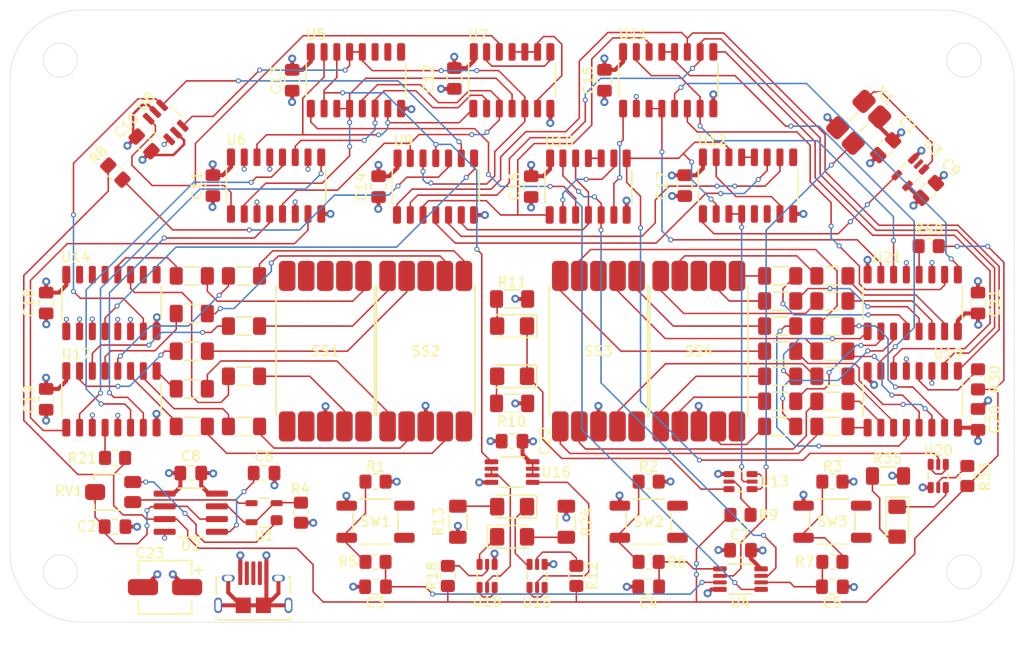
<source format=kicad_pcb>
(kicad_pcb (version 20211014) (generator pcbnew)
  (layers (0 "F.Cu" signal) (1 "In1.Cu" power) (2 "In2.Cu" power) (31 "B.Cu" signal) (34 "B.Paste" user) (35 "F.Paste" user) (36 "B.SilkS" user "B.Silkscreen") (37 "F.SilkS" user "F.Silkscreen") (38 "B.Mask" user) (39 "F.Mask" user) (44 "Edge.Cuts" user))
  (net 0 "")
  (net 1 "GND")
  (net 2 "VCC")
  (net 3 "Net-(C2-Pad1)")
  (net 4 "Net-(C3-Pad1)")
  (net 5 "Net-(C4-Pad1)")
  (net 6 "Net-(C5-Pad1)")
  (net 7 "Net-(C6-Pad1)")
  (net 8 "Net-(D1-Pad2)")
  (net 9 "Net-(D1-Pad1)")
  (net 10 "Net-(D2-Pad2)")
  (net 11 "Net-(D3-Pad2)")
  (net 12 "Net-(D3-Pad1)")
  (net 13 "Net-(D4-Pad2)")
  (net 14 "Net-(D4-Pad1)")
  (net 15 "Net-(D5-Pad2)")
  (net 16 "Net-(J1-Pad2)")
  (net 17 "Net-(J1-Pad3)")
  (net 18 "Net-(J1-Pad4)")
  (net 19 "clkoe")
  (net 20 "Net-(R1-Pad1)")
  (net 21 "Net-(R2-Pad1)")
  (net 22 "Net-(R3-Pad1)")
  (net 23 "Net-(R4-Pad2)")
  (net 24 "Net-(R8-Pad2)")
  (net 25 "pwm")
  (net 26 "Net-(R9-Pad2)")
  (net 27 "Net-(R12-Pad2)")
  (net 28 "Net-(R14-Pad2)")
  (net 29 "Net-(R14-Pad1)")
  (net 30 "Net-(R15-Pad2)")
  (net 31 "Net-(R15-Pad1)")
  (net 32 "Net-(R16-Pad2)")
  (net 33 "Net-(R16-Pad1)")
  (net 34 "Net-(R17-Pad2)")
  (net 35 "Net-(R17-Pad1)")
  (net 36 "Net-(R18-Pad2)")
  (net 37 "Net-(R19-Pad2)")
  (net 38 "Net-(R19-Pad1)")
  (net 39 "Net-(R20-Pad2)")
  (net 40 "Net-(R20-Pad1)")
  (net 41 "Net-(R21-Pad2)")
  (net 42 "Net-(R22-Pad2)")
  (net 43 "Net-(R25-Pad2)")
  (net 44 "Net-(R25-Pad1)")
  (net 45 "Net-(R26-Pad2)")
  (net 46 "Net-(R26-Pad1)")
  (net 47 "Net-(R27-Pad2)")
  (net 48 "Net-(R27-Pad1)")
  (net 49 "Net-(R28-Pad2)")
  (net 50 "Net-(R28-Pad1)")
  (net 51 "Net-(R29-Pad2)")
  (net 52 "Net-(R29-Pad1)")
  (net 53 "Net-(R31-Pad2)")
  (net 54 "Net-(R31-Pad1)")
  (net 55 "Net-(R32-Pad2)")
  (net 56 "Net-(R32-Pad1)")
  (net 57 "Net-(R33-Pad2)")
  (net 58 "Net-(R34-Pad2)")
  (net 59 "Net-(R34-Pad1)")
  (net 60 "Net-(R36-Pad2)")
  (net 61 "Net-(R36-Pad1)")
  (net 62 "Net-(R37-Pad2)")
  (net 63 "Net-(R37-Pad1)")
  (net 64 "Net-(R38-Pad2)")
  (net 65 "Net-(R38-Pad1)")
  (net 66 "Net-(R39-Pad2)")
  (net 67 "Net-(R39-Pad1)")
  (net 68 "Net-(R40-Pad2)")
  (net 69 "Net-(R41-Pad2)")
  (net 70 "Net-(R41-Pad1)")
  (net 71 "Net-(R42-Pad2)")
  (net 72 "Net-(R42-Pad1)")
  (net 73 "Net-(R43-Pad2)")
  (net 74 "Net-(R43-Pad1)")
  (net 75 "srst")
  (net 76 "Net-(RV1-Pad1)")
  (net 77 "Net-(RV1-Pad3)")
  (net 78 "Net-(SS1-Pad8)")
  (net 79 "Net-(SS1-Pad5)")
  (net 80 "Net-(SS2-Pad8)")
  (net 81 "Net-(SS2-Pad5)")
  (net 82 "Net-(SS3-Pad8)")
  (net 83 "Net-(SS3-Pad5)")
  (net 84 "Net-(SS4-Pad8)")
  (net 85 "Net-(SS4-Pad5)")
  (net 86 "clk")
  (net 87 "Net-(U3-Pad2)")
  (net 88 "min_set")
  (net 89 "hr_set")
  (net 90 "ih0Q3")
  (net 91 "hrst")
  (net 92 "ih1Q0")
  (net 93 "Net-(U5-Pad11)")
  (net 94 "Net-(U5-Pad10)")
  (net 95 "Net-(U5-Pad9)")
  (net 96 "ih0Q2")
  (net 97 "ih0Q1")
  (net 98 "ih0Q0")
  (net 99 "Net-(U10-Pad3)")
  (net 100 "oh0Q3")
  (net 101 "oh0Q2")
  (net 102 "oh0Q1")
  (net 103 "oh0Q0")
  (net 104 "Net-(U6-Pad1)")
  (net 105 "Net-(U7-Pad13)")
  (net 106 "Net-(U7-Pad10)")
  (net 107 "oh1Q0")
  (net 108 "0Blank")
  (net 109 "Net-(U10-Pad12)")
  (net 110 "Net-(U12-Pad10)")
  (net 111 "Net-(U12-Pad11)")
  (net 112 "Net-(U10-Pad1)")
  (net 113 "om1Q2")
  (net 114 "om1Q1")
  (net 115 "Net-(U10-Pad10)")
  (net 116 "Net-(U10-Pad6)")
  (net 117 "om0Q3")
  (net 118 "om1Q0")
  (net 119 "om1Q3")
  (net 120 "om0Q2")
  (net 121 "om0Q1")
  (net 122 "om0Q0")
  (net 123 "Net-(U12-Pad15)")
  (net 124 "Net-(U12-Pad12)")
  (net 125 "Net-(U12-Pad9)")
  (net 126 "Net-(U12-Pad6)")
  (net 127 "Net-(U12-Pad5)")
  (net 128 "Net-(U20-Pad4)")
  (net 129 "os0Q0")
  (net 130 "Net-(D5-Pad1)")
  (net 131 "Net-(R22-Pad1)")
  (net 132 "Net-(R23-Pad2)")
  (net 133 "Net-(R23-Pad1)")
  (net 134 "Net-(R30-Pad2)")
  (net 135 "Net-(SS1-Pad10)")
  (net 136 "Net-(SS1-Pad9)")
  (net 137 "Net-(SS1-Pad7)")
  (net 138 "Net-(SS1-Pad2)")
  (net 139 "Net-(SS1-Pad1)")
  (net 140 "Net-(U13-Pad4)")
  (net 141 "Net-(U14-Pad15)")
  (net 142 "Net-(U14-Pad14)")
  (net 143 "Net-(U14-Pad13)")
  (net 144 "Net-(U14-Pad10)")
  (net 145 "Net-(U14-Pad9)")
  (net 146 "Net-(U15-Pad4)")
  (net 147 "Net-(U15-Pad5)")
  (net 148 "Net-(U16-Pad2)")
  (net 149 "Net-(U18-Pad4)")
  (net 150 "Net-(U3-Pad1)")
  (footprint "Capacitor_SMD:C_0805_2012Metric_Pad1.18x1.45mm_HandSolder" (layer "F.Cu") (at 108.14 122.51)
    (fp_text reference "C2")
    (fp_text value "1n")
  )
  (footprint "Capacitor_SMD:C_0805_2012Metric_Pad1.18x1.45mm_HandSolder" (layer "F.Cu") (at 115.68 117.17 180)
    (fp_text reference "C8")
    (fp_text value "0.1u")
  )
  (footprint "Capacitor_SMD:C_0805_2012Metric_Pad1.18x1.45mm_HandSolder" (layer "F.Cu") (at 141.93 77.84 -90)
    (fp_text reference "C12")
    (fp_text value "0.1u")
  )
  (footprint "Capacitor_SMD:C_0805_2012Metric_Pad1.18x1.45mm_HandSolder" (layer "F.Cu") (at 125.78 78.02 -90)
    (fp_text reference "C13")
    (fp_text value "0.1u")
  )
  (footprint "Capacitor_SMD:C_0805_2012Metric_Pad1.18x1.45mm_HandSolder" (layer "F.Cu") (at 134.38 88.62 -90)
    (fp_text reference "C14")
    (fp_text value "0.1u")
  )
  (footprint "Capacitor_SMD:C_0805_2012Metric_Pad1.18x1.45mm_HandSolder" (layer "F.Cu") (at 156.88 78.02 -90)
    (fp_text reference "C15")
    (fp_text value "0.1u")
  )
  (footprint "Capacitor_SMD:C_0805_2012Metric_Pad1.18x1.45mm_HandSolder" (layer "F.Cu") (at 164.88 88.52 -90)
    (fp_text reference "C17")
    (fp_text value "0.1u")
  )
  (footprint "Capacitor_SMD:C_0805_2012Metric_Pad1.18x1.45mm_HandSolder" (layer "F.Cu") (at 101.28 109.82 -90)
    (fp_text reference "C19")
    (fp_text value "0.1u")
  )
  (footprint "Capacitor_SMD:C_0805_2012Metric_Pad1.18x1.45mm_HandSolder" (layer "F.Cu") (at 194.08 111.82 90)
    (fp_text reference "C20")
    (fp_text value "0.1u")
  )
  (footprint "LED_SMD:LED_1206_3216Metric_Pad1.42x1.75mm_HandSolder" (layer "F.Cu") (at 186.02 122.02 -90)
    (fp_text reference "D5" hide)
    (fp_text value "Red")
  )
  (footprint "LED_SMD:LED_1206_3216Metric_Pad1.42x1.75mm_HandSolder" (layer "F.Cu") (at 147.68 102.52 180)
    (fp_text reference "D1" hide)
    (fp_text value "Red")
  )
  (footprint "Resistor_SMD:R_0805_2012Metric_Pad1.20x1.40mm_HandSolder" (layer "F.Cu") (at 134.08 118.02)
    (fp_text reference "R1")
    (fp_text value "1.58k")
  )
  (footprint "Resistor_SMD:R_0805_2012Metric_Pad1.20x1.40mm_HandSolder" (layer "F.Cu") (at 179.58 118.02)
    (fp_text reference "R3")
    (fp_text value "1.58k")
  )
  (footprint "Resistor_SMD:R_0805_2012Metric_Pad1.20x1.40mm_HandSolder" (layer "F.Cu") (at 126.65 121.12 90)
    (fp_text reference "R4")
    (fp_text value "1k")
  )
  (footprint "Resistor_SMD:R_0805_2012Metric_Pad1.20x1.40mm_HandSolder" (layer "F.Cu") (at 134.08 126.02)
    (fp_text reference "R5")
    (fp_text value "7.5k")
  )
  (footprint "Resistor_SMD:R_0805_2012Metric_Pad1.20x1.40mm_HandSolder" (layer "F.Cu") (at 179.58 126.02 180)
    (fp_text reference "R7")
    (fp_text value "7.5k")
  )
  (footprint "Resistor_SMD:R_0805_2012Metric_Pad1.20x1.40mm_HandSolder" (layer "F.Cu") (at 193.02 117.46 90)
    (fp_text reference "R33")
    (fp_text value "1.58k")
  )
  (footprint "Resistor_SMD:R_0805_2012Metric_Pad1.20x1.40mm_HandSolder" (layer "F.Cu") (at 108.17 87.22 -45)
    (fp_text reference "R8")
    (fp_text value "1.58k")
  )
  (footprint "Resistor_SMD:R_1206_3216Metric_Pad1.30x1.75mm_HandSolder" (layer "F.Cu") (at 115.78 101.27)
    (fp_text reference "R22" hide)
    (fp_text value "84.5")
  )
  (footprint "Resistor_SMD:R_1206_3216Metric_Pad1.30x1.75mm_HandSolder" (layer "F.Cu") (at 147.68 99.82 180)
    (fp_text reference "R11")
    (fp_text value "143")
  )
  (footprint "Resistor_SMD:R_1206_3216Metric_Pad1.30x1.75mm_HandSolder" (layer "F.Cu") (at 179.58 112.52)
    (fp_text reference "R27" hide)
    (fp_text value "84.5")
  )
  (footprint "Resistor_SMD:R_1206_3216Metric_Pad1.30x1.75mm_HandSolder" (layer "F.Cu") (at 179.58 102.52 180)
    (fp_text reference "R28" hide)
    (fp_text value "84.5")
  )
  (footprint "Resistor_SMD:R_1206_3216Metric_Pad1.30x1.75mm_HandSolder" (layer "F.Cu") (at 179.58 110.02)
    (fp_text reference "R29" hide)
    (fp_text value "84.5")
  )
  (footprint "Resistor_SMD:R_1206_3216Metric_Pad1.30x1.75mm_HandSolder" (layer "F.Cu") (at 179.58 105.02 180)
    (fp_text reference "R31" hide)
    (fp_text value "84.5")
  )
  (footprint "Resistor_SMD:R_1206_3216Metric_Pad1.30x1.75mm_HandSolder" (layer "F.Cu") (at 179.58 107.52)
    (fp_text reference "R32" hide)
    (fp_text value "84.5")
  )
  (footprint "Resistor_SMD:R_1206_3216Metric_Pad1.30x1.75mm_HandSolder" (layer "F.Cu") (at 174.38 102.52 180)
    (fp_text reference "R34" hide)
    (fp_text value "84.5")
  )
  (footprint "Resistor_SMD:R_1206_3216Metric_Pad1.30x1.75mm_HandSolder" (layer "F.Cu") (at 185.12 117.46 180)
    (fp_text reference "R35")
    (fp_text value "143")
  )
  (footprint "Resistor_SMD:R_0805_2012Metric_Pad1.20x1.40mm_HandSolder" (layer "F.Cu") (at 108.14 115.66 180)
    (fp_text reference "R21")
    (fp_text value "1.58k")
  )
  (footprint "src:TRIM_TC33X-2-105E" (layer "F.Cu") (at 107.85 119.06 180)
    (fp_text reference "RV1")
    (fp_text value "1M")
  )
  (footprint "src:VDMR10C0" (layer "F.Cu") (at 156.28 105.02)
    (fp_text reference "SS3")
    (fp_text value "VDMR10C0")
  )
  (footprint "src:VDMR10C0" (layer "F.Cu") (at 139.08 105.02)
    (fp_text reference "SS2")
    (fp_text value "VDMR10C0")
  )
  (footprint "src:VDMR10C0" (layer "F.Cu") (at 129.08 105.02)
    (fp_text reference "SS1")
    (fp_text value "VDMR10C0")
  )
  (footprint "src:PTS 647 SK38 SMTR2 LFS" (layer "F.Cu") (at 134.08 122.02)
    (fp_text reference "SW1")
    (fp_text value "SW_Push")
  )
  (footprint "src:PTS 647 SK38 SMTR2 LFS" (layer "F.Cu") (at 161.28 122.02)
    (fp_text reference "SW2")
    (fp_text value "SW_Push")
  )
  (footprint "src:SOT143(B)" (layer "F.Cu") (at 122.98 121.12 90)
    (fp_text reference "U1")
    (fp_text value "BAS28,215")
  )
  (footprint "src:ICM7555" (layer "F.Cu") (at 115.68 121.12)
    (fp_text reference "U2")
    (fp_text value "7555")
  )
  (footprint "src:SOT108-1" (layer "F.Cu") (at 147.68 78.02)
    (fp_text reference "U7")
    (fp_text value "74HC27D,653")
  )
  (footprint "src:SOT505-2" (layer "F.Cu") (at 147.68 117.07 -90)
    (fp_text reference "U16")
    (fp_text value "74LVC1G74DP,125")
  )
  (footprint "src:SOT363" (layer "F.Cu") (at 145.1925 127.42 -90)
    (fp_text reference "U18")
    (fp_text value "2N7002PS")
  )
  (footprint "src:SOT109-1" (layer "F.Cu") (at 187.58 100.22 180)
    (fp_text reference "U21")
    (fp_text value "MC14511BDR2G")
  )
  (footprint "src:SOT109-1" (layer "F.Cu") (at 163.23 78.02)
    (fp_text reference "U11")
    (fp_text value "74HC390D,652")
  )
  (footprint "src:SOT109-1" (layer "F.Cu") (at 187.58 109.82 180)
    (fp_text reference "U19")
    (fp_text value "MC14511BDR2G")
  )
  (footprint "Resistor_SMD:R_1206_3216Metric_Pad1.30x1.75mm_HandSolder" (layer "F.Cu") (at 174.38 110.01)
    (fp_text reference "R39" hide)
    (fp_text value "84.5")
  )
  (footprint "Resistor_SMD:R_1206_3216Metric_Pad1.30x1.75mm_HandSolder" (layer "F.Cu") (at 174.38 112.52)
    (fp_text reference "R42" hide)
    (fp_text value "84.5")
  )
  (footprint "Resistor_SMD:R_1206_3216Metric_Pad1.30x1.75mm_HandSolder" (layer "F.Cu") (at 174.38 97.52 180)
    (fp_text reference "R43" hide)
    (fp_text value "84.5")
  )
  (footprint "src:VDMR10C0" (layer "F.Cu") (at 166.28 105.02)
    (fp_text reference "SS4")
    (fp_text value "VDMYR0C0")
  )
  (footprint "Resistor_SMD:R_1206_3216Metric_Pad1.30x1.75mm_HandSolder" (layer "F.Cu") (at 179.58 100.02 180)
    (fp_text reference "R36" hide)
    (fp_text value "84.5")
  )
  (footprint "Resistor_SMD:R_1206_3216Metric_Pad1.30x1.75mm_HandSolder" (layer "F.Cu") (at 174.38 107.52)
    (fp_text reference "R37" hide)
    (fp_text value "84.5")
  )
  (footprint "Resistor_SMD:R_1206_3216Metric_Pad1.30x1.75mm_HandSolder" (layer "F.Cu") (at 174.38 100.02 180)
    (fp_text reference "R41" hide)
    (fp_text value "84.5")
  )
  (footprint "Resistor_SMD:R_1206_3216Metric_Pad1.30x1.75mm_HandSolder" (layer "F.Cu") (at 179.58 97.52 180)
    (fp_text reference "R38" hide)
    (fp_text value "84.5")
  )
  (footprint "Resistor_SMD:R_1206_3216Metric_Pad1.30x1.75mm_HandSolder" (layer "F.Cu") (at 174.38 105.02 180)
    (fp_text reference "R26" hide)
    (fp_text value "84.5")
  )
  (footprint "src:SOT109-1" (layer "F.Cu") (at 107.78 100.22)
    (fp_text reference "U14")
    (fp_text value "MC14511BDR2G")
  )
  (footprint "src:SOT109-1" (layer "F.Cu") (at 107.78 109.82)
    (fp_text reference "U17")
    (fp_text value "MC14511BDR2G")
  )
  (footprint "Capacitor_SMD:C_0805_2012Metric_Pad1.18x1.45mm_HandSolder" (layer "F.Cu") (at 101.28 100.22 -90)
    (fp_text reference "C18")
    (fp_text value "0.1u")
  )
  (footprint "Resistor_SMD:R_1206_3216Metric_Pad1.30x1.75mm_HandSolder" (layer "F.Cu") (at 115.78 105.02)
    (fp_text reference "R19" hide)
    (fp_text value "84.5")
  )
  (footprint "Resistor_SMD:R_1206_3216Metric_Pad1.30x1.75mm_HandSolder" (layer "F.Cu") (at 120.98 102.52)
    (fp_text reference "R16" hide)
    (fp_text value "84.5")
  )
  (footprint "src:SOT109-1" (layer "F.Cu") (at 132.13 78.02)
    (fp_text reference "U5")
    (fp_text value "74HC390D,652")
  )
  (footprint "src:SOT108-1" (layer "F.Cu") (at 155.28 88.62)
    (fp_text reference "U10")
    (fp_text value "74AHC86D,118")
  )
  (footprint "src:SOT109-1" (layer "F.Cu") (at 171.18 88.52)
    (fp_text reference "U12")
    (fp_text value "74HC390D,652")
  )
  (footprint "src:SOT108-1" (layer "F.Cu") (at 140.08 88.62)
    (fp_text reference "U9")
    (fp_text value "74AHC08D,118")
  )
  (footprint "src:SOT109-1" (layer "F.Cu") (at 124.18 88.52)
    (fp_text reference "U6")
    (fp_text value "74AHC157D,118")
  )
  (footprint "Resistor_SMD:R_1206_3216Metric_Pad1.30x1.75mm_HandSolder" (layer "F.Cu") (at 115.78 97.52)
    (fp_text reference "R15" hide)
    (fp_text value "84.5")
  )
  (footprint "Resistor_SMD:R_1206_3216Metric_Pad1.30x1.75mm_HandSolder" (layer "F.Cu") (at 120.98 107.52 180)
    (fp_text reference "R14" hide)
    (fp_text value "84.5")
  )
  (footprint "Resistor_SMD:R_1206_3216Metric_Pad1.30x1.75mm_HandSolder" (layer "F.Cu") (at 115.78 112.52 180)
    (fp_text reference "R23" hide)
    (fp_text value "84.5")
  )
  (footprint "Resistor_SMD:R_1206_3216Metric_Pad1.30x1.75mm_HandSolder" (layer "F.Cu") (at 120.98 97.52)
    (fp_text reference "R25" hide)
    (fp_text value "84.5")
  )
  (footprint "Resistor_SMD:R_1206_3216Metric_Pad1.30x1.75mm_HandSolder" (layer "F.Cu") (at 115.78 108.77 180)
    (fp_text reference "R17" hide)
    (fp_text value "84.5")
  )
  (footprint "Resistor_SMD:R_0805_2012Metric_Pad1.20x1.40mm_HandSolder" (layer "F.Cu") (at 194.08 107.83 90)
    (fp_text reference "R30")
    (fp_text value "1.58k")
  )
  (footprint "Capacitor_SMD:C_0805_2012Metric_Pad1.18x1.45mm_HandSolder" (layer "F.Cu") (at 189.15 89 45)
    (fp_text reference "C9")
    (fp_text value "0.1u")
  )
  (footprint "src:OSC_OM-7604-C7" (layer "F.Cu") (at 182.2 82.21 -135)
    (fp_text reference "X1")
    (fp_text value "OM-7604-C7")
  )
  (footprint "Resistor_SMD:R_0805_2012Metric_Pad1.20x1.40mm_HandSolder" (layer "F.Cu") (at 189.17 94.55 180)
    (fp_text reference "R40")
    (fp_text value "1.58k")
  )
  (footprint "src:SOT457" (layer "F.Cu") (at 113.18 82.21 135)
    (fp_text reference "U8")
    (fp_text value "74LVC1G157")
  )
  (footprint "Capacitor_SMD:C_0805_2012Metric_Pad1.18x1.45mm_HandSolder" (layer "F.Cu") (at 111.03 84.36 -45)
    (fp_text reference "C10")
    (fp_text value "0.1u")
  )
  (footprint "src:74AHC1G4215" (layer "F.Cu") (at 187.34 87.19 45)
    (fp_text reference "U3")
    (fp_text value "74AHC1G4215")
  )
  (footprint "Capacitor_SMD:C_0805_2012Metric_Pad1.18x1.45mm_HandSolder" (layer "F.Cu") (at 184.88 84.74 -135)
    (fp_text reference "C1")
    (fp_text value "10n")
  )
  (footprint "Resistor_SMD:R_0805_2012Metric_Pad1.20x1.40mm_HandSolder" (layer "F.Cu") (at 141.28 127.42 90)
    (fp_text reference "R18")
    (fp_text value "1.58k")
  )
  (footprint "src:SOT363" (layer "F.Cu") (at 150.1675 127.42 -90)
    (fp_text reference "U15")
    (fp_text value "2N7002PS")
  )
  (footprint "src:SOT363" (layer "F.Cu") (at 190.12 117.46 90)
    (fp_text reference "U20")
    (fp_text value "2N7002PS")
  )
  (footprint "Resistor_SMD:R_1206_3216Metric_Pad1.30x1.75mm_HandSolder" (layer "F.Cu") (at 153.08 122.02 -90)
    (fp_text reference "R24")
    (fp_text value "84.5")
  )
  (footprint "Resistor_SMD:R_1206_3216Metric_Pad1.30x1.75mm_HandSolder" (layer "F.Cu") (at 120.98 112.52 180)
    (fp_text reference "R20" hide)
    (fp_text value "84.5")
  )
  (footprint "LED_SMD:LED_1206_3216Metric_Pad1.42x1.75mm_HandSolder" (layer "F.Cu") (at 147.68 107.52 180)
    (fp_text reference "D2" hide)
    (fp_text value "Red")
  )
  (footprint "Capacitor_SMD:C_0805_2012Metric_Pad1.18x1.45mm_HandSolder" (layer "F.Cu") (at 161.28 128.5 180)
    (fp_text reference "C4")
    (fp_text value "1u")
  )
  (footprint "Capacitor_SMD:C_0805_2012Metric_Pad1.18x1.45mm_HandSolder" (layer "F.Cu") (at 170.43 124.86 180)
    (fp_text reference "C7")
    (fp_text value "0.1u")
  )
  (footprint "Capacitor_SMD:C_0805_2012Metric_Pad1.18x1.45mm_HandSolder" (layer "F.Cu") (at 122.98 117.17)
    (fp_text reference "C6")
    (fp_text value "0.1u")
  )
  (footprint "Capacitor_SMD:C_0805_2012Metric_Pad1.18x1.45mm_HandSolder" (layer "F.Cu") (at 179.58 128.5)
    (fp_text reference "C5")
    (fp_text value "1u")
  )
  (footprint "src:SOT505-2" (layer "F.Cu") (at 170.43 127.74 -90)
    (fp_text reference "U4")
    (fp_text value "74AHC3G14DP,125")
  )
  (footprint "Resistor_SMD:R_0805_2012Metric_Pad1.20x1.40mm_HandSolder" (layer "F.Cu") (at 161.28 118.02)
    (fp_text reference "R2")
    (fp_text value "1.58k")
  )
  (footprint "src:AMPHENOL_10118194-0001LF" (layer "F.Cu") (at 121.91 130.35)
    (fp_text reference "J1" hide)
    (fp_text value "USB_B_Micro")
  )
  (footprint "Resistor_SMD:R_1206_3216Metric_Pad1.30x1.75mm_HandSolder" (layer "F.Cu") (at 142.28 122.02 90)
    (fp_text reference "R13")
    (fp_text value "143")
  )
  (footprint "LED_SMD:LED_1206_3216Metric_Pad1.42x1.75mm_HandSolder" (layer "F.Cu") (at 147.68 123.52)
    (fp_text reference "D4" hide)
    (fp_text value "Violet")
  )
  (footprint "Capacitor_SMD:C_0805_2012Metric_Pad1.18x1.45mm_HandSolder" (layer "F.Cu") (at 147.68 113.99 180)
    (fp_text reference "C22")
    (fp_text value "0.1u")
  )
  (footprint "Resistor_SMD:R_1206_3216Metric_Pad1.30x1.75mm_HandSolder" (layer "F.Cu") (at 147.68 110.22 180)
    (fp_text reference "R10")
    (fp_text value "143")
  )
  (footprint "Capacitor_SMD:C_0805_2012Metric_Pad1.18x1.45mm_HandSolder" (layer "F.Cu") (at 149.58 88.62 -90)
    (fp_text reference "C16")
    (fp_text value "0.1u")
  )
  (footprint "Capacitor_SMD:C_0805_2012Metric_Pad1.18x1.45mm_HandSolder" (layer "F.Cu") (at 194.08 100.22 90)
    (fp_text reference "C21")
    (fp_text value "0.1u")
  )
  (footprint "src:PTS 647 SK38 SMTR2 LFS" (layer "F.Cu") (at 179.58 122.02)
    (fp_text reference "SW3")
    (fp_text value "SW_Push")
  )
  (footprint "Resistor_SMD:R_0805_2012Metric_Pad1.20x1.40mm_HandSolder" (layer "F.Cu") (at 170.43 121.34)
    (fp_text reference "R9")
    (fp_text value "1.58k")
  )
  (footprint "Resistor_SMD:R_0805_2012Metric_Pad1.20x1.40mm_HandSolder" (layer "F.Cu") (at 161.28 126.02)
    (fp_text reference "R6")
    (fp_text value "7.5k")
  )
  (footprint "src:SOT363" (layer "F.Cu") (at 170.43 118.02)
    (fp_text reference "U13")
    (fp_text value "2N7002PS")
  )
  (footprint "Capacitor_SMD:C_0805_2012Metric_Pad1.18x1.45mm_HandSolder" (layer "F.Cu") (at 117.88 88.52 -90)
    (fp_text reference "C11")
    (fp_text value "0.1u")
  )
  (footprint "LED_SMD:LED_1206_3216Metric_Pad1.42x1.75mm_HandSolder" (layer "F.Cu") (at 147.68 120.52 180)
    (fp_text reference "D3" hide)
    (fp_text value "Amber")
  )
  (footprint "Capacitor_SMD:C_0805_2012Metric_Pad1.18x1.45mm_HandSolder" (layer "F.Cu") (at 134.08 128.5 180)
    (fp_text reference "C3")
    (fp_text value "1u")
  )
  (footprint "Resistor_SMD:R_0805_2012Metric_Pad1.20x1.40mm_HandSolder" (layer "F.Cu") (at 154.08 127.42 90)
    (fp_text reference "R12")
    (fp_text value "1.58k")
  )
  (footprint "src:865080142007" (layer "F.Cu") (at 113.12 128.54 180)
    (fp_text reference "C23")
    (fp_text value "100u")
  )
  (gr_line (start 107.68 71.02) (end 187.68 71.02) (layer "Edge.Cuts") (width 0.05))
  (gr_line (start 197.68 81.02) (end 197.68 122.02) (layer "Edge.Cuts") (width 0.05))
  (gr_line (start 97.68 122.02) (end 97.68 81.02) (layer "Edge.Cuts") (width 0.05))
  (gr_line (start 107.68 132.02) (end 187.68 132.02) (layer "Edge.Cuts") (width 0.05))
  (gr_circle (center 192.68 76.02) (end 194.38 76.02) (layer "Edge.Cuts") (width 0.05) (fill none))
  (gr_circle (center 192.68 127.02) (end 194.38 127.02) (layer "Edge.Cuts") (width 0.05) (fill none))
  (gr_line (start 97.68 81.02) (end 97.68 78.02) (layer "Edge.Cuts") (width 0.05))
  (gr_line (start 104.68 71.02) (end 107.68 71.02) (layer "Edge.Cuts") (width 0.05))
  (gr_line (start 97.68 125.02) (end 97.68 122.02) (layer "Edge.Cuts") (width 0.05))
  (gr_line (start 104.68 132.02) (end 107.68 132.02) (layer "Edge.Cuts") (width 0.05))
  (gr_line (start 197.68 78.02) (end 197.68 81.02) (layer "Edge.Cuts") (width 0.05))
  (gr_line (start 190.68 71.02) (end 187.68 71.02) (layer "Edge.Cuts") (width 0.05))
  (gr_line (start 187.68 132.02) (end 190.68 132.02) (layer "Edge.Cuts") (width 0.05))
  (gr_line (start 197.68 125.02) (end 197.68 122.02) (layer "Edge.Cuts") (width 0.05))
  (gr_circle (center 102.68 76.02) (end 104.38 76.02) (layer "Edge.Cuts") (width 0.05) (fill none))
  (gr_arc (start 97.68 78.02) (mid 99.730253 73.070253) (end 104.68 71.02) (layer "Edge.Cuts") (width 0.05))
  (gr_arc (start 190.68 71.02) (mid 195.629747 73.070253) (end 197.68 78.02) (layer "Edge.Cuts") (width 0.05))
  (gr_arc (start 197.68 125.02) (mid 195.629747 129.969747) (end 190.68 132.02) (layer "Edge.Cuts") (width 0.05))
  (gr_circle (center 102.68 127.02) (end 104.38 127.02) (layer "Edge.Cuts") (width 0.05) (fill none))
  (gr_arc (start 104.68 132.02) (mid 99.730253 129.969747) (end 97.68 125.02) (layer "Edge.Cuts") (width 0.05))
  (segment (start 123.21 127.15) (end 123.21 125.37) (width 0.4) (layer "F.Cu") (net 1))
  (segment (start 119.41 129.08) (end 119.41 127.65) (width 0.4) (layer "F.Cu") (net 1))
  (segment (start 122.91 130.35) (end 125.41 130.35) (width 0.4) (layer "F.Cu") (net 1))
  (segment (start 123.21 127.15) (end 123.21 130.05) (width 0.4) (layer "F.Cu") (net 1))
  (segment (start 123.21 130.05) (end 122.91 130.35) (width 0.4) (layer "F.Cu") (net 1))
  (segment (start 124.41 129.15) (end 124.41 127.65) (width 0.4) (layer "F.Cu") (net 1))
  (segment (start 120.91 130.35) (end 122.91 130.35) (width 0.4) (layer "F.Cu") (net 1))
  (segment (start 120.91 130.35) (end 120.68 130.35) (width 0.4) (layer "F.Cu") (net 1))
  (segment (start 120.91 130.35) (end 118.41 130.35) (width 0.4) (layer "F.Cu") (net 1))
  (segment (start 122.91 130.35) (end 123.21 130.35) (width 0.4) (layer "F.Cu") (net 1))
  (segment (start 123.21 130.35) (end 124.41 129.15) (width 0.4) (layer "F.Cu") (net 1))
  (segment (start 120.68 130.35) (end 119.41 129.08) (width 0.4) (layer "F.Cu") (net 1))
  (segment (start 139.08 112.52) (end 139.08 110.48) (width 0.4) (layer "F.Cu") (net 1))
  (segment (start 141.98 79.0575) (end 141.98 79.06) (width 0.15) (layer "F.Cu") (net 1))
  (segment (start 184.146377 85.473623) (end 184.146377 85.483623) (width 0.4) (layer "F.Cu") (net 1))
  (segment (start 163.44 118.02) (end 163.45 118.01) (width 0.4) (layer "F.Cu") (net 1))
  (segment (start 109.1775 122.51) (end 110.32 122.51) (width 0.4) (layer "F.Cu") (net 1))
  (segment (start 117.88 90.61) (end 117.84 90.65) (width 0.4) (layer "F.Cu") (net 1))
  (segment (start 159.09 90.02) (end 159.08 90.01) (width 0.4) (layer "F.Cu") (net 1))
  (segment (start 129.08 110.53) (end 129.1 110.51) (width 0.4) (layer "F.Cu") (net 1))
  (segment (start 140.61544 78.8775) (end 140.60864 78.8707) (width 0.4) (layer "F.Cu") (net 1))
  (segment (start 180.58 118.02) (end 181.689998 118.02) (width 0.4) (layer "F.Cu") (net 1))
  (segment (start 194.237506 110.7825) (end 195.090006 109.93) (width 0.4) (layer "F.Cu") (net 1))
  (segment (start 150.9175 126.27) (end 151.78 126.27) (width 0.4) (layer "F.Cu") (net 1))
  (segment (start 175.675 91.345) (end 176.685 91.345) (width 0.4) (layer "F.Cu") (net 1))
  (segment (start 125.78 80.18) (end 125.77 80.19) (width 0.4) (layer "F.Cu") (net 1))
  (segment (start 111.07 128.54) (end 112.35 127.26) (width 0.4) (layer "F.Cu") (net 1))
  (segment (start 123.545 86.885) (end 123.55 86.89) (width 0.15) (layer "F.Cu") (net 1))
  (segment (start 103.285 103.045) (end 103.285 101.845) (width 0.15) (layer "F.Cu") (net 1))
  (segment (start 149.58 89.6575) (end 149.58 90.69) (width 0.4) (layer "F.Cu") (net 1))
  (segment (start 189.883623 88.266377) (end 190.68 87.47) (width 0.4) (layer "F.Cu") (net 1))
  (segment (start 183.085 97.395) (end 183.085 95.925) (width 0.4) (layer "F.Cu") (net 1))
  (segment (start 181.69 128.5) (end 181.72 128.53) (width 0.4) (layer "F.Cu") (net 1))
  (segment (start 176.685 91.345) (end 176.69 91.34) (width 0.4) (layer "F.Cu") (net 1))
  (segment (start 180.6175 128.5) (end 181.69 128.5) (width 0.4) (layer "F.Cu") (net 1))
  (segment (start 114.235305 83.235305) (end 115.01 84.01) (width 0.25) (layer "F.Cu") (net 1))
  (segment (start 117.88 89.5575) (end 117.88 90.61) (width 0.4) (layer "F.Cu") (net 1))
  (segment (start 160.055 79.645) (end 160.05 79.64) (width 0.15) (layer "F.Cu") (net 1))
  (segment (start 156.88 79.0575) (end 156.88 80.18) (width 0.4) (layer "F.Cu") (net 1))
  (segment (start 186.945 106.995) (end 186.945 105.805) (width 0.15) (layer "F.Cu") (net 1))
  (segment (start 143.89 91.445) (end 144.965 91.445) (width 0.4) (layer "F.Cu") (net 1))
  (segment (start 112.275 103.045) (end 112.275 101.675) (width 0.4) (layer "F.Cu") (net 1))
  (segment (start 101.28 110.8575) (end 101.28 111.930002) (width 0.4) (layer "F.Cu") (net 1))
  (segment (start 112.14 85.47) (end 111.763623 85.093623) (width 0.25) (layer "F.Cu") (net 1))
  (segment (start 110.92 128.54) (end 111.07 128.54) (width 0.4) (layer "F.Cu") (net 1))
  (segment (start 125.78 79.0575) (end 125.78 80.18) (width 0.4) (layer "F.Cu") (net 1))
  (segment (start 121.005 86.875) (end 121 86.88) (width 0.15) (layer "F.Cu") (net 1))
  (segment (start 129.585 91.345) (end 129.59 91.34) (width 0.4) (layer "F.Cu") (net 1))
  (segment (start 183.085 95.925) (end 183.08 95.92) (width 0.4) (layer "F.Cu") (net 1))
  (segment (start 134.38 89.6575) (end 134.38 89.66) (width 0.15) (layer "F.Cu") (net 1))
  (segment (start 104.605 101.835) (end 104.61 101.83) (width 0.15) (layer "F.Cu") (net 1))
  (segment (start 101.28 101.2575) (end 101.28 102.33) (width 0.4) (layer "F.Cu") (net 1))
  (segment (start 127.355 85.695) (end 127.355 86.885) (width 0.15) (layer "F.Cu") (net 1))
  (segment (start 167.535 128.765) (end 167.15 129.15) (width 0.4) (layer "F.Cu") (net 1))
  (segment (start 187.623503 85.846497) (end 188.44 85.03) (width 0.4) (layer "F.Cu") (net 1))
  (segment (start 151.49 82.27) (end 151.48 82.28) (width 0.4) (layer "F.Cu") (net 1))
  (segment (start 156.28 112.52) (end 156.28 110.49) (width 0.4) (layer "F.Cu") (net 1))
  (segment (start 141.93 78.8775) (end 140.61544 78.8775) (width 0.4) (layer "F.Cu") (net 1))
  (segment (start 134.38 89.6575) (end 134.38 90.81) (width 0.4) (layer "F.Cu") (net 1))
  (segment (start 159.09 91.445) (end 159.09 90.02) (width 0.4) (layer "F.Cu") (net 1))
  (segment (start 156.88 80.18) (end 156.87 80.19) (width 0.4) (layer "F.Cu") (net 1))
  (segment (start 183.085 107.735) (end 183.73 108.38) (width 0.4) (layer "F.Cu") (net 1))
  (segment (start 164.88 89.5575) (end 164.88 89.56) (width 0.15) (layer "F.Cu") (net 1))
  (segment (start 135.08 118.02) (end 136.189996 118.02) (width 0.4) (layer "F.Cu") (net 1))
  (segment (start 108.415 103.045) (end 108.415 101.865) (width 0.15) (layer "F.Cu") (net 1))
  (segment (start 167.725 79.425) (end 167.72 79.42) (width 0.4) (layer "F.Cu") (net 1))
  (segment (start 124.0175 117.17) (end 124.0175 118.3825) (width 0.4) (layer "F.Cu") (net 1))
  (segment (start 112.275 111.275) (end 112.26 111.26) (width 0.4) (layer "F.Cu") (net 1))
  (segment (start 145.63 118.095) (end 144.405 118.095) (width 0.4) (layer "F.Cu") (net 1))
  (segment (start 115.01 84.01) (end 115.01 84.41) (width 0.25) (layer "F.Cu") (net 1))
  (segment (start 156.28 110.49) (end 156.27 110.48) (width 0.4) (layer "F.Cu") (net 1))
  (segment (start 121.005 85.695) (end 121.005 86.875) (width 0.15) (layer "F.Cu") (net 1))
  (segment (start 122.275 91.345) (end 122.275 90.165) (width 0.15) (layer "F.Cu") (net 1))
  (segment (start 114.6425 117.17) (end 113.51 117.17) (width 0.4) (layer "F.Cu") (net 1))
  (segment (start 114.205305 83.235305) (end 114.235305 83.235305) (width 0.25) (layer "F.Cu") (net 1))
  (segment (start 114.6425 117.17) (end 114.6425 118.5475) (width 0.4) (layer "F.Cu") (net 1))
  (segment (start 180.114035 82.734035) (end 179.08 81.7) (width 0.4) (layer "F.Cu") (net 1))
  (segment (start 188.58 118.61) (end 188.57 118.6) (width 0.4) (layer "F.Cu") (net 1))
  (segment (start 129.08 112.52) (end 129.08 110.53) (width 0.4) (layer "F.Cu") (net 1))
  (segment (start 112.275 101.675) (end 112.31 101.64) (width 0.4) (layer "F.Cu") (net 1))
  (segment (start 131.87 128.5) (end 131.86 128.49) (width 0.4) (layer "F.Cu") (net 1))
  (segment (start 115.01 84.41) (end 113.95 85.47) (width 0.25) (layer "F.Cu") (net 1))
  (segment (start 144.965 91.445) (end 144.97 91.45) (width 0.4) (layer "F.Cu") (net 1))
  (segment (start 146.6425 113.99) (end 145.53 113.99) (width 0.4) (layer "F.Cu") (net 1))
  (segment (start 124.0175 118.3825) (end 124.01 118.39) (width 0.4) (layer "F.Cu") (net 1))
  (segment (start 151.49 80.845) (end 151.49 82.27) (width 0.4) (layer "F.Cu") (net 1))
  (segment (start 184.146377 85.483623) (end 183.34 86.29) (width 0.4) (layer "F.Cu") (net 1))
  (segment (start 127.355 86.885) (end 127.36 86.89) (width 0.15) (layer "F.Cu") (net 1))
  (segment (start 166.28 112.52) (end 166.28 110.5) (width 0.4) (layer "F.Cu") (net 1))
  (segment (start 113.95 85.47) (end 112.14 85.47) (width 0.25) (layer "F.Cu") (net 1))
  (segment (start 110.32 122.51) (end 110.33 122.52) (width 0.4) (layer "F.Cu") (net 1))
  (segment (start 113.975 119.215) (end 113.08 119.215) (width 0.4) (layer "F.Cu") (net 1))
  (segment (start 163.6175 89.5575) (end 163.612298 89.552298) (width 0.4) (layer "F.Cu") (net 1))
  (segment (start 186.945 96.205) (end 186.94 96.2) (width 0.15) (layer "F.Cu") (net 1))
  (segment (start 168.38 128.765) (end 167.535 128.765) (width 0.4) (layer "F.Cu") (net 1))
  (segment (start 189.37 118.61) (end 188.58 118.61) (width 0.4) (layer "F.Cu") (net 1))
  (segment (start 128.675 91.345) (end 129.585 91.345) (width 0.4) (layer "F.Cu") (net 1))
  (segment (start 166.28 110.5) (end 166.26 110.48) (width 0.4) (layer "F.Cu") (net 1))
  (segment (start 145.9425 126.27) (end 145.9425 125.2125) (width 0.4) (layer "F.Cu") (net 1))
  (segment (start 114.6425 118.5475) (end 113.975 119.215) (width 0.4) (layer "F.Cu") (net 1))
  (segment (start 103.285 101.845) (end 103.29 101.84) (width 0.15) (layer "F.Cu") (net 1))
  (segment (start 133.0425 128.5) (end 131.87 128.5) (width 0.4) (layer "F.Cu") (net 1))
  (segment (start 149.58 90.69) (end 149.57 90.7) (width 0.4) (layer "F.Cu") (net 1))
  (segment (start 125.78 79.0575) (end 125.78 79.06) (width 0.15) (layer "F.Cu") (net 1))
  (segment (start 194.08 99.1825) (end 194.08 98.05) (width 0.4) (layer "F.Cu") (net 1))
  (segment (start 122.275 90.165) (end 122.27 90.16) (width 0.15) (layer "F.Cu") (net 1))
  (segment (start 160.055 80.845) (end 160.055 79.645) (width 0.15) (layer "F.Cu") (net 1))
  (segment (start 111.763623 85.093623) (end 111.726377 85.093623) (width 0.4) (layer "F.Cu") (net 1))
  (segment (start 168.22 117.27) (end 168.2 117.25) (width 0.4) (layer "F.Cu") (net 1))
  (segment (start 164.88 89.5575) (end 163.6175 89.5575) (width 0.4) (layer "F.Cu") (net 1))
  (segment (start 187.622843 85.846497) (end 187.623503 85.846497) (width 0.4) (layer "F.Cu") (net 1))
  (segment (start 112.275 112.645) (end 112.275 111.275) (width 0.4) (layer "F.Cu") (net 1))
  (segment (start 169.3925 124.86) (end 168.25 124.86) (width 0.4) (layer "F.Cu") (net 1))
  (segment (start 108.415 112.645) (end 108.415 111.425) (width 0.15) (layer "F.Cu") (net 1))
  (segment (start 194.08 98.05) (end 194.07 98.04) (width 0.4) (layer "F.Cu") (net 1))
  (segment (start 108.415 111.425) (end 108.41 111.42) (width 0.15) (layer "F.Cu") (net 1))
  (segment (start 167.725 80.845) (end 167.725 79.425) (width 0.4) (layer "F.Cu") (net 1))
  (segment (start 145.9425 125.2125) (end 145.93 125.2) (width 0.4) (layer "F.Cu") (net 1))
  (segment (start 101.28 111.930002) (end 101.270002 111.94) (width 0.4) (layer "F.Cu") (net 1))
  (segment (start 162.28 118.02) (end 163.44 118.02) (width 0.4) (layer "F.Cu") (net 1))
  (segment (start 111.726377 85.093623) (end 110.87 85.95) (width 0.4) (layer "F.Cu") (net 1))
  (segment (start 134.38 90.81) (end 134.35 90.84) (width 0.4) (layer "F.Cu") (net 1))
  (segment (start 194.08 110.7825) (end 194.237506 110.7825) (width 0.4) (layer "F.Cu") (net 1))
  (segment (start 104.605 103.045) (end 104.605 101.835) (width 0.15) (layer "F.Cu") (net 1))
  (segment (start 181.689998 118.02) (end 181.69 118.019998) (width 0.4) (layer "F.Cu") (net 1))
  (segment (start 183.085 106.995) (end 183.085 107.735) (width 0.4) (layer "F.Cu") (net 1))
  (segment (start 180.114035 82.74033) (end 180.114035 82.734035) (width 0.4) (layer "F.Cu") (net 1))
  (segment (start 144.405 118.095) (end 144.4 118.1) (width 0.4) (layer "F.Cu") (net 1))
  (segment (start 109.685 101.865) (end 109.67 101.85) (width 0.15) (layer "F.Cu") (net 1))
  (segment (start 136.625 80.845) (end 137.595 80.845) (width 0.4) (layer "F.Cu") (net 1))
  (segment (start 101.28 102.33) (end 101.29 102.34) (width 0.4) (layer "F.Cu") (net 1))
  (segment (start 151.78 126.27) (end 151.8 126.25) (width 0.4) (layer "F.Cu") (net 1))
  (segment (start 137.595 80.845) (end 137.65 80.9) (width 0.4) (layer "F.Cu") (net 1))
  (segment (start 117.88 89.5575) (end 117.88 89.56) (width 0.15) (layer "F.Cu") (net 1))
  (segment (start 160.055 80.845) (end 160.05 80.84) (width 0.15) (layer "F.Cu") (net 1))
  (segment (start 169.28 117.27) (end 168.22 117.27) (width 0.4) (layer "F.Cu") (net 1))
  (segment (start 186.945 97.395) (end 186.945 96.205) (width 0.15) (layer "F.Cu") (net 1))
  (segment (start 139.08 110.48) (end 139.06 110.46) (width 0.4) (layer "F.Cu") (net 1))
  (segment (start 168.25 124.86) (end 168.23 124.84) (width 0.4) (layer "F.Cu") (net 1))
  (segment (start 160.2425 128.5) (end 159.1 128.5) (width 0.4) (layer "F.Cu") (net 1))
  (segment (start 109.685 103.045) (end 109.685 101.865) (width 0.15) (layer "F.Cu") (net 1))
  (segment (start 123.545 85.695) (end 123.545 86.885) (width 0.15) (layer "F.Cu") (net 1))
  (segment (start 186.945 105.805) (end 186.94 105.8) (width 0.15) (layer "F.Cu") (net 1))
  (segment (start 108.415 101.865) (end 108.4 101.85) (width 0.15) (layer "F.Cu") (net 1))
  (via (at 190.68 87.47) (size 0.8) (drill 0.4) (layers "F.Cu" "B.Cu") (net 1))
  (via (at 109.67 101.85) (size 0.5) (drill 0.3) (layers "F.Cu" "B.Cu") (net 1))
  (via (at 168.23 124.84) (size 0.8) (drill 0.4) (layers "F.Cu" "B.Cu") (net 1))
  (via (at 159.1 128.5) (size 0.8) (drill 0.4) (layers "F.Cu" "B.Cu") (net 1))
  (via (at 168.2 117.25) (size 0.8) (drill 0.4) (layers "F.Cu" "B.Cu") (net 1))
  (via (at 188.44 85.03) (size 0.8) (drill 0.4) (layers "F.Cu" "B.Cu") (net 1))
  (via (at 124.01 118.39) (size 0.8) (drill 0.4) (layers "F.Cu" "B.Cu") (net 1))
  (via (at 151.48 82.28) (size 0.8) (drill 0.4) (layers "F.Cu" "B.Cu") (net 1))
  (via (at 156.27 110.48) (size 0.8) (drill 0.4) (layers "F.Cu" "B.Cu") (net 1))
  (via (at 117.84 90.65) (size 0.8) (drill 0.4) (layers "F.Cu" "B.Cu") (net 1))
  (via (at 156.87 80.19) (size 0.8) (drill 0.4) (layers "F.Cu" "B.Cu") (net 1))
  (via (at 186.94 96.2) (size 0.5) (drill 0.3) (layers "F.Cu" "B.Cu") (net 1))
  (via (at 112.26 111.26) (size 0.8) (drill 0.4) (layers "F.Cu" "B.Cu") (net 1))
  (via (at 195.090006 109.93) (size 0.8) (drill 0.4) (layers "F.Cu" "B.Cu") (net 1))
  (via (at 112.35 127.26) (size 0.8) (drill 0.4) (layers "F.Cu" "B.Cu") (net 1))
  (via (at 183.73 108.38) (size 0.8) (drill 0.4) (layers "F.Cu" "B.Cu") (net 1))
  (via (at 145.93 125.2) (size 0.8) (drill 0.4) (layers "F.Cu" "B.Cu") (net 1))
  (via (at 108.4 101.85) (size 0.5) (drill 0.3) (layers "F.Cu" "B.Cu") (net 1))
  (via (at 127.36 86.89) (size 0.5) (drill 0.3) (layers "F.Cu" "B.Cu") (net 1))
  (via (at 186.94 105.8) (size 0.5) (drill 0.3) (layers "F.Cu" "B.Cu") (net 1))
  (via (at 159.08 90.01) (size 0.8) (drill 0.4) (layers "F.Cu" "B.Cu") (net 1))
  (via (at 176.69 91.34) (size 0.8) (drill 0.4) (layers "F.Cu" "B.Cu") (net 1))
  (via (at 136.189996 118.02) (size 0.8) (drill 0.4) (layers "F.Cu" "B.Cu") (net 1))
  (via (at 110.33 122.52) (size 0.8) (drill 0.4) (layers "F.Cu" "B.Cu") (net 1))
  (via (at 103.29 101.84) (size 0.5) (drill 0.3) (layers "F.Cu" "B.Cu") (net 1))
  (via (at 122.27 90.16) (size 0.5) (drill 0.3) (layers "F.Cu" "B.Cu") (net 1))
  (via (at 149.57 90.7) (size 0.8) (drill 0.4) (layers "F.Cu" "B.Cu") (net 1))
  (via (at 167.15 129.15) (size 0.8) (drill 0.4) (layers "F.Cu" "B.Cu") (net 1))
  (via (at 129.1 110.51) (size 0.8) (drill 0.4) (layers "F.Cu" "B.Cu") (net 1))
  (via (at 145.53 113.99) (size 0.8) (drill 0.4) (layers "F.Cu" "B.Cu") (net 1))
  (via (at 144.97 91.45) (size 0.8) (drill 0.4) (layers "F.Cu" "B.Cu") (net 1))
  (via (at 160.05 79.64) (size 0.5) (drill 0.3) (layers "F.Cu" "B.Cu") (net 1))
  (via (at 123.55 86.89) (size 0.5) (drill 0.3) (layers "F.Cu" "B.Cu") (net 1))
  (via (at 129.59 91.34) (size 0.8) (drill 0.4) (layers "F.Cu" "B.Cu") (net 1))
  (via (at 179.08 81.7) (size 0.8) (drill 0.4) (layers "F.Cu" "B.Cu") (net 1))
  (via (at 139.06 110.46) (size 0.8) (drill 0.4) (layers "F.Cu" "B.Cu") (net 1))
  (via (at 101.29 102.34) (size 0.8) (drill 0.4) (layers "F.Cu" "B.Cu") (net 1))
  (via (at 112.31 101.64) (size 0.8) (drill 0.4) (layers "F.Cu" "B.Cu") (net 1))
  (via (at 194.07 98.04) (size 0.8) (drill 0.4) (layers "F.Cu" "B.Cu") (net 1))
  (via (at 113.51 117.17) (size 0.8) (drill 0.4) (layers "F.Cu" "B.Cu") (net 1))
  (via (at 140.60864 78.8707) (size 0.8) (drill 0.4) (layers "F.Cu" "B.Cu") (net 1))
  (via (at 144.4 118.1) (size 0.8) (drill 0.4) (layers "F.Cu" "B.Cu") (net 1))
  (via (at 183.08 95.92) (size 0.8) (drill 0.4) (layers "F.Cu" "B.Cu") (net 1))
  (via (at 151.8 126.25) (size 0.8) (drill 0.4) (layers "F.Cu" "B.Cu") (net 1))
  (via (at 121 86.88) (size 0.5) (drill 0.3) (layers "F.Cu" "B.Cu") (net 1))
  (via (at 188.57 118.6) (size 0.8) (drill 0.4) (layers "F.Cu" "B.Cu") (net 1))
  (via (at 123.21 125.37) (size 0.8) (drill 0.4) (layers "F.Cu" "B.Cu") (net 1))
  (via (at 183.34 86.29) (size 0.8) (drill 0.4) (layers "F.Cu" "B.Cu") (net 1))
  (via (at 101.270002 111.94) (size 0.8) (drill 0.4) (layers "F.Cu" "B.Cu") (net 1))
  (via (at 104.61 101.83) (size 0.5) (drill 0.3) (layers "F.Cu" "B.Cu") (net 1))
  (via (at 131.86 128.49) (size 0.8) (drill 0.4) (layers "F.Cu" "B.Cu") (net 1))
  (via (at 137.65 80.9) (size 0.8) (drill 0.4) (layers "F.Cu" "B.Cu") (net 1))
  (via (at 134.35 90.84) (size 0.8) (drill 0.4) (layers "F.Cu" "B.Cu") (net 1))
  (via (at 181.72 128.53) (size 0.8) (drill 0.4) (layers "F.Cu" "B.Cu") (net 1))
  (via (at 163.45 118.01) (size 0.8) (drill 0.4) (layers "F.Cu" "B.Cu") (net 1))
  (via (at 125.77 80.19) (size 0.8) (drill 0.4) (layers "F.Cu" "B.Cu") (net 1))
  (via (at 167.72 79.42) (size 0.8) (drill 0.4) (layers "F.Cu" "B.Cu") (net 1))
  (via (at 163.612298 89.552298) (size 0.8) (drill 0.4) (layers "F.Cu" "B.Cu") (net 1))
  (via (at 166.26 110.48) (size 0.8) (drill 0.4) (layers "F.Cu" "B.Cu") (net 1))
  (via (at 181.69 118.019998) (size 0.8) (drill 0.4) (layers "F.Cu" "B.Cu") (net 1))
  (via (at 110.87 85.95) (size 0.8) (drill 0.4) (layers "F.Cu" "B.Cu") (net 1))
  (via (at 108.41 111.42) (size 0.5) (drill 0.3) (layers "F.Cu" "B.Cu") (net 1))
  (segment (start 192.075 103.045) (end 192.075 103.045) (width 0.15) (layer "F.Cu") (net 2))
  (segment (start 120.61 127.15) (end 120.61 125.95) (width 0.4) (layer "F.Cu") (net 2))
  (segment (start 120.61 125.95) (end 120.61 125.37) (width 0.4) (layer "F.Cu") (net 2))
  (segment (start 164.88 87.4825) (end 163.6175 87.4825) (width 0.4) (layer "F.Cu") (net 2))
  (segment (start 135.4275 87.5825) (end 134.38 87.5825) (width 0.4) (layer "F.Cu") (net 2))
  (segment (start 105.875 111.395) (end 105.88 111.39) (width 0.15) (layer "F.Cu") (net 2))
  (segment (start 143.1575 76.8025) (end 141.93 76.8025) (width 0.4) (layer "F.Cu") (net 2))
  (segment (start 126.085 91.345) (end 126.085 90.165) (width 0.15) (layer "F.Cu") (net 2))
  (segment (start 156.88 76.9825) (end 157.9375 76.9825) (width 0.4) (layer "F.Cu") (net 2))
  (segment (start 113.533553 83.907056) (end 113.532944 83.907056) (width 0.15) (layer "F.Cu") (net 2))
  (segment (start 156.88 75.85) (end 156.87 75.84) (width 0.4) (layer "F.Cu") (net 2))
  (segment (start 101.28 107.68) (end 101.27 107.67) (width 0.4) (layer "F.Cu") (net 2))
  (segment (start 184.285965 81.67967) (end 184.285965 82.678719) (width 0.4) (layer "F.Cu") (net 2))
  (segment (start 134.38 87.5825) (end 134.38 86.47) (width 0.4) (layer "F.Cu") (net 2))
  (segment (start 148.02 99.82) (end 148 99.8) (width 0.4) (layer "F.Cu") (net 2))
  (segment (start 171.4675 124.86) (end 171.4675 125.7025) (width 0.4) (layer "F.Cu") (net 2))
  (segment (start 166.0075 87.4825) (end 164.88 87.4825) (width 0.4) (layer "F.Cu") (net 2))
  (segment (start 134.38 86.47) (end 134.37 86.46) (width 0.4) (layer "F.Cu") (net 2))
  (segment (start 127.86 122.12) (end 127.87 122.13) (width 0.4) (layer "F.Cu") (net 2))
  (segment (start 189.485 96.195) (end 189.49 96.19) (width 0.15) (layer "F.Cu") (net 2))
  (segment (start 149.73 117.395) (end 149.73 116.745) (width 0.15) (layer "F.Cu") (net 2))
  (segment (start 192.075 112.645) (end 193.8675 112.645) (width 0.4) (layer "F.Cu") (net 2))
  (segment (start 151.47 85.795) (end 151.47 86.88) (width 0.4) (layer "F.Cu") (net 2))
  (segment (start 101.28 99.1825) (end 101.28 98.08) (width 0.4) (layer "F.Cu") (net 2))
  (segment (start 126.65 122.12) (end 127.86 122.12) (width 0.4) (layer "F.Cu") (net 2))
  (segment (start 166.685 85.695) (end 166.685 86.805) (width 0.4) (layer "F.Cu") (net 2))
  (segment (start 105.875 103.045) (end 105.875 101.825) (width 0.15) (layer "F.Cu") (net 2))
  (segment (start 131.205 120.42) (end 131.205 119.455) (width 0.4) (layer "F.Cu") (net 2))
  (segment (start 116.7175 118.4475) (end 117.485 119.215) (width 0.4) (layer "F.Cu") (net 2))
  (segment (start 176.705 120.42) (end 176.705 119.335) (width 0.4) (layer "F.Cu") (net 2))
  (segment (start 103.285 98.445) (end 102.5475 99.1825) (width 0.4) (layer "F.Cu") (net 2))
  (segment (start 125.78 76.9825) (end 126.8075 76.9825) (width 0.4) (layer "F.Cu") (net 2))
  (segment (start 156.88 76.9825) (end 156.88 75.85) (width 0.4) (layer "F.Cu") (net 2))
  (segment (start 189.485 97.395) (end 189.485 96.195) (width 0.15) (layer "F.Cu") (net 2))
  (segment (start 113.08 123.025) (end 113.08 123.63) (width 0.15) (layer "F.Cu") (net 2))
  (segment (start 148.01 110.22) (end 148 110.23) (width 0.4) (layer "F.Cu") (net 2))
  (segment (start 188.416377 89.733623) (end 188.257277 89.733623) (width 0.4) (layer "F.Cu") (net 2))
  (segment (start 102.4775 108.7825) (end 101.28 108.7825) (width 0.4) (layer "F.Cu") (net 2))
  (segment (start 192.075 103.045) (end 192.075 101.955) (width 0.4) (layer "F.Cu") (net 2))
  (segment (start 102.5475 99.1825) (end 101.28 99.1825) (width 0.4) (layer "F.Cu") (net 2))
  (segment (start 110.283623 83.626377) (end 109.37 84.54) (width 0.4) (layer "F.Cu") (net 2))
  (segment (start 149.455 116.045) (end 149.73 116.045) (width 0.4) (layer "F.Cu") (net 2))
  (segment (start 110.296377 83.626377) (end 109.94 83.27) (width 0.25) (layer "F.Cu") (net 2))
  (segment (start 110.296377 83.626377) (end 110.283623 83.626377) (width 0.4) (layer "F.Cu") (net 2))
  (segment (start 189.485 108.195) (end 189.48 108.2) (width 0.15) (layer "F.Cu") (net 2))
  (segment (start 149.23 99.82) (end 148.02 99.82) (width 0.4) (layer "F.Cu") (net 2))
  (segment (start 186.67 117.46) (end 185.57 117.46) (width 0.4) (layer "F.Cu") (net 2))
  (segment (start 126.085 90.165) (end 126.07 90.15) (width 0.15) (layer "F.Cu") (net 2))
  (segment (start 136.27 86.74) (end 135.4275 87.5825) (width 0.4) (layer "F.Cu") (net 2))
  (segment (start 194.08 112.8575) (end 194.08 113.99) (width 0.4) (layer "F.Cu") (net 2))
  (segment (start 185.633623 84.006377) (end 186.43 83.21) (width 0.4) (layer "F.Cu") (net 2))
  (segment (start 151.47 86.88) (end 150.7675 87.5825) (width 0.4) (layer "F.Cu") (net 2))
  (segment (start 158.405 120.42) (end 158.405 119.425) (width 0.4) (layer "F.Cu") (net 2))
  (segment (start 117.88 87.4825) (end 117.88 86.41) (width 0.4) (layer "F.Cu") (net 2))
  (segment (start 117.87 117.17) (end 117.91 117.21) (width 0.4) (layer "F.Cu") (net 2))
  (segment (start 148.7175 115.3075) (end 149.455 116.045) (width 0.4) (layer "F.Cu") (net 2))
  (segment (start 117.485 119.215) (end 118.28 119.215) (width 0.4) (layer "F.Cu") (net 2))
  (segment (start 103.285 97.395) (end 103.285 98.445) (width 0.4) (layer "F.Cu") (net 2))
  (segment (start 111.45 80.48) (end 112.154695 81.184695) (width 0.25) (layer "F.Cu") (net 2))
  (segment (start 136.27 85.795) (end 136.27 86.74) (width 0.4) (layer "F.Cu") (net 2))
  (segment (start 116.7175 117.17) (end 117.87 117.17) (width 0.4) (layer "F.Cu") (net 2))
  (segment (start 149.73 116.745) (end 149.73 116.045) (width 0.15) (layer "F.Cu") (net 2))
  (segment (start 141.93 75.69) (end 141.92 75.68) (width 0.4) (layer "F.Cu") (net 2))
  (segment (start 127.635 76.155) (end 127.635 75.195) (width 0.4) (layer "F.Cu") (net 2))
  (segment (start 116.7175 117.17) (end 116.7175 118.4475) (width 0.4) (layer "F.Cu") (net 2))
  (segment (start 103.285 106.995) (end 103.285 107.975) (width 0.4) (layer "F.Cu") (net 2))
  (segment (start 185.57 117.46) (end 185.54 117.43) (width 0.4) (layer "F.Cu") (net 2))
  (segment (start 194.08 102.36) (end 194.11 102.39) (width 0.4) (layer "F.Cu") (net 2))
  (segment (start 150.7675 87.5825) (end 149.58 87.5825) (width 0.4) (layer "F.Cu") (net 2))
  (segment (start 113.532944 83.907056) (end 113.03 84.41) (width 0.15) (layer "F.Cu") (net 2))
  (segment (start 105.875 101.825) (end 105.87 101.82) (width 0.15) (layer "F.Cu") (net 2))
  (segment (start 109.94 83.27) (end 109.94 81.38) (width 0.25) (layer "F.Cu") (net 2))
  (segment (start 193.8675 112.645) (end 194.08 112.8575) (width 0.4) (layer "F.Cu") (net 2))
  (segment (start 149.23 110.22) (end 148.01 110.22) (width 0.4) (layer "F.Cu") (net 2))
  (segment (start 163.6175 87.4825) (end 163.59 87.51) (width 0.4) (layer "F.Cu") (net 2))
  (segment (start 172.61 124.86) (end 172.63 124.88) (width 0.4) (layer "F.Cu") (net 2))
  (segment (start 125.78 76.9825) (end 125.78 75.86) (width 0.4) (layer "F.Cu") (net 2))
  (segment (start 171.4675 125.7025) (end 172.48 126.715) (width 0.4) (layer "F.Cu") (net 2))
  (segment (start 149.750004 113.99) (end 149.77 114.009996) (width 0.4) (layer "F.Cu") (net 2))
  (segment (start 115.32 128.54) (end 115.17 128.54) (width 0.4) (layer "F.Cu") (net 2))
  (segment (start 117.88 87.4825) (end 118.8675 87.4825) (width 0.4) (layer "F.Cu") (net 2))
  (segment (start 109.94 81.38) (end 110.84 80.48) (width 0.25) (layer "F.Cu") (net 2))
  (segment (start 148.7175 113.99) (end 149.750004 113.99) (width 0.4) (layer "F.Cu") (net 2))
  (segment (start 192.7725 101.2575) (end 194.08 101.2575) (width 0.4) (layer "F.Cu") (net 2))
  (segment (start 113.08 123.63) (end 113.07 123.64) (width 0.15) (layer "F.Cu") (net 2))
  (segment (start 192.075 103.045) (end 192.075 103.045) (width 0.15) (layer "F.Cu") (net 2))
  (segment (start 176.705 119.335) (end 176.7 119.33) (width 0.4) (layer "F.Cu") (net 2))
  (segment (start 157.9375 76.9825) (end 158.735 76.185) (width 0.4) (layer "F.Cu") (net 2))
  (segment (start 158.735 76.185) (end 158.735 75.195) (width 0.4) (layer "F.Cu") (net 2))
  (segment (start 188.416377 89.743623) (end 187.65 90.51) (width 0.4) (layer "F.Cu") (net 2))
  (segment (start 192.075 101.955) (end 192.7725 101.2575) (width 0.4) (layer "F.Cu") (net 2))
  (segment (start 153.08 120.47) (end 153.08 121.61) (width 0.4) (layer "F.Cu") (net 2))
  (segment (start 143.87 76.09) (end 143.1575 76.8025) (width 0.4) (layer "F.Cu") (net 2))
  (segment (start 158.405 119.425) (end 158.38 119.4) (width 0.4) (layer "F.Cu") (net 2))
  (segment (start 149.58 87.5825) (end 149.58 86.45) (width 0.4) (layer "F.Cu") (net 2))
  (segment (start 143.87 75.195) (end 143.87 76.09) (width 0.4) (layer "F.Cu") (net 2))
  (segment (start 117.88 86.41) (end 117.86 86.39) (width 0.4) (layer "F.Cu") (net 2))
  (segment (start 185.613623 84.006377) (end 185.633623 84.006377) (width 0.4) (layer "F.Cu") (net 2))
  (segment (start 105.875 112.645) (end 105.875 111.395) (width 0.15) (layer "F.Cu") (net 2))
  (segment (start 166.685 86.805) (end 166.0075 87.4825) (width 0.4) (layer "F.Cu") (net 2))
  (segment (start 148.7175 113.99) (end 148.7175 115.3075) (width 0.4) (layer "F.Cu") (net 2))
  (segment (start 188.257277 89.733623) (end 187.057157 88.533503) (width 0.4) (layer "F.Cu") (net 2))
  (segment (start 188.416377 89.733623) (end 188.416377 89.743623) (width 0.4) (layer "F.Cu") (net 2))
  (segment (start 103.285 107.975) (end 102.4775 108.7825) (width 0.4) (layer "F.Cu") (net 2))
  (segment (start 171.4675 124.86) (end 172.61 124.86) (width 0.4) (layer "F.Cu") (net 2))
  (segment (start 101.28 108.7825) (end 101.28 107.68) (width 0.4) (layer "F.Cu") (net 2))
  (segment (start 184.285965 82.678719) (end 185.613623 84.006377) (width 0.4) (layer "F.Cu") (net 2))
  (segment (start 189.485 106.995) (end 189.485 108.195) (width 0.15) (layer "F.Cu") (net 2))
  (segment (start 194.08 101.2575) (end 194.08 102.36) (width 0.4) (layer "F.Cu") (net 2))
  (segment (start 141.93 76.8025) (end 141.93 75.69) (width 0.4) (layer "F.Cu") (net 2))
  (segment (start 119.685 86.665) (end 119.685 85.695) (width 0.4) (layer "F.Cu") (net 2))
  (segment (start 115.17 128.54) (end 113.89 127.26) (width 0.4) (layer "F.Cu") (net 2))
  (segment (start 110.84 80.48) (end 111.45 80.48) (width 0.25) (layer "F.Cu") (net 2))
  (segment (start 126.8075 76.9825) (end 127.635 76.155) (width 0.4) (layer "F.Cu") (net 2))
  (segment (start 131.205 119.455) (end 131.18 119.43) (width 0.4) (layer "F.Cu") (net 2))
  (segment (start 118.8675 87.4825) (end 119.685 86.665) (width 0.4) (layer "F.Cu") (net 2))
  (segment (start 142.28 123.57) (end 142.28 122.43) (width 0.4) (layer "F.Cu") (net 2))
  (via (at 134.37 86.46) (size 0.8) (drill 0.4) (layers "F.Cu" "B.Cu") (net 2))
  (via (at 153.08 121.61) (size 0.8) (drill 0.4) (layers "F.Cu" "B.Cu") (net 2))
  (via (at 172.63 124.88) (size 0.8) (drill 0.4) (layers "F.Cu" "B.Cu") (net 2))
  (via (at 189.49 96.19) (size 0.5) (drill 0.3) (layers "F.Cu" "B.Cu") (net 2))
  (via (at 189.48 108.2) (size 0.5) (drill 0.3) (layers "F.Cu" "B.Cu") (net 2))
  (via (at 127.87 122.13) (size 0.8) (drill 0.4) (layers "F.Cu" "B.Cu") (net 2))
  (via (at 101.28 98.08) (size 0.8) (drill 0.4) (layers "F.Cu" "B.Cu") (net 2))
  (via (at 113.07 123.64) (size 0.5) (drill 0.3) (layers "F.Cu" "B.Cu") (net 2))
  (via (at 194.08 113.99) (size 0.8) (drill 0.4) (layers "F.Cu" "B.Cu") (net 2))
  (via (at 141.92 75.68) (size 0.8) (drill 0.4) (layers "F.Cu" "B.Cu") (net 2))
  (via (at 148 99.8) (size 0.8) (drill 0.4) (layers "F.Cu" "B.Cu") (net 2))
  (via (at 117.86 86.39) (size 0.8) (drill 0.4) (layers "F.Cu" "B.Cu") (net 2))
  (via (at 156.87 75.84) (size 0.8) (drill 0.4) (layers "F.Cu" "B.Cu") (net 2))
  (via (at 101.27 107.67) (size 0.8) (drill 0.4) (layers "F.Cu" "B.Cu") (net 2))
  (via (at 163.59 87.51) (size 0.8) (drill 0.4) (layers "F.Cu" "B.Cu") (net 2))
  (via (at 186.43 83.21) (size 0.8) (drill 0.4) (layers "F.Cu" "B.Cu") (net 2))
  (via (at 148 110.23) (size 0.8) (drill 0.4) (layers "F.Cu" "B.Cu") (net 2))
  (via (at 109.37 84.54) (size 0.8) (drill 0.4) (layers "F.Cu" "B.Cu") (net 2))
  (via (at 126.07 90.15) (size 0.5) (drill 0.3) (layers "F.Cu" "B.Cu") (net 2))
  (via (at 105.88 111.39) (size 0.5) (drill 0.3) (layers "F.Cu" "B.Cu") (net 2))
  (via (at 125.78 75.86) (size 0.8) (drill 0.4) (layers "F.Cu" "B.Cu") (net 2))
  (via (at 149.58 86.45) (size 0.8) (drill 0.4) (layers "F.Cu" "B.Cu") (net 2))
  (via (at 176.7 119.33) (size 0.8) (drill 0.4) (layers "F.Cu" "B.Cu") (net 2))
  (via (at 187.65 90.51) (size 0.8) (drill 0.4) (layers "F.Cu" "B.Cu") (net 2))
  (via (at 149.77 114.009996) (size 0.8) (drill 0.4) (layers "F.Cu" "B.Cu") (net 2))
  (via (at 105.87 101.82) (size 0.5) (drill 0.3) (layers "F.Cu" "B.Cu") (net 2))
  (via (at 142.28 122.43) (size 0.8) (drill 0.4) (layers "F.Cu" "B.Cu") (net 2))
  (via (at 120.61 125.37) (size 0.8) (drill 0.4) (layers "F.Cu" "B.Cu") (net 2))
  (via (at 113.03 84.41) (size 0.5) (drill 0.3) (layers "F.Cu" "B.Cu") (net 2))
  (via (at 117.91 117.21) (size 0.8) (drill 0.4) (layers "F.Cu" "B.Cu") (net 2))
  (via (at 113.89 127.26) (size 0.8) (drill 0.4) (layers "F.Cu" "B.Cu") (net 2))
  (via (at 185.54 117.43) (size 0.8) (drill 0.4) (layers "F.Cu" "B.Cu") (net 2))
  (via (at 131.18 119.43) (size 0.8) (drill 0.4) (layers "F.Cu" "B.Cu") (net 2))
  (via (at 158.38 119.4) (size 0.8) (drill 0.4) (layers "F.Cu" "B.Cu") (net 2))
  (via (at 194.11 102.39) (size 0.8) (drill 0.4) (layers "F.Cu" "B.Cu") (net 2))
  (segment (start 107.1025 122.51) (end 107.1025 123.1325) (width 0.15) (layer "F.Cu") (net 3))
  (segment (start 110.39 124.21) (end 111.32 123.28) (width 0.15) (layer "F.Cu") (net 3))
  (segment (start 106.15 119.06) (end 106.15 121.5575) (width 0.15) (layer "F.Cu") (net 3))
  (segment (start 106.15 121.5575) (end 107.1025 122.51) (width 0.15) (layer "F.Cu") (net 3))
  (segment (start 115.315 120.485) (end 116.585 121.755) (width 0.15) (layer "F.Cu") (net 3))
  (segment (start 113.035 120.53) (end 113.08 120.485) (width 0.15) (layer "F.Cu") (net 3))
  (segment (start 116.585 121.755) (end 118.28 121.755) (width 0.15) (layer "F.Cu") (net 3))
  (segment (start 113.08 120.485) (end 115.315 120.485) (width 0.15) (layer "F.Cu") (net 3))
  (segment (start 111.69 120.53) (end 113.035 120.53) (width 0.15) (layer "F.Cu") (net 3))
  (segment (start 107.1025 123.1325) (end 108.18 124.21) (width 0.15) (layer "F.Cu") (net 3))
  (segment (start 111.32 123.28) (end 111.32 122.42) (width 0.15) (layer "F.Cu") (net 3))
  (segment (start 111.32 120.9) (end 111.69 120.53) (width 0.15) (layer "F.Cu") (net 3))
  (segment (start 108.18 124.21) (end 110.39 124.21) (width 0.15) (layer "F.Cu") (net 3))
  (via (at 111.32 120.9) (size 0.5) (drill 0.3) (layers "F.Cu" "B.Cu") (net 3))
  (via (at 111.32 122.42) (size 0.5) (drill 0.3) (layers "F.Cu" "B.Cu") (net 3))
  (segment (start 111.32 122.42) (end 111.32 120.9) (width 0.15) (layer "B.Cu") (net 3))
  (segment (start 135.1175 128.5) (end 139.03 128.5) (width 0.15) (layer "F.Cu") (net 4))
  (segment (start 135.08 126.02) (end 135.08 128.4625) (width 0.15) (layer "F.Cu") (net 4))
  (segment (start 139.03 128.5) (end 139.76 129.23) (width 0.15) (layer "F.Cu") (net 4))
  (segment (start 168.375 128.06) (end 168.38 128.065) (width 0.15) (layer "F.Cu") (net 4))
  (segment (start 135.08 128.4625) (end 135.1175 128.5) (width 0.15) (layer "F.Cu") (net 4))
  (segment (start 166.6 128.06) (end 168.375 128.06) (width 0.15) (layer "F.Cu") (net 4))
  (via (at 166.6 128.06) (size 0.5) (drill 0.3) (layers "F.Cu" "B.Cu") (net 4))
  (via (at 139.76 129.23) (size 0.5) (drill 0.3) (layers "F.Cu" "B.Cu") (net 4))
  (segment (start 166.6 128.06) (end 165.43 129.23) (width 0.15) (layer "B.Cu") (net 4))
  (segment (start 165.43 129.23) (end 139.76 129.23) (width 0.15) (layer "B.Cu") (net 4))
  (segment (start 165.07 126.02) (end 162.28 126.02) (width 0.15) (layer "F.Cu") (net 5))
  (segment (start 168.38 126.715) (end 165.765 126.715) (width 0.15) (layer "F.Cu") (net 5))
  (segment (start 162.3175 126.0575) (end 162.28 126.02) (width 0.15) (layer "F.Cu") (net 5))
  (segment (start 165.765 126.715) (end 165.07 126.02) (width 0.15) (layer "F.Cu") (net 5))
  (segment (start 162.3175 128.5) (end 162.3175 126.0575) (width 0.15) (layer "F.Cu") (net 5))
  (segment (start 178.58 128.4625) (end 178.5425 128.5) (width 0.15) (layer "F.Cu") (net 6))
  (segment (start 175.78 128.5) (end 178.5425 128.5) (width 0.15) (layer "F.Cu") (net 6))
  (segment (start 178.58 126.02) (end 178.58 128.4625) (width 0.15) (layer "F.Cu") (net 6))
  (segment (start 172.48 128.065) (end 175.345 128.065) (width 0.15) (layer "F.Cu") (net 6))
  (segment (start 175.345 128.065) (end 175.78 128.5) (width 0.15) (layer "F.Cu") (net 6))
  (segment (start 121.9425 118.0575) (end 120.98 119.02) (width 0.15) (layer "F.Cu") (net 7))
  (segment (start 121.9425 117.17) (end 121.9425 118.0575) (width 0.15) (layer "F.Cu") (net 7))
  (segment (start 119.555 123.025) (end 118.28 123.025) (width 0.15) (layer "F.Cu") (net 7))
  (segment (start 120.24 122.34) (end 119.555 123.025) (width 0.15) (layer "F.Cu") (net 7))
  (via (at 120.98 119.02) (size 0.5) (drill 0.3) (layers "F.Cu" "B.Cu") (net 7))
  (via (at 120.24 122.34) (size 0.5) (drill 0.3) (layers "F.Cu" "B.Cu") (net 7))
  (segment (start 120.24 122.34) (end 120.24 119.76) (width 0.15) (layer "B.Cu") (net 7))
  (segment (start 120.24 119.76) (end 120.98 119.02) (width 0.15) (layer "B.Cu") (net 7))
  (segment (start 146.1925 102.52) (end 146.1925 99.8825) (width 0.15) (layer "F.Cu") (net 8))
  (segment (start 146.1925 99.8825) (end 146.13 99.82) (width 0.15) (layer "F.Cu") (net 8))
  (segment (start 150.74 113.83) (end 150.74 109.0925) (width 0.15) (layer "F.Cu") (net 9))
  (segment (start 150.74 109.0925) (end 149.1675 107.52) (width 0.15) (layer "F.Cu") (net 9))
  (segment (start 166.5 118.77) (end 163.44 115.71) (width 0.15) (layer "F.Cu") (net 9))
  (segment (start 169.28 118.77) (end 166.5 118.77) (width 0.15) (layer "F.Cu") (net 9))
  (segment (start 149.1675 102.52) (end 149.1675 107.52) (width 0.15) (layer "F.Cu") (net 9))
  (segment (start 152.62 115.71) (end 150.74 113.83) (width 0.15) (layer "F.Cu") (net 9))
  (segment (start 163.44 115.71) (end 152.62 115.71) (width 0.15) (layer "F.Cu") (net 9))
  (segment (start 149.23 107.5825) (end 149.1675 107.52) (width 0.15) (layer "F.Cu") (net 9))
  (segment (start 146.13 110.22) (end 146.13 107.5825) (width 0.15) (layer "F.Cu") (net 10))
  (segment (start 146.13 107.5825) (end 146.1925 107.52) (width 0.15) (layer "F.Cu") (net 10))
  (segment (start 142.28 120.47) (end 146.1425 120.47) (width 0.15) (layer "F.Cu") (net 11))
  (segment (start 146.1425 120.47) (end 146.1925 120.52) (width 0.15) (layer "F.Cu") (net 11))
  (segment (start 147.99 121.6975) (end 149.1675 120.52) (width 0.15) (layer "F.Cu") (net 12))
  (segment (start 149.1 126.27) (end 147.99 125.16) (width 0.15) (layer "F.Cu") (net 12))
  (segment (start 147.99 125.16) (end 147.99 121.6975) (width 0.15) (layer "F.Cu") (net 12))
  (segment (start 149.4175 126.27) (end 149.1 126.27) (width 0.15) (layer "F.Cu") (net 12))
  (segment (start 153.08 123.57) (end 149.2175 123.57) (width 0.15) (layer "F.Cu") (net 13))
  (segment (start 149.2175 123.57) (end 149.1675 123.52) (width 0.15) (layer "F.Cu") (net 13))
  (segment (start 144.4425 126.27) (end 144.4425 125.27) (width 0.15) (layer "F.Cu") (net 14))
  (segment (start 144.4425 125.27) (end 146.1925 123.52) (width 0.15) (layer "F.Cu") (net 14))
  (segment (start 186.02 123.5075) (end 185.0675 123.5075) (width 0.15) (layer "F.Cu") (net 15))
  (segment (start 186.02 123.5075) (end 185.8975 123.5075) (width 0.15) (layer "F.Cu") (net 15))
  (segment (start 184.29 122.73) (end 184.29 119.67) (width 0.15) (layer "F.Cu") (net 15))
  (segment (start 185.0675 123.5075) (end 184.29 122.73) (width 0.15) (layer "F.Cu") (net 15))
  (segment (start 186.02 123.5075) (end 186.02 123.49) (width 0.15) (layer "F.Cu") (net 15))
  (segment (start 183.57 118.95) (end 183.57 117.46) (width 0.15) (layer "F.Cu") (net 15))
  (segment (start 184.29 119.67) (end 183.57 118.95) (width 0.15) (layer "F.Cu") (net 15))
  (segment (start 172.98 121.56) (end 172.98 116.57) (width 0.15) (layer "F.Cu") (net 19))
  (segment (start 168.38 127.415) (end 169.725 127.415) (width 0.15) (layer "F.Cu") (net 19))
  (segment (start 181.66967 84.30033) (end 181.66967 84.295965) (width 0.15) (layer "F.Cu") (net 19))
  (segment (start 170.46 126.68) (end 170.46 124.08) (width 0.15) (layer "F.Cu") (net 19))
  (segment (start 179.495635 86.47) (end 179.48 86.47) (width 0.15) (layer "F.Cu") (net 19))
  (segment (start 170.46 124.08) (end 172.98 121.56) (width 0.15) (layer "F.Cu") (net 19))
  (segment (start 181.66967 84.295965) (end 179.495635 86.47) (width 0.15) (layer "F.Cu") (net 19))
  (segment (start 169.725 127.415) (end 170.46 126.68) (width 0.15) (layer "F.Cu") (net 19))
  (via (at 179.48 86.47) (size 0.5) (drill 0.3) (layers "F.Cu" "B.Cu") (net 19))
  (via (at 172.98 116.57) (size 0.5) (drill 0.3) (layers "F.Cu" "B.Cu") (net 19))
  (segment (start 172.98 92.99) (end 172.98 116.57) (width 0.15) (layer "B.Cu") (net 19))
  (segment (start 179.48 86.47) (end 172.98 92.97) (width 0.15) (layer "B.Cu") (net 19))
  (segment (start 172.98 92.97) (end 172.98 92.99) (width 0.15) (layer "B.Cu") (net 19))
  (segment (start 133.08 121.19) (end 131.205 123.065) (width 0.15) (layer "F.Cu") (net 20))
  (segment (start 133.08 118.02) (end 133.08 121.19) (width 0.15) (layer "F.Cu") (net 20))
  (segment (start 133.06 126.02) (end 133.08 126.02) (width 0.15) (layer "F.Cu") (net 20))
  (segment (start 131.205 123.065) (end 131.205 123.62) (width 0.15) (layer "F.Cu") (net 20))
  (segment (start 131.205 124.165) (end 133.06 126.02) (width 0.15) (layer "F.Cu") (net 20))
  (segment (start 131.205 123.62) (end 131.205 124.165) (width 0.15) (layer "F.Cu") (net 20))
  (segment (start 160.28 121.3) (end 160.28 118.02) (width 0.15) (layer "F.Cu") (net 21))
  (segment (start 158.405 123.62) (end 158.405 123.175) (width 0.15) (layer "F.Cu") (net 21))
  (segment (start 158.405 123.175) (end 160.28 121.3) (width 0.15) (layer "F.Cu") (net 21))
  (segment (start 158.405 124.145) (end 160.28 126.02) (width 0.15) (layer "F.Cu") (net 21))
  (segment (start 158.405 123.62) (end 158.405 124.145) (width 0.15) (layer "F.Cu") (net 21))
  (segment (start 178.82 123.62) (end 176.705 123.62) (width 0.15) (layer "F.Cu") (net 22))
  (segment (start 176.705 123.165) (end 178.58 121.29) (width 0.15) (layer "F.Cu") (net 22))
  (segment (start 180.58 126.02) (end 180.58 125.38) (width 0.15) (layer "F.Cu") (net 22))
  (segment (start 178.58 121.29) (end 178.58 118.02) (width 0.15) (layer "F.Cu") (net 22))
  (segment (start 176.705 123.62) (end 176.705 123.165) (width 0.15) (layer "F.Cu") (net 22))
  (segment (start 180.58 125.38) (end 178.82 123.62) (width 0.15) (layer "F.Cu") (net 22))
  (segment (start 119.38 120.485) (end 120.965 122.07) (width 0.15) (layer "F.Cu") (net 23))
  (segment (start 118.28 120.485) (end 119.38 120.485) (width 0.15) (layer "F.Cu") (net 23))
  (segment (start 124.28 120.12) (end 124.23 120.17) (width 0.15) (layer "F.Cu") (net 23))
  (segment (start 124.23 120.17) (end 123.98 120.17) (width 0.15) (layer "F.Cu") (net 23))
  (segment (start 126.65 120.12) (end 124.28 120.12) (width 0.15) (layer "F.Cu") (net 23))
  (segment (start 123.98 120.17) (end 122.08 122.07) (width 0.15) (layer "F.Cu") (net 23))
  (segment (start 122.08 122.07) (end 121.73 122.07) (width 0.15) (layer "F.Cu") (net 23))
  (segment (start 120.965 122.07) (end 121.73 122.07) (width 0.15) (layer "F.Cu") (net 23))
  (segment (start 136.31 88.56) (end 137.19 87.68) (width 0.15) (layer "F.Cu") (net 24))
  (segment (start 141.35 86.67) (end 141.35 85.795) (width 0.15) (layer "F.Cu") (net 24))
  (segment (start 108.877107 87.927107) (end 113.88 92.93) (width 0.15) (layer "F.Cu") (net 24))
  (segment (start 121.5 92.93) (end 121.51 92.94) (width 0.15) (layer "F.Cu") (net 24))
  (segment (start 137.19 87.68) (end 140.34 87.68) (width 0.15) (layer "F.Cu") (net 24))
  (segment (start 113.88 92.93) (end 121.5 92.93) (width 0.15) (layer "F.Cu") (net 24))
  (segment (start 140.34 87.68) (end 141.35 86.67) (width 0.15) (layer "F.Cu") (net 24))
  (via (at 121.51 92.94) (size 0.5) (drill 0.3) (layers "F.Cu" "B.Cu") (net 24))
  (via (at 136.31 88.56) (size 0.5) (drill 0.3) (layers "F.Cu" "B.Cu") (net 24))
  (segment (start 129.98 89.47) (end 135.4 89.47) (width 0.15) (layer "B.Cu") (net 24))
  (segment (start 126.51 92.94) (end 129.98 89.47) (width 0.15) (layer "B.Cu") (net 24))
  (segment (start 135.4 89.47) (end 136.31 88.56) (width 0.15) (layer "B.Cu") (net 24))
  (segment (start 121.51 92.94) (end 126.51 92.94) (width 0.15) (layer "B.Cu") (net 24))
  (segment (start 110.83 121.34) (end 108.94 121.34) (width 0.15) (layer "F.Cu") (net 25))
  (segment (start 187.78 125.22) (end 187.78 123.7) (width 0.15) (layer "F.Cu") (net 25))
  (segment (start 141.28 128.42) (end 141.28 129.47) (width 0.15) (layer "F.Cu") (net 25))
  (segment (start 196.063695 115.416305) (end 196.063695 109.179868) (width 0.15) (layer "F.Cu") (net 25))
  (segment (start 166.04 127.28) (end 166.04 130.02) (width 0.15) (layer "F.Cu") (net 25))
  (segment (start 127.86 126.29) (end 126.23 124.66) (width 0.15) (layer "F.Cu") (net 25))
  (segment (start 192.01 94.57) (end 190.19 94.57) (width 0.15) (layer "F.Cu") (net 25))
  (segment (start 154.08 128.42) (end 154.08 130.01) (width 0.15) (layer "F.Cu") (net 25))
  (segment (start 166.04 124.73) (end 166.04 126.18) (width 0.15) (layer "F.Cu") (net 25))
  (segment (start 108 117.31) (end 109.14 116.17) (width 0.15) (layer "F.Cu") (net 25))
  (segment (start 126.23 124.66) (end 116.45 124.66) (width 0.15) (layer "F.Cu") (net 25))
  (segment (start 196.65628 107.93372) (end 196.65628 96.366282) (width 0.15) (layer "F.Cu") (net 25))
  (segment (start 141.28 129.47) (end 141.28 130.02) (width 0.15) (layer "F.Cu") (net 25))
  (segment (start 108.94 121.34) (end 108 120.4) (width 0.15) (layer "F.Cu") (net 25))
  (segment (start 128.87 130.02) (end 127.86 129.01) (width 0.15) (layer "F.Cu") (net 25))
  (segment (start 141.28 130.02) (end 128.87 130.02) (width 0.15) (layer "F.Cu") (net 25))
  (segment (start 115.37 122.86) (end 114.265 121.755) (width 0.15) (layer "F.Cu") (net 25))
  (segment (start 111.245 121.755) (end 110.83 121.34) (width 0.15) (layer "F.Cu") (net 25))
  (segment (start 108 117.31) (end 104.432884 117.31) (width 0.15) (layer "F.Cu") (net 25))
  (segment (start 196.65628 96.366282) (end 196.65628 96.17628) (width 0.15) (layer "F.Cu") (net 25))
  (segment (start 196.65628 96.17628) (end 195.05 94.57) (width 0.15) (layer "F.Cu") (net 25))
  (segment (start 166.04 130.02) (end 182.98 130.02) (width 0.15) (layer "F.Cu") (net 25))
  (segment (start 187.78 123.7) (end 193.02 118.46) (width 0.15) (layer "F.Cu") (net 25))
  (segment (start 195.76 108.83) (end 196.65628 107.93372) (width 0.15) (layer "F.Cu") (net 25))
  (segment (start 113.08 121.755) (end 111.245 121.755) (width 0.15) (layer "F.Cu") (net 25))
  (segment (start 182.98 130.02) (end 187.78 125.22) (width 0.15) (layer "F.Cu") (net 25))
  (segment (start 107.462893 89.067107) (end 107.462893 86.512893) (width 0.15) (layer "F.Cu") (net 25))
  (segment (start 99.05 111.927116) (end 99.05 97.48) (width 0.15) (layer "F.Cu") (net 25))
  (segment (start 154.07 130.02) (end 166.04 130.02) (width 0.15) (layer "F.Cu") (net 25))
  (segment (start 115.37 123.58) (end 115.37 122.86) (width 0.15) (layer "F.Cu") (net 25))
  (segment (start 109.14 116.17) (end 109.14 115.66) (width 0.15) (layer "F.Cu") (net 25))
  (segment (start 154.08 130.01) (end 154.07 130.02) (width 0.15) (layer "F.Cu") (net 25))
  (segment (start 116.45 124.66) (end 115.37 123.58) (width 0.15) (layer "F.Cu") (net 25))
  (segment (start 99.05 97.48) (end 107.462893 89.067107) (width 0.15) (layer "F.Cu") (net 25))
  (segment (start 190.19 94.57) (end 190.17 94.55) (width 0.15) (layer "F.Cu") (net 25))
  (segment (start 104.432884 117.31) (end 99.05 111.927116) (width 0.15) (layer "F.Cu") (net 25))
  (segment (start 195.713827 108.83) (end 195.44 108.83) (width 0.15) (layer "F.Cu") (net 25))
  (segment (start 114.265 121.755) (end 113.08 121.755) (width 0.15) (layer "F.Cu") (net 25))
  (segment (start 196.063695 109.179868) (end 195.713827 108.83) (width 0.15) (layer "F.Cu") (net 25))
  (segment (start 193.02 118.46) (end 196.063695 115.416305) (width 0.15) (layer "F.Cu") (net 25))
  (segment (start 195.44 108.83) (end 194.08 108.83) (width 0.15) (layer "F.Cu") (net 25))
  (segment (start 141.28 130.02) (end 154.07 130.02) (width 0.15) (layer "F.Cu") (net 25))
  (segment (start 169.43 121.34) (end 166.04 124.73) (width 0.15) (layer "F.Cu") (net 25))
  (segment (start 108 120.4) (end 108 117.31) (width 0.15) (layer "F.Cu") (net 25))
  (segment (start 195.44 108.83) (end 195.76 108.83) (width 0.15) (layer "F.Cu") (net 25))
  (segment (start 127.86 129.01) (end 127.86 126.29) (width 0.15) (layer "F.Cu") (net 25))
  (via (at 195.05 94.57) (size 0.5) (drill 0.3) (layers "F.Cu" "B.Cu") (net 25))
  (via (at 192.01 94.57) (size 0.5) (drill 0.3) (layers "F.Cu" "B.Cu") (net 25))
  (via (at 166.04 126.18) (size 0.5) (drill 0.3) (layers "F.Cu" "B.Cu") (net 25))
  (via (at 166.04 127.28) (size 0.5) (drill 0.3) (layers "F.Cu" "B.Cu") (net 25))
  (segment (start 166.04 126.18) (end 166.04 127.28) (width 0.15) (layer "B.Cu") (net 25))
  (segment (start 195.05 94.57) (end 192.01 94.57) (width 0.15) (layer "B.Cu") (net 25))
  (segment (start 194.859998 94.57) (end 194.86 94.570002) (width 0.15) (layer "B.Cu") (net 25))
  (segment (start 171.43 120.69534) (end 170.46634 119.73168) (width 0.15) (layer "F.Cu") (net 26))
  (segment (start 170.46634 118.65634) (end 169.83 118.02) (width 0.15) (layer "F.Cu") (net 26))
  (segment (start 171.43 121.34) (end 171.43 120.69534) (width 0.15) (layer "F.Cu") (net 26))
  (segment (start 169.83 118.02) (end 169.28 118.02) (width 0.15) (layer "F.Cu") (net 26))
  (segment (start 170.46634 119.73168) (end 170.46634 118.65634) (width 0.15) (layer "F.Cu") (net 26))
  (segment (start 150.1675 125.6125) (end 150.73 125.05) (width 0.15) (layer "F.Cu") (net 27))
  (segment (start 153.49 125.05) (end 154.08 125.64) (width 0.15) (layer "F.Cu") (net 27))
  (segment (start 154.08 125.64) (end 154.08 126.42) (width 0.15) (layer "F.Cu") (net 27))
  (segment (start 150.73 125.05) (end 153.49 125.05) (width 0.15) (layer "F.Cu") (net 27))
  (segment (start 150.1675 126.27) (end 150.1675 125.6125) (width 0.15) (layer "F.Cu") (net 27))
  (segment (start 115.77 109.49) (end 115.77 100.15) (width 0.15) (layer "F.Cu") (net 28))
  (segment (start 116.41 110.13) (end 115.77 109.49) (width 0.15) (layer "F.Cu") (net 28))
  (segment (start 119.43 107.52) (end 119.43 109.38) (width 0.15) (layer "F.Cu") (net 28))
  (segment (start 115.77 100.15) (end 114.79 99.17) (width 0.15) (layer "F.Cu") (net 28))
  (segment (start 118.68 110.13) (end 116.41 110.13) (width 0.15) (layer "F.Cu") (net 28))
  (segment (start 109.685 98.765) (end 109.685 97.395) (width 0.15) (layer "F.Cu") (net 28))
  (segment (start 119.43 109.38) (end 118.68 110.13) (width 0.15) (layer "F.Cu") (net 28))
  (segment (start 110.09 99.17) (end 109.685 98.765) (width 0.15) (layer "F.Cu") (net 28))
  (segment (start 114.79 99.17) (end 110.09 99.17) (width 0.15) (layer "F.Cu") (net 28))
  (segment (start 130.98 110.97) (end 130.98 112.52) (width 0.15) (layer "F.Cu") (net 29))
  (segment (start 127.53 107.52) (end 130.98 110.97) (width 0.15) (layer "F.Cu") (net 29))
  (segment (start 122.53 107.52) (end 127.53 107.52) (width 0.15) (layer "F.Cu") (net 29))
  (segment (start 132.88 98.97) (end 132.88 97.52) (width 0.15) (layer "F.Cu") (net 30))
  (segment (start 117.33 97.52) (end 117.33 99.05) (width 0.15) (layer "F.Cu") (net 30))
  (segment (start 118.32 100.04) (end 131.81 100.04) (width 0.15) (layer "F.Cu") (net 30))
  (segment (start 117.33 99.05) (end 118.32 100.04) (width 0.15) (layer "F.Cu") (net 30))
  (segment (start 131.81 100.04) (end 132.88 98.97) (width 0.15) (layer "F.Cu") (net 30))
  (segment (start 113.39 95.72) (end 114.23 96.56) (width 0.15) (layer "F.Cu") (net 31))
  (segment (start 109.19 95.72) (end 113.39 95.72) (width 0.15) (layer "F.Cu") (net 31))
  (segment (start 108.415 97.395) (end 108.415 96.495) (width 0.15) (layer "F.Cu") (net 31))
  (segment (start 108.415 96.495) (end 109.19 95.72) (width 0.15) (layer "F.Cu") (net 31))
  (segment (start 114.23 96.56) (end 114.23 97.52) (width 0.15) (layer "F.Cu") (net 31))
  (segment (start 135.28 99.02) (end 135.28 97.52) (width 0.15) (layer "F.Cu") (net 32))
  (segment (start 122.53 102.52) (end 131.78 102.52) (width 0.15) (layer "F.Cu") (net 32))
  (segment (start 131.78 102.52) (end 135.28 99.02) (width 0.15) (layer "F.Cu") (net 32))
  (segment (start 105.875 106.995) (end 105.875 105.235) (width 0.15) (layer "F.Cu") (net 33))
  (segment (start 117.72 103.15) (end 118.35 102.52) (width 0.15) (layer "F.Cu") (net 33))
  (segment (start 118.35 102.52) (end 119.43 102.52) (width 0.15) (layer "F.Cu") (net 33))
  (segment (start 106.7 104.41) (end 111.51 104.41) (width 0.15) (layer "F.Cu") (net 33))
  (segment (start 116.86 103.15) (end 117.72 103.15) (width 0.15) (layer "F.Cu") (net 33))
  (segment (start 105.875 105.235) (end 106.7 104.41) (width 0.15) (layer "F.Cu") (net 33))
  (via (at 111.51 104.41) (size 0.5) (drill 0.3) (layers "F.Cu" "B.Cu") (net 33))
  (via (at 116.86 103.15) (size 0.5) (drill 0.3) (layers "F.Cu" "B.Cu") (net 33))
  (segment (start 116.86 103.15) (end 112.77 103.15) (width 0.15) (layer "B.Cu") (net 33))
  (segment (start 112.77 103.15) (end 111.51 104.41) (width 0.15) (layer "B.Cu") (net 33))
  (segment (start 112.275 106.995) (end 114.05 108.77) (width 0.15) (layer "F.Cu") (net 34))
  (segment (start 114.05 108.77) (end 114.23 108.77) (width 0.15) (layer "F.Cu") (net 34))
  (segment (start 135.28 111.05) (end 135.28 112.52) (width 0.15) (layer "F.Cu") (net 35))
  (segment (start 130.23 106) (end 135.28 111.05) (width 0.15) (layer "F.Cu") (net 35))
  (segment (start 117.33 108.77) (end 117.33 107.35) (width 0.15) (layer "F.Cu") (net 35))
  (segment (start 118.68 106) (end 130.23 106) (width 0.15) (layer "F.Cu") (net 35))
  (segment (start 117.33 107.35) (end 118.68 106) (width 0.15) (layer "F.Cu") (net 35))
  (segment (start 143.38 127.39) (end 144.72 127.39) (width 0.15) (layer "F.Cu") (net 36))
  (segment (start 141.28 126.42) (end 142.41 126.42) (width 0.15) (layer "F.Cu") (net 36))
  (segment (start 144.72 127.39) (end 145.1925 126.9175) (width 0.15) (layer "F.Cu") (net 36))
  (segment (start 142.41 126.42) (end 143.38 127.39) (width 0.15) (layer "F.Cu") (net 36))
  (segment (start 145.1925 126.9175) (end 145.1925 126.27) (width 0.15) (layer "F.Cu") (net 36))
  (segment (start 137.18 99.12) (end 137.18 97.52) (width 0.15) (layer "F.Cu") (net 37))
  (segment (start 117.33 105.02) (end 131.28 105.02) (width 0.15) (layer "F.Cu") (net 37))
  (segment (start 131.28 105.02) (end 137.18 99.12) (width 0.15) (layer "F.Cu") (net 37))
  (segment (start 113.09 105.02) (end 112.7 105.41) (width 0.15) (layer "F.Cu") (net 38))
  (segment (start 104.605 107.87) (end 104.605 106.995) (width 0.15) (layer "F.Cu") (net 38))
  (segment (start 114.23 105.02) (end 113.09 105.02) (width 0.15) (layer "F.Cu") (net 38))
  (segment (start 105.255 108.52) (end 104.605 107.87) (width 0.15) (layer "F.Cu") (net 38))
  (segment (start 108.42 108.52) (end 105.255 108.52) (width 0.15) (layer "F.Cu") (net 38))
  (via (at 108.42 108.52) (size 0.5) (drill 0.3) (layers "F.Cu" "B.Cu") (net 38))
  (via (at 112.7 105.41) (size 0.5) (drill 0.3) (layers "F.Cu" "B.Cu") (net 38))
  (segment (start 112.7 105.41) (end 109.59 108.52) (width 0.15) (layer "B.Cu") (net 38))
  (segment (start 109.59 108.52) (end 108.42 108.52) (width 0.15) (layer "B.Cu") (net 38))
  (segment (start 114.01 110.75) (end 110.955 107.695) (width 0.15) (layer "F.Cu") (net 39))
  (segment (start 119.43 111.32) (end 118.86 110.75) (width 0.15) (layer "F.Cu") (net 39))
  (segment (start 118.86 110.75) (end 114.01 110.75) (width 0.15) (layer "F.Cu") (net 39))
  (segment (start 110.955 106.995) (end 110.955 107.425) (width 0.15) (layer "F.Cu") (net 39))
  (segment (start 119.43 112.52) (end 119.43 111.32) (width 0.15) (layer "F.Cu") (net 39))
  (segment (start 110.955 107.695) (end 110.955 106.995) (width 0.15) (layer "F.Cu") (net 39))
  (segment (start 136.52 114.68) (end 137.18 114.02) (width 0.15) (layer "F.Cu") (net 40))
  (segment (start 123.97 114.68) (end 136.52 114.68) (width 0.15) (layer "F.Cu") (net 40))
  (segment (start 137.18 114.02) (end 137.18 112.52) (width 0.15) (layer "F.Cu") (net 40))
  (segment (start 122.53 112.52) (end 122.53 113.24) (width 0.15) (layer "F.Cu") (net 40))
  (segment (start 122.53 113.24) (end 123.97 114.68) (width 0.15) (layer "F.Cu") (net 40))
  (segment (start 107.14 115.66) (end 107.14 112.65) (width 0.15) (layer "F.Cu") (net 41))
  (segment (start 107.15 112.65) (end 107.145 112.645) (width 0.15) (layer "F.Cu") (net 41))
  (segment (start 107.14 112.65) (end 107.145 112.645) (width 0.15) (layer "F.Cu") (net 41))
  (segment (start 118.12 101.27) (end 118.62 100.77) (width 0.15) (layer "F.Cu") (net 42))
  (segment (start 124.4 95.53) (end 140.49 95.53) (width 0.15) (layer "F.Cu") (net 42))
  (segment (start 140.98 96.02) (end 140.98 97.52) (width 0.15) (layer "F.Cu") (net 42))
  (segment (start 123.7 96.23) (end 124.4 95.53) (width 0.15) (layer "F.Cu") (net 42))
  (segment (start 140.49 95.53) (end 140.98 96.02) (width 0.15) (layer "F.Cu") (net 42))
  (segment (start 140.98 97.018422) (end 140.98 97.52) (width 0.15) (layer "F.Cu") (net 42))
  (segment (start 117.33 101.27) (end 118.12 101.27) (width 0.15) (layer "F.Cu") (net 42))
  (via (at 118.62 100.77) (size 0.5) (drill 0.3) (layers "F.Cu" "B.Cu") (net 42))
  (via (at 123.7 96.23) (size 0.5) (drill 0.3) (layers "F.Cu" "B.Cu") (net 42))
  (segment (start 119.99 100.77) (end 123.7 97.06) (width 0.15) (layer "B.Cu") (net 42))
  (segment (start 118.62 100.77) (end 119.99 100.77) (width 0.15) (layer "B.Cu") (net 42))
  (segment (start 123.7 97.06) (end 123.7 96.23) (width 0.15) (layer "B.Cu") (net 42))
  (segment (start 141.88 95.02) (end 142.88 96.02) (width 0.15) (layer "F.Cu") (net 43))
  (segment (start 123.84 95.02) (end 141.88 95.02) (width 0.15) (layer "F.Cu") (net 43))
  (segment (start 142.88 96.02) (end 142.88 97.52) (width 0.15) (layer "F.Cu") (net 43))
  (segment (start 122.53 97.52) (end 122.53 96.33) (width 0.15) (layer "F.Cu") (net 43))
  (segment (start 122.53 96.33) (end 123.84 95.02) (width 0.15) (layer "F.Cu") (net 43))
  (segment (start 108.415 106.995) (end 108.415 105.765) (width 0.15) (layer "F.Cu") (net 44))
  (segment (start 118.51 99.45) (end 119.43 98.53) (width 0.15) (layer "F.Cu") (net 44))
  (segment (start 119.43 98.53) (end 119.43 97.52) (width 0.15) (layer "F.Cu") (net 44))
  (segment (start 108.415 105.765) (end 108.67 105.51) (width 0.15) (layer "F.Cu") (net 44))
  (via (at 118.51 99.45) (size 0.5) (drill 0.3) (layers "F.Cu" "B.Cu") (net 44))
  (via (at 108.67 105.51) (size 0.5) (drill 0.3) (layers "F.Cu" "B.Cu") (net 44))
  (segment (start 115.45 102.51) (end 118.51 99.45) (width 0.15) (layer "B.Cu") (net 44))
  (segment (start 111.67 102.51) (end 115.45 102.51) (width 0.15) (layer "B.Cu") (net 44))
  (segment (start 108.67 105.51) (end 111.67 102.51) (width 0.15) (layer "B.Cu") (net 44))
  (segment (start 172.83 105.02) (end 158.52 105.02) (width 0.15) (layer "F.Cu") (net 45))
  (segment (start 152.48 98.98) (end 152.48 97.52) (width 0.15) (layer "F.Cu") (net 45))
  (segment (start 158.52 105.02) (end 152.48 98.98) (width 0.15) (layer "F.Cu") (net 45))
  (segment (start 188.81 110.75) (end 189.485 111.425) (width 0.15) (layer "F.Cu") (net 46))
  (segment (start 184.624996 110.33) (end 186.61 110.33) (width 0.15) (layer "F.Cu") (net 46))
  (segment (start 182.24 106.69) (end 182.24 107.945004) (width 0.15) (layer "F.Cu") (net 46))
  (segment (start 189.485 111.425) (end 189.485 112.645) (width 0.15) (layer "F.Cu") (net 46))
  (segment (start 177.16 106.25) (end 181.8 106.25) (width 0.15) (layer "F.Cu") (net 46))
  (segment (start 181.8 106.25) (end 182.24 106.69) (width 0.15) (layer "F.Cu") (net 46))
  (segment (start 182.24 107.945004) (end 184.624996 110.33) (width 0.15) (layer "F.Cu") (net 46))
  (segment (start 175.93 105.02) (end 177.16 106.25) (width 0.15) (layer "F.Cu") (net 46))
  (via (at 186.61 110.33) (size 0.5) (drill 0.3) (layers "F.Cu" "B.Cu") (net 46))
  (via (at 188.81 110.75) (size 0.5) (drill 0.3) (layers "F.Cu" "B.Cu") (net 46))
  (segment (start 186.61 110.33) (end 188.39 110.33) (width 0.15) (layer "B.Cu") (net 46))
  (segment (start 188.39 110.33) (end 188.81 110.75) (width 0.15) (layer "B.Cu") (net 46))
  (segment (start 183.085 112.645) (end 181.255 112.645) (width 0.15) (layer "F.Cu") (net 47))
  (segment (start 181.255 112.645) (end 181.13 112.52) (width 0.15) (layer "F.Cu") (net 47))
  (segment (start 178.03 113.395) (end 178.03 112.52) (width 0.15) (layer "F.Cu") (net 48))
  (segment (start 152.48 112.52) (end 152.48 114.25) (width 0.15) (layer "F.Cu") (net 48))
  (segment (start 176.210003 115.214997) (end 178.03 113.395) (width 0.15) (layer "F.Cu") (net 48))
  (segment (start 153.444997 115.214997) (end 176.210003 115.214997) (width 0.15) (layer "F.Cu") (net 48))
  (segment (start 178.03 112.52) (end 178.03 113.15) (width 0.15) (layer "F.Cu") (net 48))
  (segment (start 152.48 114.25) (end 153.444997 115.214997) (width 0.15) (layer "F.Cu") (net 48))
  (segment (start 154.38 96.02) (end 155.51 94.89) (width 0.15) (layer "F.Cu") (net 49))
  (segment (start 155.51 94.89) (end 177.91 94.89) (width 0.15) (layer "F.Cu") (net 49))
  (segment (start 180.045001 97.025001) (end 180.045001 100.504999) (width 0.15) (layer "F.Cu") (net 49))
  (segment (start 180.045001 100.504999) (end 178.03 102.52) (width 0.15) (layer "F.Cu") (net 49))
  (segment (start 154.38 97.52) (end 154.38 96.02) (width 0.15) (layer "F.Cu") (net 49))
  (segment (start 177.91 94.89) (end 180.045001 97.025001) (width 0.15) (layer "F.Cu") (net 49))
  (segment (start 182.2 102.52) (end 182.22 102.5) (width 0.15) (layer "F.Cu") (net 50))
  (segment (start 181.13 102.52) (end 182.2 102.52) (width 0.15) (layer "F.Cu") (net 50))
  (segment (start 190.755 112.645) (end 190.755 111.77) (width 0.15) (layer "F.Cu") (net 50))
  (segment (start 190.755 111.77) (end 187.575 108.59) (width 0.15) (layer "F.Cu") (net 50))
  (segment (start 187.575 108.59) (end 185.86 108.59) (width 0.15) (layer "F.Cu") (net 50))
  (via (at 185.86 108.59) (size 0.5) (drill 0.3) (layers "F.Cu" "B.Cu") (net 50))
  (via (at 182.22 102.5) (size 0.5) (drill 0.3) (layers "F.Cu" "B.Cu") (net 50))
  (segment (start 185.12 103.77) (end 185.12 107.85) (width 0.15) (layer "B.Cu") (net 50))
  (segment (start 182.22 102.5) (end 183.85 102.5) (width 0.15) (layer "B.Cu") (net 50))
  (segment (start 183.85 102.5) (end 185.12 103.77) (width 0.15) (layer "B.Cu") (net 50))
  (segment (start 185.12 107.85) (end 185.86 108.59) (width 0.15) (layer "B.Cu") (net 50))
  (segment (start 184.405 112.155) (end 182.27 110.02) (width 0.15) (layer "F.Cu") (net 51))
  (segment (start 184.405 112.645) (end 184.405 112.155) (width 0.15) (layer "F.Cu") (net 51))
  (segment (start 182.27 110.02) (end 181.13 110.02) (width 0.15) (layer "F.Cu") (net 51))
  (segment (start 176.98 113.46) (end 176.98 111.07) (width 0.15) (layer "F.Cu") (net 52))
  (segment (start 154.38 112.52) (end 154.38 114.15) (width 0.15) (layer "F.Cu") (net 52))
  (segment (start 175.67 114.77) (end 176.98 113.46) (width 0.15) (layer "F.Cu") (net 52))
  (segment (start 155 114.77) (end 175.67 114.77) (width 0.15) (layer "F.Cu") (net 52))
  (segment (start 154.38 114.15) (end 155 114.77) (width 0.15) (layer "F.Cu") (net 52))
  (segment (start 176.98 111.07) (end 178.03 110.02) (width 0.15) (layer "F.Cu") (net 52))
  (segment (start 178.03 105.02) (end 178.03 104.92) (width 0.15) (layer "F.Cu") (net 53))
  (segment (start 176.87 103.76) (end 162.93 103.76) (width 0.15) (layer "F.Cu") (net 53))
  (segment (start 178.03 104.92) (end 176.87 103.76) (width 0.15) (layer "F.Cu") (net 53))
  (segment (start 158.18 99.01) (end 158.18 97.52) (width 0.15) (layer "F.Cu") (net 53))
  (segment (start 162.93 103.76) (end 158.18 99.01) (width 0.15) (layer "F.Cu") (net 53))
  (segment (start 188.215 111.055) (end 186.56 109.4) (width 0.15) (layer "F.Cu") (net 54))
  (segment (start 188.215 112.645) (end 188.215 111.055) (width 0.15) (layer "F.Cu") (net 54))
  (segment (start 181.66 105.55) (end 183.75 105.55) (width 0.15) (layer "F.Cu") (net 54))
  (segment (start 181.13 105.02) (end 181.66 105.55) (width 0.15) (layer "F.Cu") (net 54))
  (segment (start 186.56 109.4) (end 185.5 109.4) (width 0.15) (layer "F.Cu") (net 54))
  (via (at 185.5 109.4) (size 0.5) (drill 0.3) (layers "F.Cu" "B.Cu") (net 54))
  (via (at 183.75 105.55) (size 0.5) (drill 0.3) (layers "F.Cu" "B.Cu") (net 54))
  (segment (start 184.52 108.42) (end 185.5 109.4) (width 0.15) (layer "B.Cu") (net 54))
  (segment (start 184.52 106.32) (end 184.52 108.42) (width 0.15) (layer "B.Cu") (net 54))
  (segment (start 183.75 105.55) (end 184.52 106.32) (width 0.15) (layer "B.Cu") (net 54))
  (segment (start 185.675 112.065) (end 185.675 112.645) (width 0.127) (layer "F.Cu") (net 55))
  (segment (start 181.13 107.52) (end 185.675 112.065) (width 0.127) (layer "F.Cu") (net 55))
  (segment (start 158.18 112.52) (end 158.18 111.06) (width 0.15) (layer "F.Cu") (net 56))
  (segment (start 177.85 107.52) (end 178.03 107.52) (width 0.15) (layer "F.Cu") (net 56))
  (segment (start 158.18 111.06) (end 162.97 106.27) (width 0.15) (layer "F.Cu") (net 56))
  (segment (start 176.6 106.27) (end 177.85 107.52) (width 0.15) (layer "F.Cu") (net 56))
  (segment (start 162.97 106.27) (end 176.6 106.27) (width 0.15) (layer "F.Cu") (net 56))
  (segment (start 193.01 116.46) (end 191.84 117.63) (width 0.15) (layer "F.Cu") (net 57))
  (segment (start 191.84 117.63) (end 190.54 117.63) (width 0.15) (layer "F.Cu") (net 57))
  (segment (start 190.54 117.63) (end 190.12 118.05) (width 0.15) (layer "F.Cu") (net 57))
  (segment (start 190.12 118.05) (end 190.12 118.61) (width 0.15) (layer "F.Cu") (net 57))
  (segment (start 193.02 116.46) (end 193.01 116.46) (width 0.15) (layer "F.Cu") (net 57))
  (segment (start 172.83 102.52) (end 163.74 102.52) (width 0.15) (layer "F.Cu") (net 58))
  (segment (start 160.08 98.86) (end 160.08 97.52) (width 0.15) (layer "F.Cu") (net 58))
  (segment (start 163.74 102.52) (end 160.08 98.86) (width 0.15) (layer "F.Cu") (net 58))
  (segment (start 186.945 113.715) (end 186.19 114.47) (width 0.15) (layer "F.Cu") (net 59))
  (segment (start 174.87 102.52) (end 175.93 102.52) (width 0.15) (layer "F.Cu") (net 59))
  (segment (start 174.37 103.02) (end 174.87 102.52) (width 0.15) (layer "F.Cu") (net 59))
  (segment (start 186.19 114.47) (end 178.24 114.47) (width 0.15) (layer "F.Cu") (net 59))
  (segment (start 186.945 112.645) (end 186.945 113.715) (width 0.15) (layer "F.Cu") (net 59))
  (via (at 174.37 103.02) (size 0.5) (drill 0.3) (layers "F.Cu" "B.Cu") (net 59))
  (via (at 178.24 114.47) (size 0.5) (drill 0.3) (layers "F.Cu" "B.Cu") (net 59))
  (segment (start 174.04 103.35) (end 174.37 103.02) (width 0.15) (layer "B.Cu") (net 59))
  (segment (start 175.9 114.47) (end 174.04 112.61) (width 0.15) (layer "B.Cu") (net 59))
  (segment (start 178.24 114.47) (end 175.9 114.47) (width 0.15) (layer "B.Cu") (net 59))
  (segment (start 174.04 112.61) (end 174.04 103.35) (width 0.15) (layer "B.Cu") (net 59))
  (segment (start 162.48 98.97) (end 162.48 97.52) (width 0.15) (layer "F.Cu") (net 60))
  (segment (start 178.03 100.02) (end 178.03 100.14) (width 0.15) (layer "F.Cu") (net 60))
  (segment (start 178.03 100.14) (end 176.91 101.26) (width 0.15) (layer "F.Cu") (net 60))
  (segment (start 176.91 101.26) (end 164.77 101.26) (width 0.15) (layer "F.Cu") (net 60))
  (segment (start 178.03 100.02) (end 178.03 100.47) (width 0.15) (layer "F.Cu") (net 60))
  (segment (start 164.77 101.26) (end 162.48 98.97) (width 0.15) (layer "F.Cu") (net 60))
  (segment (start 181.14 100.01) (end 187.52 100.01) (width 0.15) (layer "F.Cu") (net 61))
  (segment (start 189.485 101.975) (end 189.485 103.045) (width 0.15) (layer "F.Cu") (net 61))
  (segment (start 181.13 100.02) (end 181.14 100.01) (width 0.15) (layer "F.Cu") (net 61))
  (segment (start 187.52 100.01) (end 189.485 101.975) (width 0.15) (layer "F.Cu") (net 61))
  (segment (start 182.36 103.77) (end 179.58 103.77) (width 0.15) (layer "F.Cu") (net 62))
  (segment (start 175.93 107.52) (end 175.279998 107.52) (width 0.15) (layer "F.Cu") (net 62))
  (segment (start 175.279998 107.52) (end 174.72 106.960002) (width 0.15) (layer "F.Cu") (net 62))
  (segment (start 183.085 103.045) (end 182.36 103.77) (width 0.15) (layer "F.Cu") (net 62))
  (via (at 179.58 103.77) (size 0.5) (drill 0.3) (layers "F.Cu" "B.Cu") (net 62))
  (via (at 174.72 106.960002) (size 0.5) (drill 0.3) (layers "F.Cu" "B.Cu") (net 62))
  (segment (start 179.58 103.77) (end 176.3 103.77) (width 0.15) (layer "B.Cu") (net 62))
  (segment (start 174.72 105.35) (end 174.72 106.960002) (width 0.15) (layer "B.Cu") (net 62))
  (segment (start 176.3 103.77) (end 174.72 105.35) (width 0.15) (layer "B.Cu") (net 62))
  (segment (start 162.48 111.04) (end 162.48 112.52) (width 0.15) (layer "F.Cu") (net 63))
  (segment (start 172.83 107.52) (end 166 107.52) (width 0.15) (layer "F.Cu") (net 63))
  (segment (start 166 107.52) (end 162.48 111.04) (width 0.15) (layer "F.Cu") (net 63))
  (segment (start 176.030067 95.520067) (end 164.879933 95.520067) (width 0.15) (layer "F.Cu") (net 64))
  (segment (start 164.879933 95.520067) (end 164.38 96.02) (width 0.15) (layer "F.Cu") (net 64))
  (segment (start 164.38 96.02) (end 164.38 97.52) (width 0.15) (layer "F.Cu") (net 64))
  (segment (start 178.03 97.52) (end 176.030067 95.520067) (width 0.15) (layer "F.Cu") (net 64))
  (segment (start 190.755 103.045) (end 190.755 102.275) (width 0.15) (layer "F.Cu") (net 65))
  (segment (start 190.755 102.275) (end 187.9 99.42) (width 0.15) (layer "F.Cu") (net 65))
  (segment (start 187.9 99.42) (end 182.66 99.42) (width 0.15) (layer "F.Cu") (net 65))
  (segment (start 181.13 97.89) (end 181.13 97.52) (width 0.15) (layer "F.Cu") (net 65))
  (segment (start 182.66 99.42) (end 181.13 97.89) (width 0.15) (layer "F.Cu") (net 65))
  (segment (start 179.25 108.32) (end 179.25 107.14) (width 0.15) (layer "F.Cu") (net 66))
  (segment (start 182.43 104.44) (end 183.885 104.44) (width 0.15) (layer "F.Cu") (net 66))
  (segment (start 183.885 104.44) (end 184.405 103.92) (width 0.15) (layer "F.Cu") (net 66))
  (segment (start 175.93 110.01) (end 175.93 109.79) (width 0.15) (layer "F.Cu") (net 66))
  (segment (start 177.04 108.77) (end 178.8 108.77) (width 0.15) (layer "F.Cu") (net 66))
  (segment (start 175.93 110.01) (end 175.93 109.88) (width 0.15) (layer "F.Cu") (net 66))
  (segment (start 184.405 103.92) (end 184.405 103.045) (width 0.15) (layer "F.Cu") (net 66))
  (segment (start 175.93 109.88) (end 177.04 108.77) (width 0.15) (layer "F.Cu") (net 66))
  (segment (start 178.8 108.77) (end 179.25 108.32) (width 0.15) (layer "F.Cu") (net 66))
  (via (at 182.43 104.44) (size 0.5) (drill 0.3) (layers "F.Cu" "B.Cu") (net 66))
  (via (at 179.25 107.14) (size 0.5) (drill 0.3) (layers "F.Cu" "B.Cu") (net 66))
  (segment (start 181.95 104.44) (end 182.43 104.44) (width 0.15) (layer "B.Cu") (net 66))
  (segment (start 179.25 107.14) (end 181.95 104.44) (width 0.15) (layer "B.Cu") (net 66))
  (segment (start 164.38 111.01) (end 164.38 112.52) (width 0.15) (layer "F.Cu") (net 67))
  (segment (start 172.43 109.61) (end 165.78 109.61) (width 0.15) (layer "F.Cu") (net 67))
  (segment (start 165.78 109.61) (end 164.38 111.01) (width 0.15) (layer "F.Cu") (net 67))
  (segment (start 172.83 110.01) (end 172.43 109.61) (width 0.15) (layer "F.Cu") (net 67))
  (segment (start 188.215 97.395) (end 188.215 94.595) (width 0.15) (layer "F.Cu") (net 68))
  (segment (start 188.215 94.595) (end 188.17 94.55) (width 0.15) (layer "F.Cu") (net 68))
  (segment (start 169.31 100.02) (end 168.18 98.89) (width 0.15) (layer "F.Cu") (net 69))
  (segment (start 168.18 98.89) (end 168.18 97.52) (width 0.15) (layer "F.Cu") (net 69))
  (segment (start 172.83 100.02) (end 169.31 100.02) (width 0.15) (layer "F.Cu") (net 69))
  (segment (start 175.93 100.02) (end 177.17 98.78) (width 0.15) (layer "F.Cu") (net 70))
  (segment (start 187.05 100.59) (end 183.12 100.59) (width 0.15) (layer "F.Cu") (net 70))
  (segment (start 177.17 98.78) (end 179.329998 98.78) (width 0.15) (layer "F.Cu") (net 70))
  (segment (start 188.215 103.045) (end 188.215 101.755) (width 0.15) (layer "F.Cu") (net 70))
  (segment (start 188.215 101.755) (end 187.05 100.59) (width 0.15) (layer "F.Cu") (net 70))
  (via (at 183.12 100.59) (size 0.5) (drill 0.3) (layers "F.Cu" "B.Cu") (net 70))
  (via (at 179.329998 98.78) (size 0.5) (drill 0.3) (layers "F.Cu" "B.Cu") (net 70))
  (segment (start 181.31 98.78) (end 179.329998 98.78) (width 0.15) (layer "B.Cu") (net 70))
  (segment (start 183.12 100.59) (end 181.31 98.78) (width 0.15) (layer "B.Cu") (net 70))
  (segment (start 175.93 112.52) (end 174.63 111.22) (width 0.15) (layer "F.Cu") (net 71))
  (segment (start 174.63 111.22) (end 174.63 109.73) (width 0.15) (layer "F.Cu") (net 71))
  (segment (start 184.605 104.99) (end 185.675 103.92) (width 0.15) (layer "F.Cu") (net 71))
  (segment (start 183.1 104.99) (end 184.605 104.99) (width 0.15) (layer "F.Cu") (net 71))
  (segment (start 185.675 103.92) (end 185.675 103.045) (width 0.15) (layer "F.Cu") (net 71))
  (segment (start 175.93 112.52) (end 175.81 112.52) (width 0.15) (layer "F.Cu") (net 71))
  (via (at 174.63 109.73) (size 0.5) (drill 0.3) (layers "F.Cu" "B.Cu") (net 71))
  (via (at 183.1 104.99) (size 0.5) (drill 0.3) (layers "F.Cu" "B.Cu") (net 71))
  (segment (start 175.29 107.94) (end 180.15 107.94) (width 0.15) (layer "B.Cu") (net 71))
  (segment (start 174.63 108.6) (end 175.29 107.94) (width 0.15) (layer "B.Cu") (net 71))
  (segment (start 180.15 107.94) (end 183.1 104.99) (width 0.15) (layer "B.Cu") (net 71))
  (segment (start 174.63 109.73) (end 174.63 108.75) (width 0.15) (layer "B.Cu") (net 71))
  (segment (start 174.63 108.75) (end 174.63 108.6) (width 0.15) (layer "B.Cu") (net 71))
  (segment (start 168.18 114.02) (end 168.18 112.52) (width 0.15) (layer "F.Cu") (net 72))
  (segment (start 172.83 112.52) (end 171.03 114.32) (width 0.15) (layer "F.Cu") (net 72))
  (segment (start 171.03 114.32) (end 168.48 114.32) (width 0.15) (layer "F.Cu") (net 72))
  (segment (start 168.48 114.32) (end 168.18 114.02) (width 0.15) (layer "F.Cu") (net 72))
  (segment (start 172.83 97.52) (end 170.08 97.52) (width 0.15) (layer "F.Cu") (net 73))
  (segment (start 175.93 97.52) (end 175.93 97.77) (width 0.15) (layer "F.Cu") (net 74))
  (segment (start 186.945 103.045) (end 186.945 102.17) (width 0.15) (layer "F.Cu") (net 74))
  (segment (start 186.945 102.17) (end 186.175 101.4) (width 0.15) (layer "F.Cu") (net 74))
  (segment (start 174.66 98.79) (end 175.93 97.52) (width 0.15) (layer "F.Cu") (net 74))
  (segment (start 186.175 101.4) (end 183.15 101.4) (width 0.15) (layer "F.Cu") (net 74))
  (segment (start 174.66 100.3) (end 174.66 98.79) (width 0.15) (layer "F.Cu") (net 74))
  (segment (start 175.93 97.52) (end 175.93 97.9) (width 0.15) (layer "F.Cu") (net 74))
  (via (at 174.66 100.3) (size 0.5) (drill 0.3) (layers "F.Cu" "B.Cu") (net 74))
  (via (at 183.15 101.4) (size 0.5) (drill 0.3) (layers "F.Cu" "B.Cu") (net 74))
  (segment (start 174.66 100.3) (end 175.76 101.4) (width 0.15) (layer "B.Cu") (net 74))
  (segment (start 175.76 101.4) (end 183.15 101.4) (width 0.15) (layer "B.Cu") (net 74))
  (segment (start 164.265 85.795) (end 164.73 85.33) (width 0.15) (layer "F.Cu") (net 75))
  (segment (start 165.02 85.62) (end 165.56 86.16) (width 0.15) (layer "F.Cu") (net 75))
  (segment (start 189.71 115.21) (end 177.34 115.21) (width 0.15) (layer "F.Cu") (net 75))
  (segment (start 190.12 115.62) (end 189.71 115.21) (width 0.15) (layer "F.Cu") (net 75))
  (segment (start 168.005 91.345) (end 168.005 90.375) (width 0.15) (layer "F.Cu") (net 75))
  (segment (start 190.12 116.31) (end 190.12 115.62) (width 0.15) (layer "F.Cu") (net 75))
  (segment (start 165.02 85.62) (end 164.73 85.33) (width 0.15) (layer "F.Cu") (net 75))
  (segment (start 159.09 85.795) (end 164.265 85.795) (width 0.15) (layer "F.Cu") (net 75))
  (segment (start 159.09 88.2) (end 160.47 89.58) (width 0.15) (layer "F.Cu") (net 75))
  (segment (start 168.005 90.375) (end 167.49 89.86) (width 0.15) (layer "F.Cu") (net 75))
  (segment (start 165.86 84.2) (end 168.655 84.2) (width 0.15) (layer "F.Cu") (net 75))
  (segment (start 168.655 84.2) (end 169.275 84.82) (width 0.15) (layer "F.Cu") (net 75))
  (segment (start 164.73 85.33) (end 165.86 84.2) (width 0.15) (layer "F.Cu") (net 75))
  (segment (start 177.34 115.21) (end 176.67 115.88) (width 0.15) (layer "F.Cu") (net 75))
  (segment (start 176.67 115.88) (end 166.34 115.88) (width 0.15) (layer "F.Cu") (net 75))
  (segment (start 160.47 89.58) (end 160.47 92.73) (width 0.15) (layer "F.Cu") (net 75))
  (segment (start 169.275 84.82) (end 169.275 85.695) (width 0.15) (layer "F.Cu") (net 75))
  (segment (start 159.09 85.795) (end 159.09 88.2) (width 0.15) (layer "F.Cu") (net 75))
  (via (at 165.56 86.16) (size 0.5) (drill 0.3) (layers "F.Cu" "B.Cu") (net 75))
  (via (at 166.34 115.88) (size 0.5) (drill 0.3) (layers "F.Cu" "B.Cu") (net 75))
  (via (at 167.49 89.86) (size 0.5) (drill 0.3) (layers "F.Cu" "B.Cu") (net 75))
  (via (at 160.47 92.73) (size 0.5) (drill 0.3) (layers "F.Cu" "B.Cu") (net 75))
  (segment (start 167.49 89.86) (end 165.56 87.93) (width 0.15) (layer "B.Cu") (net 75))
  (segment (start 160.47 92.73) (end 160.47 110.01) (width 0.15) (layer "B.Cu") (net 75))
  (segment (start 160.47 110.01) (end 166.34 115.88) (width 0.15) (layer "B.Cu") (net 75))
  (segment (start 165.56 87.93) (end 165.56 86.16) (width 0.15) (layer "B.Cu") (net 75))
  (segment (start 120.46 120.17) (end 120.14 119.85) (width 0.15) (layer "F.Cu") (net 76))
  (segment (start 110.11 119.85) (end 109.9 120.06) (width 0.15) (layer "F.Cu") (net 76))
  (segment (start 120.14 119.85) (end 110.11 119.85) (width 0.15) (layer "F.Cu") (net 76))
  (segment (start 121.73 120.17) (end 120.46 120.17) (width 0.15) (layer "F.Cu") (net 76))
  (segment (start 116.21 122.29) (end 115.11 121.19) (width 0.15) (layer "F.Cu") (net 77))
  (segment (start 122.21 124.06) (end 117.05 124.06) (width 0.15) (layer "F.Cu") (net 77))
  (segment (start 109.9 118.06) (end 111.190006 118.06) (width 0.15) (layer "F.Cu") (net 77))
  (segment (start 117.05 124.06) (end 116.21 123.22) (width 0.15) (layer "F.Cu") (net 77))
  (segment (start 124.23 122.04) (end 122.21 124.06) (width 0.15) (layer "F.Cu") (net 77))
  (segment (start 124.23 121.87) (end 124.23 122.04) (width 0.15) (layer "F.Cu") (net 77))
  (segment (start 116.21 123.22) (end 116.21 122.29) (width 0.15) (layer "F.Cu") (net 77))
  (via (at 111.190006 118.06) (size 0.5) (drill 0.3) (layers "F.Cu" "B.Cu") (net 77))
  (via (at 115.11 121.19) (size 0.5) (drill 0.3) (layers "F.Cu" "B.Cu") (net 77))
  (segment (start 115.11 121.19) (end 111.98 118.06) (width 0.15) (layer "B.Cu") (net 77))
  (segment (start 111.98 118.06) (end 111.190006 118.06) (width 0.15) (layer "B.Cu") (net 77))
  (segment (start 185.996497 87.473503) (end 183.06 90.41) (width 0.15) (layer "F.Cu") (net 86))
  (segment (start 166.685 92.22) (end 167.780002 93.315002) (width 0.15) (layer "F.Cu") (net 86))
  (segment (start 167.780002 93.315002) (end 180.164996 93.315002) (width 0.15) (layer "F.Cu") (net 86))
  (segment (start 166.685 91.345) (end 166.685 92.22) (width 0.15) (layer "F.Cu") (net 86))
  (segment (start 180.164996 93.315002) (end 181.37 92.109998) (width 0.15) (layer "F.Cu") (net 86))
  (via (at 181.37 92.109998) (size 0.5) (drill 0.3) (layers "F.Cu" "B.Cu") (net 86))
  (via (at 183.06 90.41) (size 0.5) (drill 0.3) (layers "F.Cu" "B.Cu") (net 86))
  (segment (start 183.06 90.41) (end 183.06 90.42) (width 0.4) (layer "B.Cu") (net 86))
  (segment (start 181.619999 91.859999) (end 181.37 92.109998) (width 0.15) (layer "B.Cu") (net 86))
  (segment (start 183.06 90.42) (end 181.619999 91.859999) (width 0.15) (layer "B.Cu") (net 86))
  (segment (start 155.88 89.63) (end 156.55 90.3) (width 0.15) (layer "F.Cu") (net 88))
  (segment (start 156.55 90.3) (end 156.55 91.445) (width 0.15) (layer "F.Cu") (net 88))
  (segment (start 156.55 92.94) (end 156.54 92.95) (width 0.15) (layer "F.Cu") (net 88))
  (segment (start 173.95 126.62) (end 173.155 127.415) (width 0.15) (layer "F.Cu") (net 88))
  (segment (start 172.73 123.38) (end 173.95 124.6) (width 0.15) (layer "F.Cu") (net 88))
  (segment (start 152.74 87.54) (end 154.3 89.1) (width 0.15) (layer "F.Cu") (net 88))
  (segment (start 156.55 91.445) (end 156.55 92.94) (width 0.15) (layer "F.Cu") (net 88))
  (segment (start 173.95 124.6) (end 173.95 126.62) (width 0.15) (layer "F.Cu") (net 88))
  (segment (start 152.74 85.795) (end 152.74 87.54) (width 0.15) (layer "F.Cu") (net 88))
  (segment (start 173.155 127.415) (end 172.48 127.415) (width 0.15) (layer "F.Cu") (net 88))
  (via (at 156.54 92.95) (size 0.5) (drill 0.3) (layers "F.Cu" "B.Cu") (net 88))
  (via (at 172.73 123.38) (size 0.5) (drill 0.3) (layers "F.Cu" "B.Cu") (net 88))
  (via (at 155.88 89.63) (size 0.5) (drill 0.3) (layers "F.Cu" "B.Cu") (net 88))
  (via (at 154.3 89.1) (size 0.5) (drill 0.3) (layers "F.Cu" "B.Cu") (net 88))
  (segment (start 154.3 89.1) (end 154.83 89.63) (width 0.15) (layer "B.Cu") (net 88))
  (segment (start 171.74 123.38) (end 172.73 123.38) (width 0.15) (layer "B.Cu") (net 88))
  (segment (start 154.83 89.63) (end 155.88 89.63) (width 0.15) (layer "B.Cu") (net 88))
  (segment (start 156.54 108.18) (end 171.74 123.38) (width 0.15) (layer "B.Cu") (net 88))
  (segment (start 156.54 92.95) (end 156.54 108.18) (width 0.15) (layer "B.Cu") (net 88))
  (segment (start 155.06 87.89) (end 156.63 87.89) (width 0.15) (layer "F.Cu") (net 89))
  (segment (start 157.82 86.7) (end 157.82 85.795) (width 0.15) (layer "F.Cu") (net 89))
  (segment (start 172.48 128.765) (end 170.535 128.765) (width 0.15) (layer "F.Cu") (net 89))
  (segment (start 156.63 87.89) (end 157.82 86.7) (width 0.15) (layer "F.Cu") (net 89))
  (segment (start 170.535 128.765) (end 169.86 128.09) (width 0.15) (layer "F.Cu") (net 89))
  (segment (start 152.74 89.95) (end 152.73 89.94) (width 0.15) (layer "F.Cu") (net 89))
  (segment (start 152.74 91.445) (end 152.74 89.95) (width 0.15) (layer "F.Cu") (net 89))
  (via (at 155.06 87.89) (size 0.5) (drill 0.3) (layers "F.Cu" "B.Cu") (net 89))
  (via (at 152.73 89.94) (size 0.5) (drill 0.3) (layers "F.Cu" "B.Cu") (net 89))
  (via (at 169.86 128.09) (size 0.5) (drill 0.3) (layers "F.Cu" "B.Cu") (net 89))
  (segment (start 153.005 89.015) (end 153.1 88.92) (width 0.15) (layer "B.Cu") (net 89))
  (segment (start 152.73 89.29) (end 153.005 89.015) (width 0.15) (layer "B.Cu") (net 89))
  (segment (start 152.73 89.94) (end 152.73 89.29) (width 0.15) (layer "B.Cu") (net 89))
  (segment (start 154.13 87.89) (end 155.06 87.89) (width 0.15) (layer "B.Cu") (net 89))
  (segment (start 153.005 89.015) (end 154.64 90.65) (width 0.15) (layer "B.Cu") (net 89))
  (segment (start 154.64 112.87) (end 169.86 128.09) (width 0.15) (layer "B.Cu") (net 89))
  (segment (start 153.1 88.92) (end 154.13 87.89) (width 0.15) (layer "B.Cu") (net 89))
  (segment (start 154.64 90.65) (end 154.64 112.87) (width 0.15) (layer "B.Cu") (net 89))
  (segment (start 126.8354 83.4554) (end 134.027007 83.4554) (width 0.15) (layer "F.Cu") (net 90))
  (segment (start 122.275 85.695) (end 122.275 84.405) (width 0.15) (layer "F.Cu") (net 90))
  (segment (start 135.3 82.25) (end 135.3 80.85) (width 0.15) (layer "F.Cu") (net 90))
  (segment (start 126.8354 79.8146) (end 126.8354 83.4554) (width 0.15) (layer "F.Cu") (net 90))
  (segment (start 142.415 82.25) (end 143.82 80.845) (width 0.15) (layer "F.Cu") (net 90))
  (segment (start 134.027007 83.4554) (end 134.38056 83.4554) (width 0.15) (layer "F.Cu") (net 90))
  (segment (start 122.275 84.405) (end 123.2246 83.4554) (width 0.15) (layer "F.Cu") (net 90))
  (segment (start 135.3 82.25) (end 142.415 82.25) (width 0.15) (layer "F.Cu") (net 90))
  (segment (start 128.955 77.695) (end 126.8354 79.8146) (width 0.15) (layer "F.Cu") (net 90))
  (segment (start 128.955 75.195) (end 128.955 77.695) (width 0.15) (layer "F.Cu") (net 90))
  (segment (start 135.3 80.85) (end 135.305 80.845) (width 0.15) (layer "F.Cu") (net 90))
  (segment (start 123.2246 83.4554) (end 126.8354 83.4554) (width 0.15) (layer "F.Cu") (net 90))
  (via (at 134.38056 83.4554) (size 0.5) (drill 0.3) (layers "F.Cu" "B.Cu") (net 90))
  (via (at 135.3 82.25) (size 0.5) (drill 0.3) (layers "F.Cu" "B.Cu") (net 90))
  (segment (start 134.6946 83.4554) (end 134.38056 83.4554) (width 0.15) (layer "B.Cu") (net 90))
  (segment (start 135.295 82.255) (end 135.3 82.25) (width 0.15) (layer "B.Cu") (net 90))
  (segment (start 135.295 82.855) (end 135.295 82.255) (width 0.15) (layer "B.Cu") (net 90))
  (segment (start 135.295 82.855) (end 134.6946 83.4554) (width 0.15) (layer "B.Cu") (net 90))
  (segment (start 140.08 85.795) (end 140.08 84.41838) (width 0.15) (layer "F.Cu") (net 91))
  (segment (start 144.66 115.075) (end 144.66 95.35564) (width 0.15) (layer "F.Cu") (net 91))
  (segment (start 128.955 79.24142) (end 128.955 79.02322) (width 0.15) (layer "F.Cu") (net 91))
  (segment (start 128.9856 79.27202) (end 128.955 79.24142) (width 0.15) (layer "F.Cu") (net 91))
  (segment (start 140.08 84.41838) (end 140.09048 84.4079) (width 0.15) (layer "F.Cu") (net 91))
  (segment (start 128.955 79.02322) (end 130.225 77.75322) (width 0.15) (layer "F.Cu") (net 91))
  (segment (start 130.225 77.75322) (end 130.225 75.195) (width 0.15) (layer "F.Cu") (net 91))
  (segment (start 130.79916 79.27202) (end 128.9856 79.27202) (width 0.15) (layer "F.Cu") (net 91))
  (segment (start 145.63 116.045) (end 144.66 115.075) (width 0.15) (layer "F.Cu") (net 91))
  (segment (start 128.955 80.845) (end 128.955 79.24142) (width 0.15) (layer "F.Cu") (net 91))
  (segment (start 144.66 95.35564) (end 144.16718 94.86282) (width 0.15) (layer "F.Cu") (net 91))
  (via (at 144.16718 94.86282) (size 0.5) (drill 0.3) (layers "F.Cu" "B.Cu") (net 91))
  (via (at 140.09048 84.4079) (size 0.5) (drill 0.3) (layers "F.Cu" "B.Cu") (net 91))
  (via (at 130.79916 79.27202) (size 0.5) (drill 0.3) (layers "F.Cu" "B.Cu") (net 91))
  (segment (start 144.16718 89.59304) (end 144.16718 89.94282) (width 0.15) (layer "B.Cu") (net 91))
  (segment (start 141.5779 84.4079) (end 144.16718 86.99718) (width 0.15) (layer "B.Cu") (net 91))
  (segment (start 144.16718 86.99718) (end 144.16718 89.59304) (width 0.15) (layer "B.Cu") (net 91))
  (segment (start 140.09048 84.4079) (end 141.5779 84.4079) (width 0.15) (layer "B.Cu") (net 91))
  (segment (start 144.17 89.94) (end 144.16718 89.94282) (width 0.15) (layer "B.Cu") (net 91))
  (segment (start 144.16718 89.94282) (end 144.16718 94.86282) (width 0.15) (layer "B.Cu") (net 91))
  (segment (start 140.09048 84.4079) (end 134.9546 79.27202) (width 0.15) (layer "B.Cu") (net 91))
  (segment (start 134.9546 79.27202) (end 130.79916 79.27202) (width 0.15) (layer "B.Cu") (net 91))
  (segment (start 122.54 77) (end 117.92 81.62) (width 0.15) (layer "F.Cu") (net 92))
  (segment (start 148.95 80.845) (end 148.95 82.14) (width 0.15) (layer "F.Cu") (net 92))
  (segment (start 117.92 81.62) (end 115.820609 81.62) (width 0.15) (layer "F.Cu") (net 92))
  (segment (start 132.765 76.07) (end 132.765 75.195) (width 0.15) (layer "F.Cu") (net 92))
  (segment (start 148.95 79.66572) (end 148.95 80.845) (width 0.15) (layer "F.Cu") (net 92))
  (segment (start 133.755 77.06) (end 132.765 76.07) (width 0.15) (layer "F.Cu") (net 92))
  (segment (start 146.33634 77.05206) (end 148.95 79.66572) (width 0.15) (layer "F.Cu") (net 92))
  (segment (start 139.21132 77.06) (end 139.20656 77.06476) (width 0.15) (layer "F.Cu") (net 92))
  (segment (start 145.95026 85.13974) (end 145.95026 87.56766) (width 0.15) (layer "F.Cu") (net 92))
  (segment (start 148.95 82.14) (end 145.95026 85.13974) (width 0.15) (layer "F.Cu") (net 92))
  (segment (start 115.820609 81.62) (end 114.877056 82.563553) (width 0.15) (layer "F.Cu") (net 92))
  (segment (start 144.16972 77.05206) (end 146.33634 77.05206) (width 0.15) (layer "F.Cu") (net 92))
  (segment (start 131.495 75.195) (end 132.765 75.195) (width 0.15) (layer "F.Cu") (net 92))
  (segment (start 131.495 75.195) (end 131.495 76.565) (width 0.15) (layer "F.Cu") (net 92))
  (segment (start 148.95 80.845) (end 148.95 81.17702) (width 0.15) (layer "F.Cu") (net 92))
  (segment (start 138.81 87.1) (end 138.81 85.795) (width 0.15) (layer "F.Cu") (net 92))
  (segment (start 131.495 76.565) (end 131.05 77.01) (width 0.15) (layer "F.Cu") (net 92))
  (segment (start 145.95026 87.56766) (end 145.15792 88.36) (width 0.15) (layer "F.Cu") (net 92))
  (segment (start 139.21132 77.06) (end 133.755 77.06) (width 0.15) (layer "F.Cu") (net 92))
  (segment (start 145.15792 88.36) (end 139.69 88.36) (width 0.15) (layer "F.Cu") (net 92))
  (segment (start 131.495 75.195) (end 131.495 74.485) (width 0.15) (layer "F.Cu") (net 92))
  (segment (start 140.62 77.06) (end 139.21132 77.06) (width 0.15) (layer "F.Cu") (net 92))
  (segment (start 139.69 88.36) (end 139.6 88.27) (width 0.15) (layer "F.Cu") (net 92))
  (via (at 139.6 88.27) (size 0.5) (drill 0.3) (layers "F.Cu" "B.Cu") (net 92))
  (via (at 131.05 77.01) (size 0.5) (drill 0.3) (layers "F.Cu" "B.Cu") (net 92))
  (via (at 140.62 77.06) (size 0.5) (drill 0.3) (layers "F.Cu" "B.Cu") (net 92))
  (via (at 144.16972 77.05206) (size 0.5) (drill 0.3) (layers "F.Cu" "B.Cu") (net 92))
  (via (at 122.54 77) (size 0.5) (drill 0.3) (layers "F.Cu" "B.Cu") (net 92))
  (via (at 138.81 87.1) (size 0.5) (drill 0.3) (layers "F.Cu" "B.Cu") (net 92))
  (segment (start 139.14 88.27) (end 138.81 87.94) (width 0.15) (layer "B.Cu") (net 92))
  (segment (start 131.05 77.01) (end 122.55 77.01) (width 0.15) (layer "B.Cu") (net 92))
  (segment (start 144.15702 77.06476) (end 144.16972 77.05206) (width 0.15) (layer "B.Cu") (net 92))
  (segment (start 140.62794 77.05206) (end 140.62 77.06) (width 0.15) (layer "B.Cu") (net 92))
  (segment (start 122.55 77.01) (end 122.54 77) (width 0.15) (layer "B.Cu") (net 92))
  (segment (start 144.16972 77.05206) (end 140.62794 77.05206) (width 0.15) (layer "B.Cu") (net 92))
  (segment (start 139.6 88.27) (end 139.14 88.27) (width 0.15) (layer "B.Cu") (net 92))
  (segment (start 138.81 87.94) (end 138.81 87.1) (width 0.15) (layer "B.Cu") (net 92))
  (segment (start 126.655 84.015) (end 132.95 84.015) (width 0.15) (layer "F.Cu") (net 96))
  (segment (start 142.30716 80.75284) (end 139.78568 80.75284) (width 0.15) (layer "F.Cu") (net 96))
  (segment (start 126.085 85.695) (end 126.085 84.585) (width 0.15) (layer "F.Cu") (net 96))
  (segment (start 126.085 84.585) (end 126.655 84.015) (width 0.15) (layer "F.Cu") (net 96))
  (segment (start 134.03 82.275) (end 134.03 80.85) (width 0.15) (layer "F.Cu") (net 96))
  (segment (start 144.69 79.52) (end 143.54 79.52) (width 0.15) (layer "F.Cu") (net 96))
  (segment (start 145.14 80.845) (end 145.14 79.97) (width 0.15) (layer "F.Cu") (net 96))
  (segment (start 145.14 79.97) (end 144.69 79.52) (width 0.15) (layer "F.Cu") (net 96))
  (segment (start 143.54 79.52) (end 142.30716 80.75284) (width 0.15) (layer "F.Cu") (net 96))
  (segment (start 134.035 79.97) (end 134.035 80.845) (width 0.15) (layer "F.Cu") (net 96))
  (segment (start 139.78568 80.75284) (end 138.09284 79.06) (width 0.15) (layer "F.Cu") (net 96))
  (segment (start 138.09284 79.06) (end 134.945 79.06) (width 0.15) (layer "F.Cu") (net 96))
  (segment (start 134.03 80.85) (end 134.035 80.845) (width 0.15) (layer "F.Cu") (net 96))
  (segment (start 134.945 79.06) (end 134.035 79.97) (width 0.15) (layer "F.Cu") (net 96))
  (via (at 132.95 84.015) (size 0.5) (drill 0.3) (layers "F.Cu" "B.Cu") (net 96))
  (via (at 134.03 82.275) (size 0.5) (drill 0.3) (layers "F.Cu" "B.Cu") (net 96))
  (segment (start 134.03 82.935) (end 134.03 82.275) (width 0.15) (layer "B.Cu") (net 96))
  (segment (start 132.95 84.015) (end 134.03 82.935) (width 0.15) (layer "B.Cu") (net 96))
  (segment (start 134.95999 84.30001) (end 137.54 84.30001) (width 0.15) (layer "F.Cu") (net 97))
  (segment (start 134.275 78.46) (end 132.765 79.97) (width 0.15) (layer "F.Cu") (net 97))
  (segment (start 146.41 80.845) (end 146.41 79.94) (width 0.15) (layer "F.Cu") (net 97))
  (segment (start 137.54 85.795) (end 137.54 84.30001) (width 0.15) (layer "F.Cu") (net 97))
  (segment (start 138.41001 83.43) (end 143.65918 83.43) (width 0.15) (layer "F.Cu") (net 97))
  (segment (start 146.41 81.97) (end 146.41 80.845) (width 0.15) (layer "F.Cu") (net 97))
  (segment (start 137.54 84.30001) (end 138.41001 83.43) (width 0.15) (layer "F.Cu") (net 97))
  (segment (start 140.339979 80.249978) (end 138.550001 78.46) (width 0.15) (layer "F.Cu") (net 97))
  (segment (start 145.53 79.06) (end 143.39 79.06) (width 0.15) (layer "F.Cu") (net 97))
  (segment (start 142.200022 80.249978) (end 140.339979 80.249978) (width 0.15) (layer "F.Cu") (net 97))
  (segment (start 132.765 79.97) (end 132.765 80.845) (width 0.15) (layer "F.Cu") (net 97))
  (segment (start 145.18 83.2) (end 146.41 81.97) (width 0.15) (layer "F.Cu") (net 97))
  (segment (start 126.22 88.97) (end 130.29 88.97) (width 0.15) (layer "F.Cu") (net 97))
  (segment (start 130.29 88.97) (end 134.95999 84.30001) (width 0.15) (layer "F.Cu") (net 97))
  (segment (start 124.815 90.375) (end 126.22 88.97) (width 0.15) (layer "F.Cu") (net 97))
  (segment (start 124.815 91.345) (end 124.815 90.375) (width 0.15) (layer "F.Cu") (net 97))
  (segment (start 146.41 79.94) (end 145.53 79.06) (width 0.15) (layer "F.Cu") (net 97))
  (segment (start 138.550001 78.46) (end 134.275 78.46) (width 0.15) (layer "F.Cu") (net 97))
  (segment (start 143.39 79.06) (end 142.200022 80.249978) (width 0.15) (layer "F.Cu") (net 97))
  (via (at 145.18 83.2) (size 0.5) (drill 0.3) (layers "F.Cu" "B.Cu") (net 97))
  (via (at 143.65918 83.43) (size 0.5) (drill 0.3) (layers "F.Cu" "B.Cu") (net 97))
  (segment (start 145.18 83.2) (end 144.95 83.43) (width 0.15) (layer "B.Cu") (net 97))
  (segment (start 144.95 83.43) (end 143.65918 83.43) (width 0.15) (layer "B.Cu") (net 97))
  (segment (start 131.495 80.845) (end 130.225 80.845) (width 0.15) (layer "F.Cu") (net 98))
  (segment (start 131.495 79.425) (end 131.495 80.845) (width 0.15) (layer "F.Cu") (net 98))
  (segment (start 128.77 88.28) (end 131.5 85.55) (width 0.15) (layer "F.Cu") (net 98))
  (segment (start 121.005 90.425) (end 123.15 88.28) (width 0.15) (layer "F.Cu") (net 98))
  (segment (start 147.68 79.41) (end 146.09 77.82) (width 0.15) (layer "F.Cu") (net 98))
  (segment (start 146.09 77.82) (end 133.1 77.82) (width 0.15) (layer "F.Cu") (net 98))
  (segment (start 123.15 88.28) (end 128.77 88.28) (width 0.15) (layer "F.Cu") (net 98))
  (segment (start 131.5 82.22) (end 131.5 80.85) (width 0.15) (layer "F.Cu") (net 98))
  (segment (start 131.5 80.85) (end 131.495 80.845) (width 0.15) (layer "F.Cu") (net 98))
  (segment (start 131.5 85.55) (end 131.5 84.63) (width 0.15) (layer "F.Cu") (net 98))
  (segment (start 133.1 77.82) (end 131.495 79.425) (width 0.15) (layer "F.Cu") (net 98))
  (segment (start 121.005 91.345) (end 121.005 90.425) (width 0.15) (layer "F.Cu") (net 98))
  (segment (start 147.68 80.845) (end 147.68 79.41) (width 0.15) (layer "F.Cu") (net 98))
  (via (at 131.5 84.63) (size 0.5) (drill 0.3) (layers "F.Cu" "B.Cu") (net 98))
  (via (at 131.5 82.22) (size 0.5) (drill 0.3) (layers "F.Cu" "B.Cu") (net 98))
  (segment (start 131.5 82.22) (end 131.5 84.63) (width 0.15) (layer "B.Cu") (net 98))
  (segment (start 127.635 80.845) (end 127.635 82.185) (width 0.15) (layer "F.Cu") (net 99))
  (segment (start 143.94818 82.83818) (end 145.330502 84.220502) (width 0.15) (layer "F.Cu") (net 99))
  (segment (start 128.28818 82.83818) (end 143.94818 82.83818) (width 0.15) (layer "F.Cu") (net 99))
  (segment (start 154.01 91.445) (end 154.01 89.78) (width 0.15) (layer "F.Cu") (net 99))
  (segment (start 152.83 88.6) (end 151.47 88.6) (width 0.15) (layer "F.Cu") (net 99))
  (segment (start 127.635 82.185) (end 128.28818 82.83818) (width 0.15) (layer "F.Cu") (net 99))
  (segment (start 145.330502 84.220502) (end 145.330502 87.4051) (width 0.15) (layer "F.Cu") (net 99))
  (segment (start 154.01 89.78) (end 152.83 88.6) (width 0.15) (layer "F.Cu") (net 99))
  (via (at 151.47 88.6) (size 0.5) (drill 0.3) (layers "F.Cu" "B.Cu") (net 99))
  (via (at 145.330502 87.4051) (size 0.5) (drill 0.3) (layers "F.Cu" "B.Cu") (net 99))
  (segment (start 145.330502 87.4051) (end 146.525402 88.6) (width 0.15) (layer "B.Cu") (net 99))
  (segment (start 146.525402 88.6) (end 151.47 88.6) (width 0.15) (layer "B.Cu") (net 99))
  (segment (start 121.7 88.19) (end 122.21 87.68) (width 0.15) (layer "F.Cu") (net 100))
  (segment (start 109.09 110.28) (end 106.75 110.28) (width 0.15) (layer "F.Cu") (net 100))
  (segment (start 124.815 86.57) (end 124.815 85.695) (width 0.15) (layer "F.Cu") (net 100))
  (segment (start 122.21 87.68) (end 123.705 87.68) (width 0.15) (layer "F.Cu") (net 100))
  (segment (start 109.685 112.645) (end 109.685 110.875) (width 0.15) (layer "F.Cu") (net 100))
  (segment (start 109.685 110.875) (end 109.09 110.28) (width 0.15) (layer "F.Cu") (net 100))
  (segment (start 123.705 87.68) (end 124.815 86.57) (width 0.15) (layer "F.Cu") (net 100))
  (via (at 121.7 88.19) (size 0.5) (drill 0.3) (layers "F.Cu" "B.Cu") (net 100))
  (via (at 106.75 110.28) (size 0.5) (drill 0.3) (layers "F.Cu" "B.Cu") (net 100))
  (segment (start 105.26 98.9) (end 115.97 88.19) (width 0.15) (layer "B.Cu") (net 100))
  (segment (start 105.26 108.79) (end 105.26 98.9) (width 0.15) (layer "B.Cu") (net 100))
  (segment (start 115.97 88.19) (end 121.7 88.19) (width 0.15) (layer "B.Cu") (net 100))
  (segment (start 106.75 110.28) (end 105.26 108.79) (width 0.15) (layer "B.Cu") (net 100))
  (segment (start 128.66 87.32) (end 128.66 85.71) (width 0.15) (layer "F.Cu") (net 101))
  (segment (start 104.605 111.274998) (end 106.69 109.189998) (width 0.15) (layer "F.Cu") (net 101))
  (segment (start 104.605 112.645) (end 104.605 111.274998) (width 0.15) (layer "F.Cu") (net 101))
  (segment (start 128.66 85.71) (end 128.675 85.695) (width 0.15) (layer "F.Cu") (net 101))
  (via (at 106.69 109.189998) (size 0.5) (drill 0.3) (layers "F.Cu" "B.Cu") (net 101))
  (via (at 128.66 87.32) (size 0.5) (drill 0.3) (layers "F.Cu" "B.Cu") (net 101))
  (segment (start 106.69 98.77) (end 106.69 109.189998) (width 0.15) (layer "B.Cu") (net 101))
  (segment (start 116.6 88.86) (end 106.69 98.77) (width 0.15) (layer "B.Cu") (net 101))
  (segment (start 127.12 88.86) (end 116.6 88.86) (width 0.15) (layer "B.Cu") (net 101))
  (segment (start 128.66 87.32) (end 127.12 88.86) (width 0.15) (layer "B.Cu") (net 101))
  (segment (start 127.355 92.955) (end 126.004999 94.305001) (width 0.15) (layer "F.Cu") (net 102))
  (segment (start 103 112.93) (end 103.285 112.645) (width 0.15) (layer "F.Cu") (net 102))
  (segment (start 99.71 97.98) (end 99.71 111.65) (width 0.15) (layer "F.Cu") (net 102))
  (segment (start 100.99 112.93) (end 103 112.93) (width 0.15) (layer "F.Cu") (net 102))
  (segment (start 126.004999 94.305001) (end 103.384999 94.305001) (width 0.15) (layer "F.Cu") (net 102))
  (segment (start 103.384999 94.305001) (end 99.71 97.98) (width 0.15) (layer "F.Cu") (net 102))
  (segment (start 127.355 91.345) (end 127.355 92.955) (width 0.15) (layer "F.Cu") (net 102))
  (segment (start 99.71 111.65) (end 100.99 112.93) (width 0.15) (layer "F.Cu") (net 102))
  (segment (start 110.955 112.645) (end 110.955 111.865) (width 0.15) (layer "F.Cu") (net 103))
  (segment (start 110.955 111.195) (end 110.955 112.645) (width 0.15) (layer "F.Cu") (net 103))
  (segment (start 107.58 109.17) (end 108.03 109.62) (width 0.15) (layer "F.Cu") (net 103))
  (segment (start 108.03 109.62) (end 109.38 109.62) (width 0.15) (layer "F.Cu") (net 103))
  (segment (start 123.545 92.22) (end 122.025 93.74) (width 0.15) (layer "F.Cu") (net 103))
  (segment (start 123.545 91.345) (end 123.545 92.22) (width 0.15) (layer "F.Cu") (net 103))
  (segment (start 122.025 93.74) (end 113.04 93.74) (width 0.15) (layer "F.Cu") (net 103))
  (segment (start 109.38 109.62) (end 110.955 111.195) (width 0.15) (layer "F.Cu") (net 103))
  (via (at 107.58 109.17) (size 0.5) (drill 0.3) (layers "F.Cu" "B.Cu") (net 103))
  (via (at 113.04 93.74) (size 0.5) (drill 0.3) (layers "F.Cu" "B.Cu") (net 103))
  (segment (start 107.58 109.17) (end 107.58 99.2) (width 0.15) (layer "B.Cu") (net 103))
  (segment (start 107.58 99.2) (end 113.04 93.74) (width 0.15) (layer "B.Cu") (net 103))
  (segment (start 115.32 88.51) (end 116.14 88.51) (width 0.15) (layer "F.Cu") (net 104))
  (segment (start 116.14 84.32) (end 116.14 88.51) (width 0.15) (layer "F.Cu") (net 104))
  (segment (start 119.685 91.345) (end 119.685 89.195) (width 0.15) (layer "F.Cu") (net 104))
  (segment (start 111.482944 81.862944) (end 112.15 82.53) (width 0.15) (layer "F.Cu") (net 104))
  (segment (start 126.88 73.58) (end 116.14 84.32) (width 0.15) (layer "F.Cu") (net 104))
  (segment (start 116.14 88.51) (end 119 88.51) (width 0.15) (layer "F.Cu") (net 104))
  (segment (start 146.41 74.36) (end 145.63 73.58) (width 0.15) (layer "F.Cu") (net 104))
  (segment (start 109.82 85.58) (end 109.82 86.49) (width 0.15) (layer "F.Cu") (net 104))
  (segment (start 146.41 75.195) (end 146.41 74.36) (width 0.15) (layer "F.Cu") (net 104))
  (segment (start 109.82 86.49) (end 111.84 88.51) (width 0.15) (layer "F.Cu") (net 104))
  (segment (start 119 88.51) (end 119.685 89.195) (width 0.15) (layer "F.Cu") (net 104))
  (segment (start 145.63 73.58) (end 126.88 73.58) (width 0.15) (layer "F.Cu") (net 104))
  (segment (start 111.482944 81.856447) (end 111.482944 81.862944) (width 0.15) (layer "F.Cu") (net 104))
  (segment (start 112.15 82.53) (end 112.15 83.25) (width 0.15) (layer "F.Cu") (net 104))
  (segment (start 111.84 88.51) (end 115.32 88.51) (width 0.15) (layer "F.Cu") (net 104))
  (segment (start 112.15 83.25) (end 109.82 85.58) (width 0.15) (layer "F.Cu") (net 104))
  (segment (start 150.9 76.61) (end 145.67 76.61) (width 0.15) (layer "F.Cu") (net 105))
  (segment (start 151.49 75.195) (end 151.49 76.02) (width 0.15) (layer "F.Cu") (net 105))
  (segment (start 151.49 76.02) (end 150.9 76.61) (width 0.15) (layer "F.Cu") (net 105))
  (segment (start 145.67 76.61) (end 145.14 76.08) (width 0.15) (layer "F.Cu") (net 105))
  (segment (start 145.14 76.08) (end 145.14 75.195) (width 0.15) (layer "F.Cu") (net 105))
  (segment (start 152.63 77.56) (end 150.22 79.97) (width 0.15) (layer "F.Cu") (net 106))
  (segment (start 148.95 75.195) (end 147.68 75.195) (width 0.15) (layer "F.Cu") (net 106))
  (segment (start 151.86 73.66) (end 152.63 74.43) (width 0.15) (layer "F.Cu") (net 106))
  (segment (start 150.22 79.97) (end 150.22 80.845) (width 0.15) (layer "F.Cu") (net 106))
  (segment (start 152.63 74.43) (end 152.63 77.56) (width 0.15) (layer "F.Cu") (net 106))
  (segment (start 150.82 73.66) (end 151.86 73.66) (width 0.15) (layer "F.Cu") (net 106))
  (segment (start 150.22 75.195) (end 150.22 74.26) (width 0.15) (layer "F.Cu") (net 106))
  (segment (start 150.22 75.195) (end 148.95 75.195) (width 0.15) (layer "F.Cu") (net 106))
  (segment (start 150.22 74.26) (end 150.82 73.66) (width 0.15) (layer "F.Cu") (net 106))
  (segment (start 110.43 79.87) (end 104 86.3) (width 0.15) (layer "F.Cu") (net 107))
  (segment (start 104 86.3) (end 104 91.43) (width 0.15) (layer "F.Cu") (net 107))
  (segment (start 108.94 99.75) (end 104.680002 99.75) (width 0.15) (layer "F.Cu") (net 107))
  (segment (start 142.62 84.37) (end 142.62 85.795) (width 0.15) (layer "F.Cu") (net 107))
  (segment (start 104.680002 99.75) (end 104 99.069998) (width 0.15) (layer "F.Cu") (net 107))
  (segment (start 110.955 103.045) (end 110.955 101.765) (width 0.15) (layer "F.Cu") (net 107))
  (segment (start 142.39 84.14) (end 142.62 84.37) (width 0.15) (layer "F.Cu") (net 107))
  (segment (start 112.183503 79.87) (end 110.43 79.87) (width 0.15) (layer "F.Cu") (net 107))
  (segment (start 112.826447 80.512944) (end 115.259391 78.08) (width 0.15) (layer "F.Cu") (net 107))
  (segment (start 110.955 101.765) (end 108.94 99.75) (width 0.15) (layer "F.Cu") (net 107))
  (segment (start 115.259391 78.08) (end 120.42 78.08) (width 0.15) (layer "F.Cu") (net 107))
  (segment (start 112.826447 80.512944) (end 112.183503 79.87) (width 0.15) (layer "F.Cu") (net 107))
  (via (at 104 91.43) (size 0.5) (drill 0.3) (layers "F.Cu" "B.Cu") (net 107))
  (via (at 120.42 78.08) (size 0.5) (drill 0.3) (layers "F.Cu" "B.Cu") (net 107))
  (via (at 104 99.069998) (size 0.5) (drill 0.3) (layers "F.Cu" "B.Cu") (net 107))
  (via (at 142.39 84.14) (size 0.5) (drill 0.3) (layers "F.Cu" "B.Cu") (net 107))
  (segment (start 104 91.43) (end 104 99.069998) (width 0.15) (layer "B.Cu") (net 107))
  (segment (start 136.33 78.08) (end 120.42 78.08) (width 0.15) (layer "B.Cu") (net 107))
  (segment (start 142.39 84.14) (end 136.33 78.08) (width 0.15) (layer "B.Cu") (net 107))
  (segment (start 107.145 101.715002) (end 108.340002 100.52) (width 0.15) (layer "F.Cu") (net 108))
  (segment (start 143.89 86.93) (end 143.115 87.705) (width 0.15) (layer "F.Cu") (net 108))
  (segment (start 143.89 85.795) (end 143.89 86.93) (width 0.15) (layer "F.Cu") (net 108))
  (segment (start 107.145 103.045) (end 107.145 101.715002) (width 0.15) (layer "F.Cu") (net 108))
  (via (at 108.340002 100.52) (size 0.5) (drill 0.3) (layers "F.Cu" "B.Cu") (net 108))
  (via (at 143.115 87.705) (size 0.5) (drill 0.3) (layers "F.Cu" "B.Cu") (net 108))
  (segment (start 136.17 94.65) (end 114.210002 94.65) (width 0.15) (layer "B.Cu") (net 108))
  (segment (start 143.115 87.705) (end 136.17 94.65) (width 0.15) (layer "B.Cu") (net 108))
  (segment (start 114.210002 94.65) (end 108.340002 100.52) (width 0.15) (layer "B.Cu") (net 108))
  (segment (start 155.28 91.445) (end 155.28 89.15) (width 0.15) (layer "F.Cu") (net 109))
  (segment (start 155.28 91.445) (end 155.28 92.36) (width 0.15) (layer "F.Cu") (net 109))
  (segment (start 155.28 92.36) (end 154.71802 92.92198) (width 0.15) (layer "F.Cu") (net 109))
  (segment (start 154.71802 92.92198) (end 143.27198 92.92198) (width 0.15) (layer "F.Cu") (net 109))
  (segment (start 155.28 89.15) (end 154.01 87.88) (width 0.15) (layer "F.Cu") (net 109))
  (segment (start 143.27198 92.92198) (end 142.62 92.27) (width 0.15) (layer "F.Cu") (net 109))
  (segment (start 154.01 87.88) (end 154.01 85.795) (width 0.15) (layer "F.Cu") (net 109))
  (segment (start 142.62 92.27) (end 142.62 91.445) (width 0.15) (layer "F.Cu") (net 109))
  (segment (start 141.35 91.445) (end 141.35 92.32) (width 0.15) (layer "F.Cu") (net 110))
  (segment (start 141.35 92.32) (end 142.60222 93.57222) (width 0.15) (layer "F.Cu") (net 110))
  (segment (start 160.600784 93.57222) (end 161.94 92.233004) (width 0.15) (layer "F.Cu") (net 110))
  (segment (start 174.355 85.695) (end 174.355 87.095) (width 0.15) (layer "F.Cu") (net 110))
  (segment (start 161.94 92.233004) (end 161.94 89.95) (width 0.15) (layer "F.Cu") (net 110))
  (segment (start 161.94 89.95) (end 163.319998 88.570002) (width 0.15) (layer "F.Cu") (net 110))
  (segment (start 142.60222 93.57222) (end 160.600784 93.57222) (width 0.15) (layer "F.Cu") (net 110))
  (segment (start 172.88 88.57) (end 169.85 88.57) (width 0.15) (layer "F.Cu") (net 110))
  (segment (start 174.355 87.095) (end 172.88 88.57) (width 0.15) (layer "F.Cu") (net 110))
  (segment (start 163.319998 88.570002) (end 168.09 88.570002) (width 0.15) (layer "F.Cu") (net 110))
  (via (at 168.09 88.570002) (size 0.5) (drill 0.3) (layers "F.Cu" "B.Cu") (net 110))
  (via (at 169.85 88.57) (size 0.5) (drill 0.3) (layers "F.Cu" "B.Cu") (net 110))
  (segment (start 168.09 88.570002) (end 169.849998 88.570002) (width 0.15) (layer "B.Cu") (net 110))
  (segment (start 169.849998 88.570002) (end 169.85 88.57) (width 0.15) (layer "B.Cu") (net 110))
  (segment (start 142.007819 94.247819) (end 162.022181 94.247819) (width 0.15) (layer "F.Cu") (net 111))
  (segment (start 173.085 85.695) (end 173.085 87.015) (width 0.15) (layer "F.Cu") (net 111))
  (segment (start 140.08 92.32) (end 142.007819 94.247819) (width 0.15) (layer "F.Cu") (net 111))
  (segment (start 140.08 91.445) (end 140.08 92.32) (width 0.15) (layer "F.Cu") (net 111))
  (segment (start 166.985002 89.284998) (end 168.434998 89.284998) (width 0.15) (layer "F.Cu") (net 111))
  (segment (start 162.022181 94.247819) (end 166.985002 89.284998) (width 0.15) (layer "F.Cu") (net 111))
  (segment (start 168.434998 89.284998) (end 168.46 89.31) (width 0.15) (layer "F.Cu") (net 111))
  (segment (start 173.085 87.015) (end 172.19 87.91) (width 0.15) (layer "F.Cu") (net 111))
  (via (at 172.19 87.91) (size 0.5) (drill 0.3) (layers "F.Cu" "B.Cu") (net 111))
  (via (at 168.46 89.31) (size 0.5) (drill 0.3) (layers "F.Cu" "B.Cu") (net 111))
  (segment (start 172.19 87.91) (end 170.79 89.31) (width 0.15) (layer "B.Cu") (net 111))
  (segment (start 170.79 89.31) (end 168.46 89.31) (width 0.15) (layer "B.Cu") (net 111))
  (segment (start 153.77338 84.32662) (end 149.88338 84.32662) (width 0.15) (layer "F.Cu") (net 112))
  (segment (start 139.3587 90.0213) (end 138.81 90.57) (width 0.15) (layer "F.Cu") (net 112))
  (segment (start 146.53068 91.445) (end 145.10698 90.0213) (width 0.15) (layer "F.Cu") (net 112))
  (segment (start 148.245 85.965) (end 148.245 91.445) (width 0.15) (layer "F.Cu") (net 112))
  (segment (start 155.615001 75.901399) (end 155.615001 82.484999) (width 0.15) (layer "F.Cu") (net 112))
  (segment (start 145.10698 90.0213) (end 139.3587 90.0213) (width 0.15) (layer "F.Cu") (net 112))
  (segment (start 151.42 91.445) (end 148.245 91.445) (width 0.15) (layer "F.Cu") (net 112))
  (segment (start 161.325 74.32) (end 160.805 73.8) (width 0.15) (layer "F.Cu") (net 112))
  (segment (start 149.88338 84.32662) (end 148.245 85.965) (width 0.15) (layer "F.Cu") (net 112))
  (segment (start 160.805 73.8) (end 157.7164 73.8) (width 0.15) (layer "F.Cu") (net 112))
  (segment (start 157.7164 73.8) (end 155.615001 75.901399) (width 0.15) (layer "F.Cu") (net 112))
  (segment (start 138.81 90.57) (end 138.81 91.445) (width 0.15) (layer "F.Cu") (net 112))
  (segment (start 148.245 91.445) (end 147.43492 91.445) (width 0.15) (layer "F.Cu") (net 112))
  (segment (start 161.325 75.195) (end 161.325 74.32) (width 0.15) (layer "F.Cu") (net 112))
  (segment (start 147.43492 91.445) (end 146.53068 91.445) (width 0.15) (layer "F.Cu") (net 112))
  (segment (start 155.615001 82.484999) (end 153.77338 84.32662) (width 0.15) (layer "F.Cu") (net 112))
  (segment (start 190.755 106.175) (end 191.71442 105.21558) (width 0.15) (layer "F.Cu") (net 113))
  (segment (start 149.49012 83.73988) (end 153.34012 83.73988) (width 0.15) (layer "F.Cu") (net 113))
  (segment (start 137.54 90.21) (end 138.28 89.47) (width 0.15) (layer "F.Cu") (net 113))
  (segment (start 166.83 73.895) (end 166.405 74.32) (width 0.15) (layer "F.Cu") (net 113))
  (segment (start 183.92072 92.9677) (end 178.35558 87.40256) (width 0.15) (layer "F.Cu") (net 113))
  (segment (start 191.71442 105.21558) (end 193.172978 105.21558) (width 0.15) (layer "F.Cu") (net 113))
  (segment (start 166.405 75.195) (end 166.405 76.075) (width 0.15) (layer "F.Cu") (net 113))
  (segment (start 137.54 91.445) (end 137.54 90.21) (width 0.15) (layer "F.Cu") (net 113))
  (segment (start 166.405 76.075) (end 165.65 76.83) (width 0.15) (layer "F.Cu") (net 113))
  (segment (start 195.73 96.72772) (end 191.96998 92.9677) (width 0.15) (layer "F.Cu") (net 113))
  (segment (start 166.405 74.32) (end 166.405 75.195) (width 0.15) (layer "F.Cu") (net 113))
  (segment (start 193.172978 105.21558) (end 195.73 102.658558) (width 0.15) (layer "F.Cu") (net 113))
  (segment (start 178.35558 83.76558) (end 168.485 73.895) (width 0.15) (layer "F.Cu") (net 113))
  (segment (start 191.96998 92.9677) (end 183.92072 92.9677) (width 0.15) (layer "F.Cu") (net 113))
  (segment (start 168.485 73.895) (end 166.83 73.895) (width 0.15) (layer "F.Cu") (net 113))
  (segment (start 147.41 85.82) (end 149.49012 83.73988) (width 0.15) (layer "F.Cu") (net 113))
  (segment (start 190.755 106.995) (end 190.755 106.175) (width 0.15) (layer "F.Cu") (net 113))
  (segment (start 153.34012 83.73988) (end 154.97 82.11) (width 0.15) (layer "F.Cu") (net 113))
  (segment (start 178.35558 87.40256) (end 178.35558 83.76558) (width 0.15) (layer "F.Cu") (net 113))
  (segment (start 146.16 89.47) (end 147.41 88.22) (width 0.15) (layer "F.Cu") (net 113))
  (segment (start 195.73 102.658558) (end 195.73 96.72772) (width 0.15) (layer "F.Cu") (net 113))
  (segment (start 154.97 82.11) (end 154.97 79.98) (width 0.15) (layer "F.Cu") (net 113))
  (segment (start 138.28 89.47) (end 146.16 89.47) (width 0.15) (layer "F.Cu") (net 113))
  (segment (start 147.41 88.22) (end 147.41 85.82) (width 0.15) (layer "F.Cu") (net 113))
  (via (at 154.97 79.98) (size 0.5) (drill 0.3) (layers "F.Cu" "B.Cu") (net 113))
  (via (at 165.65 76.83) (size 0.5) (drill 0.3) (layers "F.Cu" "B.Cu") (net 113))
  (segment (start 154.97 79.38) (end 156.52 77.83) (width 0.15) (layer "B.Cu") (net 113))
  (segment (start 156.52 77.83) (end 164.65 77.83) (width 0.15) (layer "B.Cu") (net 113))
  (segment (start 164.65 77.83) (end 165.65 76.83) (width 0.15) (layer "B.Cu") (net 113))
  (segment (start 154.97 79.98) (end 154.97 79.38) (width 0.15) (layer "B.Cu") (net 113))
  (segment (start 196.180033 96.565613) (end 192.084387 92.469967) (width 0.15) (layer "F.Cu") (net 114))
  (segment (start 192.084387 92.469967) (end 184.218007 92.469967) (width 0.15) (layer "F.Cu") (net 114))
  (segment (start 149.060028 83.139972) (end 153.030028 83.139972) (width 0.15) (layer "F.Cu") (net 114))
  (segment (start 165.135 73.835) (end 165.135 75.195) (width 0.15) (layer "F.Cu") (net 114))
  (segment (start 192.075 106.995) (end 196.180033 102.889967) (width 0.15) (layer "F.Cu") (net 114))
  (segment (start 184.218007 92.469967) (end 178.85088 87.10284) (width 0.15) (layer "F.Cu") (net 114))
  (segment (start 196.180033 102.889967) (end 196.180033 96.565613) (width 0.15) (layer "F.Cu") (net 114))
  (segment (start 178.85088 87.10284) (end 178.85088 83.41088) (width 0.15) (layer "F.Cu") (net 114))
  (segment (start 136.22 91.445) (end 136.22 90.38) (width 0.15) (layer "F.Cu") (net 114))
  (segment (start 145.59534 88.87) (end 146.53954 87.9258) (width 0.15) (layer "F.Cu") (net 114))
  (segment (start 136.22 90.38) (end 137.73 88.87) (width 0.15) (layer "F.Cu") (net 114))
  (segment (start 146.53954 85.66046) (end 149.060028 83.139972) (width 0.15) (layer "F.Cu") (net 114))
  (segment (start 168.74999 73.30999) (end 165.66001 73.30999) (width 0.15) (layer "F.Cu") (net 114))
  (segment (start 164.56 73.26) (end 165.135 73.835) (width 0.15) (layer "F.Cu") (net 114))
  (segment (start 137.73 88.87) (end 145.59534 88.87) (width 0.15) (layer "F.Cu") (net 114))
  (segment (start 178.85088 83.41088) (end 168.74999 73.30999) (width 0.15) (layer "F.Cu") (net 114))
  (segment (start 154.37 76.11) (end 157.22 73.26) (width 0.15) (layer "F.Cu") (net 114))
  (segment (start 157.22 73.26) (end 164.56 73.26) (width 0.15) (layer "F.Cu") (net 114))
  (segment (start 165.66001 73.30999) (end 165.135 73.835) (width 0.15) (layer "F.Cu") (net 114))
  (segment (start 146.53954 87.9258) (end 146.53954 85.66046) (width 0.15) (layer "F.Cu") (net 114))
  (segment (start 154.37 81.8) (end 154.37 76.11) (width 0.15) (layer "F.Cu") (net 114))
  (segment (start 153.030028 83.139972) (end 154.37 81.8) (width 0.15) (layer "F.Cu") (net 114))
  (segment (start 156.55 85.795) (end 155.28 85.795) (width 0.15) (layer "F.Cu") (net 115))
  (segment (start 158.735 83.965) (end 158.735 80.845) (width 0.15) (layer "F.Cu") (net 116))
  (segment (start 157.82 91.445) (end 157.82 88.3) (width 0.15) (layer "F.Cu") (net 116))
  (segment (start 158.37 84.33) (end 158.735 83.965) (width 0.15) (layer "F.Cu") (net 116))
  (segment (start 157.82 88.3) (end 158.4 87.72) (width 0.15) (layer "F.Cu") (net 116))
  (via (at 158.4 87.72) (size 0.5) (drill 0.3) (layers "F.Cu" "B.Cu") (net 116))
  (via (at 158.37 84.33) (size 0.5) (drill 0.3) (layers "F.Cu" "B.Cu") (net 116))
  (segment (start 158.4 84.36) (end 158.37 84.33) (width 0.15) (layer "B.Cu") (net 116))
  (segment (start 158.4 87.72) (end 158.4 84.36) (width 0.15) (layer "B.Cu") (net 116))
  (segment (start 185.675 97.395) (end 185.675 94.015) (width 0.15) (layer "F.Cu") (net 117))
  (segment (start 185.675 94.015) (end 185.66 94) (width 0.15) (layer "F.Cu") (net 117))
  (segment (start 166.40488 82.58164) (end 166.40488 80.84512) (width 0.15) (layer "F.Cu") (net 117))
  (segment (start 166.405 79.675) (end 164.29 77.56) (width 0.15) (layer "F.Cu") (net 117))
  (segment (start 166.40488 80.84512) (end 166.405 80.845) (width 0.15) (layer "F.Cu") (net 117))
  (segment (start 164.29 77.56) (end 161.54 77.56) (width 0.15) (layer "F.Cu") (net 117))
  (segment (start 160.055 76.075) (end 160.055 75.195) (width 0.15) (layer "F.Cu") (net 117))
  (segment (start 161.54 77.56) (end 160.055 76.075) (width 0.15) (layer "F.Cu") (net 117))
  (segment (start 166.405 80.845) (end 166.405 79.675) (width 0.15) (layer "F.Cu") (net 117))
  (via (at 166.40488 82.58164) (size 0.5) (drill 0.3) (layers "F.Cu" "B.Cu") (net 117))
  (via (at 185.66 94) (size 0.5) (drill 0.3) (layers "F.Cu" "B.Cu") (net 117))
  (segment (start 178.08 84.04) (end 185.66 91.62) (width 0.15) (layer "B.Cu") (net 117))
  (segment (start 166.40488 82.58164) (end 167.86324 84.04) (width 0.15) (layer "B.Cu") (net 117))
  (segment (start 185.66 91.62) (end 185.66 94) (width 0.15) (layer "B.Cu") (net 117))
  (segment (start 167.86324 84.04) (end 178.08 84.04) (width 0.15) (layer "B.Cu") (net 117))
  (segment (start 184.405 106.995) (end 184.405 106.005) (width 0.15) (layer "F.Cu") (net 118))
  (segment (start 165.37752 77.55752) (end 169.88468 77.55752) (width 0.15) (layer "F.Cu") (net 118))
  (segment (start 169.88468 77.55752) (end 174.91642 82.58926) (width 0.15) (layer "F.Cu") (net 118))
  (segment (start 184.405 106.005) (end 185.83 104.58) (width 0.15) (layer "F.Cu") (net 118))
  (segment (start 174.91642 82.58926) (end 175.44728 82.58926) (width 0.15) (layer "F.Cu") (net 118))
  (segment (start 163.865 76.045) (end 165.37752 77.55752) (width 0.15) (layer "F.Cu") (net 118))
  (segment (start 163.865 75.195) (end 162.595 75.195) (width 0.15) (layer "F.Cu") (net 118))
  (segment (start 163.865 75.195) (end 163.865 76.045) (width 0.15) (layer "F.Cu") (net 118))
  (via (at 175.44728 82.58926) (size 0.5) (drill 0.3) (layers "F.Cu" "B.Cu") (net 118))
  (via (at 185.83 104.58) (size 0.5) (drill 0.3) (layers "F.Cu" "B.Cu") (net 118))
  (segment (start 187.72564 102.68436) (end 185.83 104.58) (width 0.15) (layer "B.Cu") (net 118))
  (segment (start 178.23874 82.58926) (end 187.72564 92.07616) (width 0.15) (layer "B.Cu") (net 118))
  (segment (start 175.44728 82.58926) (end 178.23874 82.58926) (width 0.15) (layer "B.Cu") (net 118))
  (segment (start 187.72564 92.07616) (end 187.72564 102.68436) (width 0.15) (layer "B.Cu") (net 118))
  (segment (start 168.908804 75.195) (end 167.725 75.195) (width 0.15) (layer "F.Cu") (net 119))
  (segment (start 177.859978 87.732458) (end 177.859978 84.146174) (width 0.15) (layer "F.Cu") (net 119))
  (segment (start 192.758449 104.770011) (end 195.2796 102.24886) (width 0.15) (layer "F.Cu") (net 119))
  (segment (start 183.59814 93.47062) (end 177.859978 87.732458) (width 0.15) (layer "F.Cu") (net 119))
  (segment (start 177.859978 84.146174) (end 168.908804 75.195) (width 0.15) (layer "F.Cu") (net 119))
  (segment (start 185.675 106.995) (end 185.675 105.618004) (width 0.15) (layer "F.Cu") (net 119))
  (segment (start 195.2796 97.019) (end 191.73122 93.47062) (width 0.15) (layer "F.Cu") (net 119))
  (segment (start 191.73122 93.47062) (end 183.59814 93.47062) (width 0.15) (layer "F.Cu") (net 119))
  (segment (start 195.2796 102.24886) (end 195.2796 97.019) (width 0.15) (layer "F.Cu") (net 119))
  (segment (start 186.522993 104.770011) (end 192.758449 104.770011) (width 0.15) (layer "F.Cu") (net 119))
  (segment (start 185.675 105.618004) (end 186.522993 104.770011) (width 0.15) (layer "F.Cu") (net 119))
  (segment (start 190.755 97.395) (end 190.755 98.435) (width 0.15) (layer "F.Cu") (net 120))
  (segment (start 190.31 98.88) (end 182.84 98.88) (width 0.15) (layer "F.Cu") (net 120))
  (segment (start 179.45 90.215) (end 179.45 92.56) (width 0.15) (layer "F.Cu") (net 120))
  (segment (start 177.36498 84.499732) (end 177.36498 88.12998) (width 0.15) (layer "F.Cu") (net 120))
  (segment (start 182.84 98.88) (end 182.27 98.31) (width 0.15) (layer "F.Cu") (net 120))
  (segment (start 182.27 98.31) (end 182.27 96.55) (width 0.15) (layer "F.Cu") (net 120))
  (segment (start 176.035259 83.170011) (end 177.36498 84.499732) (width 0.15) (layer "F.Cu") (net 120))
  (segment (start 166.130011 83.170011) (end 176.035259 83.170011) (width 0.15) (layer "F.Cu") (net 120))
  (segment (start 190.755 98.435) (end 190.31 98.88) (width 0.15) (layer "F.Cu") (net 120))
  (segment (start 177.36498 88.12998) (end 179.45 90.215) (width 0.15) (layer "F.Cu") (net 120))
  (segment (start 182.27 96.55) (end 180.25 94.53) (width 0.15) (layer "F.Cu") (net 120))
  (segment (start 165.135 82.175) (end 166.130011 83.170011) (width 0.15) (layer "F.Cu") (net 120))
  (segment (start 165.135 80.845) (end 165.135 82.175) (width 0.15) (layer "F.Cu") (net 120))
  (via (at 179.45 92.56) (size 0.5) (drill 0.3) (layers "F.Cu" "B.Cu") (net 120))
  (via (at 180.25 94.53) (size 0.5) (drill 0.3) (layers "F.Cu" "B.Cu") (net 120))
  (segment (start 179.45 93.73) (end 180.25 94.53) (width 0.15) (layer "B.Cu") (net 120))
  (segment (start 179.45 92.56) (end 179.45 93.73) (width 0.15) (layer "B.Cu") (net 120))
  (segment (start 192.075 96.485) (end 191.41 95.82) (width 0.15) (layer "F.Cu") (net 121))
  (segment (start 192.075 97.395) (end 192.075 98.115) (width 0.15) (layer "F.Cu") (net 121))
  (segment (start 164.5 78.74) (end 163.865 79.375) (width 0.15) (layer "F.Cu") (net 121))
  (segment (start 163.865 79.375) (end 163.865 80.845) (width 0.15) (layer "F.Cu") (net 121))
  (segment (start 192.075 97.395) (end 192.075 96.485) (width 0.15) (layer "F.Cu") (net 121))
  (via (at 191.41 95.82) (size 0.5) (drill 0.3) (layers "F.Cu" "B.Cu") (net 121))
  (via (at 164.5 78.74) (size 0.5) (drill 0.3) (layers "F.Cu" "B.Cu") (net 121))
  (segment (start 190.89 95.3) (end 190.89 92.23) (width 0.15) (layer "B.Cu") (net 121))
  (segment (start 190.89 92.23) (end 177 78.34) (width 0.15) (layer "B.Cu") (net 121))
  (segment (start 177 78.34) (end 164.9 78.34) (width 0.15) (layer "B.Cu") (net 121))
  (segment (start 191.41 95.82) (end 190.89 95.3) (width 0.15) (layer "B.Cu") (net 121))
  (segment (start 164.9 78.34) (end 164.5 78.74) (width 0.15) (layer "B.Cu") (net 121))
  (segment (start 184.405 97.395) (end 184.405 96.275) (width 0.15) (layer "F.Cu") (net 122))
  (segment (start 162.6 85.16) (end 162.6 80.85) (width 0.15) (layer "F.Cu") (net 122))
  (segment (start 161.325 80.845) (end 162.595 80.845) (width 0.15) (layer "F.Cu") (net 122))
  (segment (start 162.6 80.85) (end 162.595 80.845) (width 0.15) (layer "F.Cu") (net 122))
  (segment (start 184.405 96.275) (end 182.05 93.92) (width 0.15) (layer "F.Cu") (net 122))
  (segment (start 182.05 93.92) (end 163.48 93.92) (width 0.15) (layer "F.Cu") (net 122))
  (via (at 162.6 85.16) (size 0.5) (drill 0.3) (layers "F.Cu" "B.Cu") (net 122))
  (via (at 163.48 93.92) (size 0.5) (drill 0.3) (layers "F.Cu" "B.Cu") (net 122))
  (segment (start 162.60504 85.28674) (end 162.60504 85.16504) (width 0.15) (layer "B.Cu") (net 122))
  (segment (start 162.60504 85.28674) (end 162.60504 93.04504) (width 0.15) (layer "B.Cu") (net 122))
  (segment (start 162.60504 85.16504) (end 162.6 85.16) (width 0.15) (layer "B.Cu") (net 122))
  (segment (start 162.60504 93.04504) (end 163.48 93.92) (width 0.15) (layer "B.Cu") (net 122))
  (segment (start 174.355 90.47) (end 174.355 91.345) (width 0.15) (layer "F.Cu") (net 123))
  (segment (start 168.005 87.627998) (end 169.987002 89.61) (width 0.15) (layer "F.Cu") (net 123))
  (segment (start 173.495 89.61) (end 174.355 90.47) (width 0.15) (layer "F.Cu") (net 123))
  (segment (start 169.987002 89.61) (end 173.495 89.61) (width 0.15) (layer "F.Cu") (net 123))
  (segment (start 168.005 85.695) (end 168.005 87.627998) (width 0.15) (layer "F.Cu") (net 123))
  (segment (start 170.545 85.695) (end 171.815 85.695) (width 0.15) (layer "F.Cu") (net 124))
  (segment (start 189.84 117.25) (end 190.48 117.25) (width 0.15) (layer "F.Cu") (net 128))
  (segment (start 190.48 117.25) (end 190.87 116.86) (width 0.15) (layer "F.Cu") (net 128))
  (segment (start 189.37 116.78) (end 189.84 117.25) (width 0.15) (layer "F.Cu") (net 128))
  (segment (start 189.37 116.31) (end 189.37 116.78) (width 0.15) (layer "F.Cu") (net 128))
  (segment (start 190.87 116.86) (end 190.87 116.31) (width 0.15) (layer "F.Cu") (net 128))
  (segment (start 171.58 118.02) (end 170.74 118.02) (width 0.15) (layer "F.Cu") (net 129))
  (segment (start 170.74 118.02) (end 170.54 117.82) (width 0.15) (layer "F.Cu") (net 129))
  (segment (start 170.54 117.82) (end 170.54 116.52501) (width 0.15) (layer "F.Cu") (net 129))
  (segment (start 170.545 91.345) (end 170.545 92.665) (width 0.15) (layer "F.Cu") (net 129))
  (segment (start 170.545 91.345) (end 169.275 91.345) (width 0.15) (layer "F.Cu") (net 129))
  (segment (start 170.545 92.665) (end 170.54 92.67) (width 0.15) (layer "F.Cu") (net 129))
  (via (at 170.54 92.67) (size 0.5) (drill 0.3) (layers "F.Cu" "B.Cu") (net 129))
  (via (at 170.54 116.52501) (size 0.5) (drill 0.3) (layers "F.Cu" "B.Cu") (net 129))
  (segment (start 170.54 92.67) (end 170.54 116.52501) (width 0.15) (layer "B.Cu") (net 129))
  (segment (start 190.87 119.37) (end 189.7075 120.5325) (width 0.15) (layer "F.Cu") (net 130))
  (segment (start 190.87 118.61) (end 190.87 119.37) (width 0.15) (layer "F.Cu") (net 130))
  (segment (start 189.7075 120.5325) (end 186.02 120.5325) (width 0.15) (layer "F.Cu") (net 130))
  (segment (start 107.739998 104.980002) (end 112.103002 104.980002) (width 0.15) (layer "F.Cu") (net 131))
  (segment (start 107.145 106.995) (end 107.145 105.575) (width 0.15) (layer "F.Cu") (net 131))
  (segment (start 114.23 102.853004) (end 114.23 101.27) (width 0.15) (layer "F.Cu") (net 131))
  (segment (start 112.103002 104.980002) (end 114.23 102.853004) (width 0.15) (layer "F.Cu") (net 131))
  (segment (start 107.145 105.575) (end 107.739998 104.980002) (width 0.15) (layer "F.Cu") (net 131))
  (segment (start 109.685 106.995) (end 109.685 107.525) (width 0.15) (layer "F.Cu") (net 132))
  (segment (start 114.23 112.07) (end 114.23 112.52) (width 0.15) (layer "F.Cu") (net 132))
  (segment (start 109.685 107.525) (end 114.23 112.07) (width 0.15) (layer "F.Cu") (net 132))
  (segment (start 140.98 113.93) (end 139.71 115.2) (width 0.15) (layer "F.Cu") (net 133))
  (segment (start 139.71 115.2) (end 119.26 115.2) (width 0.15) (layer "F.Cu") (net 133))
  (segment (start 117.33 113.27) (end 117.33 112.52) (width 0.15) (layer "F.Cu") (net 133))
  (segment (start 119.26 115.2) (end 117.33 113.27) (width 0.15) (layer "F.Cu") (net 133))
  (segment (start 140.98 112.52) (end 140.98 113.93) (width 0.15) (layer "F.Cu") (net 133))
  (segment (start 188.215 107.96554) (end 189.1201 108.87064) (width 0.15) (layer "F.Cu") (net 134))
  (segment (start 194.08 106.86) (end 194.08 106.83) (width 0.15) (layer "F.Cu") (net 134))
  (segment (start 188.215 106.995) (end 188.215 107.96554) (width 0.15) (layer "F.Cu") (net 134))
  (segment (start 189.1201 108.87064) (end 192.06936 108.87064) (width 0.15) (layer "F.Cu") (net 134))
  (segment (start 192.06936 108.87064) (end 194.08 106.86) (width 0.15) (layer "F.Cu") (net 134))
  (segment (start 172.4 118.77) (end 171.58 118.77) (width 0.15) (layer "F.Cu") (net 140))
  (segment (start 171.58 117.27) (end 172.31 117.27) (width 0.15) (layer "F.Cu") (net 140))
  (segment (start 172.31 117.27) (end 172.6 117.56) (width 0.15) (layer "F.Cu") (net 140))
  (segment (start 172.6 118.57) (end 172.4 118.77) (width 0.15) (layer "F.Cu") (net 140))
  (segment (start 172.6 117.56) (end 172.6 118.57) (width 0.15) (layer "F.Cu") (net 140))
  (segment (start 150.5175 129.52) (end 150.9175 129.12) (width 0.15) (layer "F.Cu") (net 146))
  (segment (start 149.4175 128.57) (end 149.4175 129.1375) (width 0.15) (layer "F.Cu") (net 146))
  (segment (start 149.8 129.52) (end 150.5175 129.52) (width 0.15) (layer "F.Cu") (net 146))
  (segment (start 150.9175 129.12) (end 150.9175 128.57) (width 0.15) (layer "F.Cu") (net 146))
  (segment (start 149.4175 129.1375) (end 149.8 129.52) (width 0.15) (layer "F.Cu") (net 146))
  (segment (start 150.1675 128.02) (end 150.1675 128.57) (width 0.15) (layer "F.Cu") (net 147))
  (segment (start 155.31 127.03) (end 154.92 127.42) (width 0.15) (layer "F.Cu") (net 147))
  (segment (start 150.7675 127.42) (end 150.1675 128.02) (width 0.15) (layer "F.Cu") (net 147))
  (segment (start 155.31 120.22) (end 155.31 127.03) (width 0.15) (layer "F.Cu") (net 147))
  (segment (start 154.92 127.42) (end 150.7675 127.42) (width 0.15) (layer "F.Cu") (net 147))
  (segment (start 153.185 118.095) (end 155.31 120.22) (width 0.15) (layer "F.Cu") (net 147))
  (segment (start 149.73 118.095) (end 153.185 118.095) (width 0.15) (layer "F.Cu") (net 147))
  (segment (start 146.305 117.395) (end 145.63 117.395) (width 0.15) (layer "F.Cu") (net 148))
  (segment (start 145.63 116.745) (end 145.63 117.395) (width 0.15) (layer "F.Cu") (net 148))
  (segment (start 145.1925 128.57) (end 145.1925 127.9975) (width 0.15) (layer "F.Cu") (net 148))
  (segment (start 146.52 127.43) (end 147.5 126.45) (width 0.15) (layer "F.Cu") (net 148))
  (segment (start 147.5 126.45) (end 147.5 118.59) (width 0.15) (layer "F.Cu") (net 148))
  (segment (start 145.1925 127.9975) (end 145.76 127.43) (width 0.15) (layer "F.Cu") (net 148))
  (segment (start 145.76 127.43) (end 146.52 127.43) (width 0.15) (layer "F.Cu") (net 148))
  (segment (start 147.5 118.59) (end 146.305 117.395) (width 0.15) (layer "F.Cu") (net 148))
  (segment (start 144.4425 128.57) (end 144.4425 129.1725) (width 0.15) (layer "F.Cu") (net 149))
  (segment (start 144.4425 129.1725) (end 144.79 129.52) (width 0.15) (layer "F.Cu") (net 149))
  (segment (start 144.79 129.52) (end 145.5425 129.52) (width 0.15) (layer "F.Cu") (net 149))
  (segment (start 145.5425 129.52) (end 145.9425 129.12) (width 0.15) (layer "F.Cu") (net 149))
  (segment (start 145.9425 129.12) (end 145.9425 128.57) (width 0.15) (layer "F.Cu") (net 149))
  (segment (start 183.674365 79.18) (end 184.45 79.18) (width 0.15) (layer "F.Cu") (net 150))
  (segment (start 189.52 84.25) (end 189.52 86.07066) (width 0.15) (layer "F.Cu") (net 150))
  (segment (start 182.73033 80.124035) (end 183.674365 79.18) (width 0.15) (layer "F.Cu") (net 150))
  (segment (start 189.52 86.07066) (end 188.683503 86.907157) (width 0.15) (layer "F.Cu") (net 150))
  (segment (start 184.45 79.18) (end 189.52 84.25) (width 0.15) (layer "F.Cu") (net 150))
)
</source>
